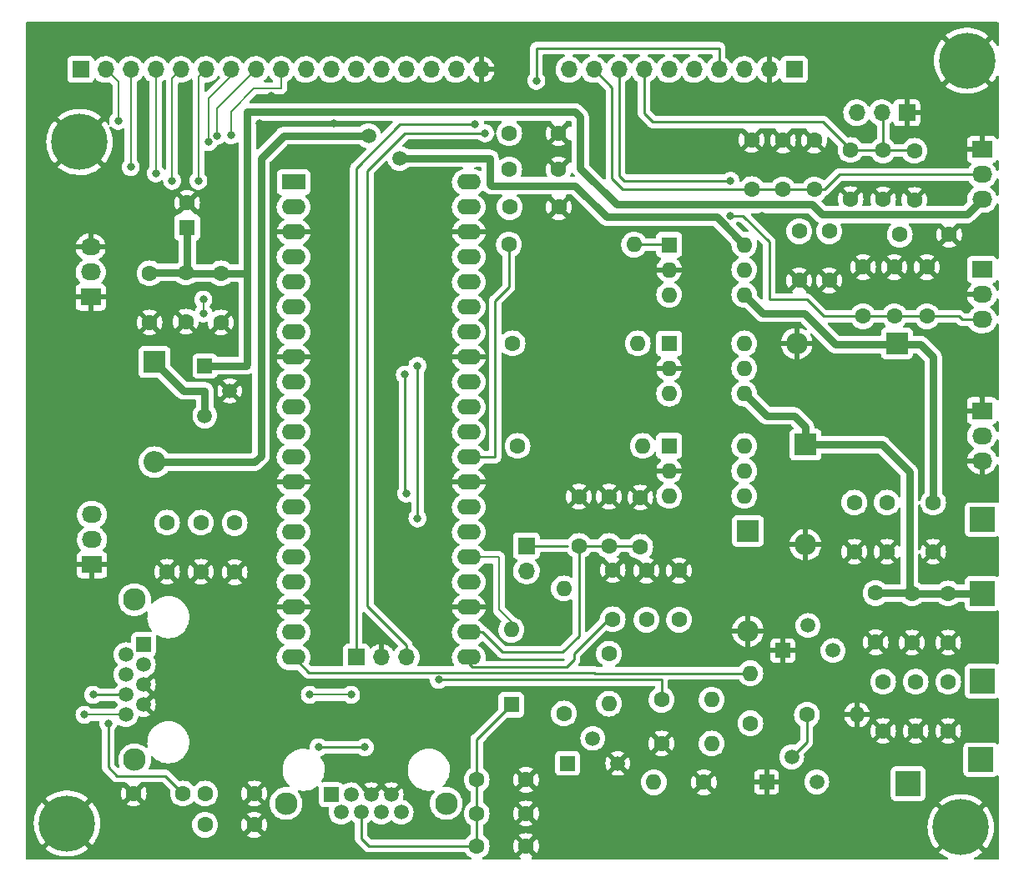
<source format=gbr>
%TF.GenerationSoftware,KiCad,Pcbnew,(6.0.9)*%
%TF.CreationDate,2023-09-14T23:12:54+02:00*%
%TF.ProjectId,Ampli144MHz,416d706c-6931-4343-944d-487a2e6b6963,1.1*%
%TF.SameCoordinates,Original*%
%TF.FileFunction,Copper,L1,Top*%
%TF.FilePolarity,Positive*%
%FSLAX46Y46*%
G04 Gerber Fmt 4.6, Leading zero omitted, Abs format (unit mm)*
G04 Created by KiCad (PCBNEW (6.0.9)) date 2023-09-14 23:12:54*
%MOMM*%
%LPD*%
G01*
G04 APERTURE LIST*
%TA.AperFunction,ComponentPad*%
%ADD10C,1.600000*%
%TD*%
%TA.AperFunction,ComponentPad*%
%ADD11R,2.200000X2.200000*%
%TD*%
%TA.AperFunction,ComponentPad*%
%ADD12O,2.200000X2.200000*%
%TD*%
%TA.AperFunction,ComponentPad*%
%ADD13R,1.700000X1.700000*%
%TD*%
%TA.AperFunction,ComponentPad*%
%ADD14O,1.700000X1.700000*%
%TD*%
%TA.AperFunction,ComponentPad*%
%ADD15R,2.030000X1.730000*%
%TD*%
%TA.AperFunction,ComponentPad*%
%ADD16O,2.030000X1.730000*%
%TD*%
%TA.AperFunction,ComponentPad*%
%ADD17R,2.500000X2.500000*%
%TD*%
%TA.AperFunction,ComponentPad*%
%ADD18O,1.600000X1.600000*%
%TD*%
%TA.AperFunction,ComponentPad*%
%ADD19R,2.400000X1.600000*%
%TD*%
%TA.AperFunction,ComponentPad*%
%ADD20O,2.400000X1.600000*%
%TD*%
%TA.AperFunction,ComponentPad*%
%ADD21R,1.500000X1.500000*%
%TD*%
%TA.AperFunction,ComponentPad*%
%ADD22C,1.500000*%
%TD*%
%TA.AperFunction,ComponentPad*%
%ADD23C,5.700000*%
%TD*%
%TA.AperFunction,ComponentPad*%
%ADD24C,2.300000*%
%TD*%
%TA.AperFunction,ComponentPad*%
%ADD25R,1.600000X1.600000*%
%TD*%
%TA.AperFunction,ViaPad*%
%ADD26C,0.800000*%
%TD*%
%TA.AperFunction,ViaPad*%
%ADD27C,1.500000*%
%TD*%
%TA.AperFunction,Conductor*%
%ADD28C,0.200000*%
%TD*%
%TA.AperFunction,Conductor*%
%ADD29C,0.250000*%
%TD*%
%TA.AperFunction,Conductor*%
%ADD30C,0.750000*%
%TD*%
%TA.AperFunction,Conductor*%
%ADD31C,1.500000*%
%TD*%
G04 APERTURE END LIST*
D10*
%TO.P,Cc6,1*%
%TO.N,PTTOut*%
X96734000Y-121793000D03*
%TO.P,Cc6,2*%
%TO.N,GND*%
X91734000Y-121793000D03*
%TD*%
D11*
%TO.P,D4,1,K*%
%TO.N,CK3*%
X154051000Y-95123000D03*
D12*
%TO.P,D4,2,A*%
%TO.N,GND*%
X154051000Y-105283000D03*
%TD*%
D13*
%TO.P,UI2C,1*%
%TO.N,SCL*%
X114315000Y-107950000D03*
D14*
%TO.P,UI2C,2*%
%TO.N,GND*%
X116855000Y-107950000D03*
%TO.P,UI2C,3*%
%TO.N,SDA*%
X119395000Y-107950000D03*
%TD*%
D13*
%TO.P,JCIV1,1*%
%TO.N,TX*%
X131572000Y-96642000D03*
D14*
%TO.P,JCIV1,2*%
%TO.N,RX*%
X131572000Y-99182000D03*
%TD*%
D10*
%TO.P,Cb15,1*%
%TO.N,TX*%
X139954000Y-96647000D03*
%TO.P,Cb15,2*%
%TO.N,GND*%
X139954000Y-91647000D03*
%TD*%
%TO.P,Cc9,1*%
%TO.N,GND*%
X174371000Y-115443000D03*
%TO.P,Cc9,2*%
%TO.N,CK3*%
X174371000Y-110443000D03*
%TD*%
%TO.P,Cb14,1*%
%TO.N,dBm*%
X157607000Y-60452000D03*
%TO.P,Cb14,2*%
%TO.N,GND*%
X157607000Y-55452000D03*
%TD*%
D15*
%TO.P,JS+P,1*%
%TO.N,PWR*%
X177800000Y-68580000D03*
D16*
%TO.P,JS+P,2*%
%TO.N,GND*%
X177800000Y-71120000D03*
%TO.P,JS+P,3*%
%TO.N,SWR*%
X177800000Y-73660000D03*
%TD*%
D10*
%TO.P,Cb9,1*%
%TO.N,GND*%
X171069000Y-115443000D03*
%TO.P,Cb9,2*%
%TO.N,CK3*%
X171069000Y-110443000D03*
%TD*%
D17*
%TO.P,CK2,1,1*%
%TO.N,CK2*%
X177800000Y-101473000D03*
%TD*%
D10*
%TO.P,R4,1*%
%TO.N,CPTTOut*%
X139954000Y-107588000D03*
D18*
%TO.P,R4,2*%
X139954000Y-112668000D03*
%TD*%
D19*
%TO.P,U1,1*%
%TO.N,N/C*%
X107950000Y-59695000D03*
D20*
%TO.P,U1,2*%
X107950000Y-62235000D03*
%TO.P,U1,3*%
%TO.N,GND*%
X107950000Y-64775000D03*
%TO.P,U1,4*%
%TO.N,N/C*%
X107950000Y-67315000D03*
%TO.P,U1,5*%
X107950000Y-69855000D03*
%TO.P,U1,6*%
X107950000Y-72395000D03*
%TO.P,U1,7*%
X107950000Y-74935000D03*
%TO.P,U1,8*%
%TO.N,GND*%
X107950000Y-77475000D03*
%TO.P,U1,9*%
%TO.N,N/C*%
X107950000Y-80015000D03*
%TO.P,U1,10*%
X107950000Y-82555000D03*
%TO.P,U1,11*%
X107950000Y-85095000D03*
%TO.P,U1,12*%
X107950000Y-87635000D03*
%TO.P,U1,13*%
%TO.N,GND*%
X107950000Y-90175000D03*
%TO.P,U1,14*%
%TO.N,N/C*%
X107950000Y-92715000D03*
%TO.P,U1,15*%
%TO.N,XP*%
X107950000Y-95255000D03*
%TO.P,U1,16*%
%TO.N,YM*%
X107950000Y-97795000D03*
%TO.P,U1,17*%
%TO.N,CPAOnOff*%
X107950000Y-100335000D03*
%TO.P,U1,18*%
%TO.N,GND*%
X107950000Y-102875000D03*
%TO.P,U1,19*%
%TO.N,T\u00B0*%
X107950000Y-105415000D03*
%TO.P,U1,20*%
%TO.N,BiasPAOff*%
X107950000Y-107955000D03*
%TO.P,U1,21*%
%TO.N,RX*%
X125730000Y-107955000D03*
%TO.P,U1,22*%
%TO.N,TX*%
X125730000Y-105415000D03*
%TO.P,U1,23*%
%TO.N,GND*%
X125730000Y-102875000D03*
%TO.P,U1,24*%
%TO.N,CPTTOut*%
X125730000Y-100335000D03*
%TO.P,U1,25*%
%TO.N,PTT In*%
X125730000Y-97795000D03*
%TO.P,U1,26*%
%TO.N,Net-(R3-Pad1)*%
X125730000Y-95255000D03*
%TO.P,U1,27*%
%TO.N,Net-(R2-Pad1)*%
X125730000Y-92715000D03*
%TO.P,U1,28*%
%TO.N,GND*%
X125730000Y-90175000D03*
%TO.P,U1,29*%
%TO.N,Net-(R1-Pad1)*%
X125730000Y-87635000D03*
%TO.P,U1,30*%
%TO.N,N/C*%
X125730000Y-85095000D03*
%TO.P,U1,31*%
%TO.N,ADC0*%
X125730000Y-82555000D03*
%TO.P,U1,32*%
%TO.N,ADC1*%
X125730000Y-80015000D03*
%TO.P,U1,33*%
%TO.N,GND*%
X125730000Y-77475000D03*
%TO.P,U1,34*%
%TO.N,N/C*%
X125730000Y-74935000D03*
%TO.P,U1,35*%
%TO.N,+3.3V*%
X125730000Y-72395000D03*
%TO.P,U1,36*%
X125730000Y-69855000D03*
%TO.P,U1,37*%
%TO.N,N/C*%
X125730000Y-67315000D03*
%TO.P,U1,38*%
%TO.N,GND*%
X125730000Y-64775000D03*
%TO.P,U1,39*%
%TO.N,+5V*%
X125730000Y-62235000D03*
%TO.P,U1,40*%
%TO.N,N/C*%
X125730000Y-59695000D03*
%TD*%
D15*
%TO.P,J5,1*%
%TO.N,GND*%
X87376000Y-71374000D03*
D16*
%TO.P,J5,2*%
%TO.N,+5V*%
X87376000Y-68834000D03*
%TO.P,J5,3*%
%TO.N,GND*%
X87376000Y-66294000D03*
%TD*%
D10*
%TO.P,Ca7,1*%
%TO.N,CK1*%
X172847000Y-92242000D03*
%TO.P,Ca7,2*%
%TO.N,GND*%
X172847000Y-97242000D03*
%TD*%
D21*
%TO.P,U7809,1,VO*%
%TO.N,+9V*%
X98954000Y-78359000D03*
D22*
%TO.P,U7809,2,GND*%
%TO.N,GND*%
X101494000Y-80899000D03*
%TO.P,U7809,3,VI*%
%TO.N,+16V*%
X98954000Y-83439000D03*
%TD*%
D10*
%TO.P,Cc4,1*%
%TO.N,Amp*%
X170942000Y-56515000D03*
%TO.P,Cc4,2*%
%TO.N,GND*%
X170942000Y-61515000D03*
%TD*%
D23*
%TO.P,H3,1,1*%
%TO.N,GND*%
X84963000Y-124841000D03*
%TD*%
D13*
%TO.P,JAmp,1*%
%TO.N,GND*%
X170165000Y-52660000D03*
D14*
%TO.P,JAmp,2*%
%TO.N,Amp*%
X167625000Y-52660000D03*
%TO.P,JAmp,3*%
%TO.N,+5V*%
X165085000Y-52660000D03*
%TD*%
D10*
%TO.P,Cc7,1*%
%TO.N,GND*%
X164846000Y-97242000D03*
%TO.P,Cc7,2*%
%TO.N,CK1*%
X164846000Y-92242000D03*
%TD*%
D11*
%TO.P,D5,1,K*%
%TO.N,+16V*%
X93853000Y-77978000D03*
D12*
%TO.P,D5,2,A*%
%TO.N,+28V*%
X93853000Y-88138000D03*
%TD*%
D10*
%TO.P,Ca3,1*%
%TO.N,SWR*%
X172212000Y-73326000D03*
%TO.P,Ca3,2*%
%TO.N,GND*%
X172212000Y-68326000D03*
%TD*%
D15*
%TO.P,JTemp,1*%
%TO.N,GND*%
X87509000Y-98552000D03*
D16*
%TO.P,JTemp,2*%
%TO.N,T\u00B0*%
X87509000Y-96012000D03*
%TO.P,JTemp,3*%
%TO.N,+5V*%
X87509000Y-93472000D03*
%TD*%
D10*
%TO.P,Cb6,1*%
%TO.N,PTTOut*%
X98973000Y-124968000D03*
%TO.P,Cb6,2*%
%TO.N,GND*%
X103973000Y-124968000D03*
%TD*%
D21*
%TO.P,RJ45-IN,1*%
%TO.N,N/C*%
X111760000Y-121920000D03*
D22*
%TO.P,RJ45-IN,2*%
X112776000Y-123700000D03*
%TO.P,RJ45-IN,3*%
X113792000Y-121920000D03*
%TO.P,RJ45-IN,4*%
%TO.N,PTT In*%
X114808000Y-123700000D03*
%TO.P,RJ45-IN,5*%
%TO.N,GND*%
X115824000Y-121920000D03*
%TO.P,RJ45-IN,6*%
%TO.N,N/C*%
X116840000Y-123700000D03*
%TO.P,RJ45-IN,7*%
%TO.N,GND*%
X117856000Y-121920000D03*
%TO.P,RJ45-IN,8*%
%TO.N,N/C*%
X118872000Y-123700000D03*
D24*
%TO.P,RJ45-IN,SH*%
X123450000Y-122810000D03*
X107190000Y-122810000D03*
%TD*%
D17*
%TO.P,CK1,1,1*%
%TO.N,CK1*%
X177800000Y-93980000D03*
%TD*%
%TO.P,CK3,1,1*%
%TO.N,CK3*%
X177800000Y-110363000D03*
%TD*%
D10*
%TO.P,Ra6,1*%
%TO.N,GND*%
X145288000Y-116713000D03*
D18*
%TO.P,Ra6,2*%
%TO.N,Net-(Q2-Pad2)*%
X150368000Y-116713000D03*
%TD*%
D25*
%TO.P,C11,1*%
%TO.N,+9V*%
X97155000Y-64301380D03*
D10*
%TO.P,C11,2*%
%TO.N,GND*%
X97155000Y-61801380D03*
%TD*%
D17*
%TO.P,CKBias1,1,1*%
%TO.N,CBiasPA*%
X170307000Y-120777000D03*
%TD*%
D10*
%TO.P,Ca13,1*%
%TO.N,GND*%
X159258000Y-69683000D03*
%TO.P,Ca13,2*%
%TO.N,PWR*%
X159258000Y-64683000D03*
%TD*%
%TO.P,Cb2,1*%
%TO.N,GND*%
X98552000Y-99274000D03*
%TO.P,Cb2,2*%
%TO.N,T\u00B0*%
X98552000Y-94274000D03*
%TD*%
%TO.P,Cb16,1*%
%TO.N,RX*%
X143764000Y-104140000D03*
%TO.P,Cb16,2*%
%TO.N,GND*%
X143764000Y-99140000D03*
%TD*%
%TO.P,R2,1*%
%TO.N,Net-(R2-Pad1)*%
X130175000Y-76073000D03*
D18*
%TO.P,R2,2*%
%TO.N,Net-(R2-Pad2)*%
X142875000Y-76073000D03*
%TD*%
D10*
%TO.P,Ca16,1*%
%TO.N,RX*%
X140335000Y-104100000D03*
%TO.P,Ca16,2*%
%TO.N,GND*%
X140335000Y-99100000D03*
%TD*%
%TO.P,Ca12,1*%
%TO.N,+9V*%
X93345000Y-68961000D03*
%TO.P,Ca12,2*%
%TO.N,GND*%
X93345000Y-73961000D03*
%TD*%
%TO.P,Cc16,1*%
%TO.N,RX*%
X147066000Y-104140000D03*
%TO.P,Cc16,2*%
%TO.N,GND*%
X147066000Y-99140000D03*
%TD*%
%TO.P,R3,1*%
%TO.N,Net-(R3-Pad1)*%
X130683000Y-86487000D03*
D18*
%TO.P,R3,2*%
%TO.N,Net-(R3-Pad2)*%
X143383000Y-86487000D03*
%TD*%
D10*
%TO.P,Ca15,1*%
%TO.N,TX*%
X136906000Y-96647000D03*
%TO.P,Ca15,2*%
%TO.N,GND*%
X136906000Y-91647000D03*
%TD*%
%TO.P,Ca14,1*%
%TO.N,dBm*%
X160782000Y-60452000D03*
%TO.P,Ca14,2*%
%TO.N,GND*%
X160782000Y-55452000D03*
%TD*%
%TO.P,Cb8,1*%
%TO.N,CK2*%
X170688000Y-101473000D03*
%TO.P,Cb8,2*%
%TO.N,GND*%
X170688000Y-106473000D03*
%TD*%
%TO.P,Cc1,1*%
%TO.N,GND*%
X134874000Y-62230000D03*
%TO.P,Cc1,2*%
%TO.N,+5V*%
X129874000Y-62230000D03*
%TD*%
D25*
%TO.P,D1,1,K*%
%TO.N,PTT In*%
X130048000Y-112776000D03*
D18*
%TO.P,D1,2,A*%
%TO.N,Net-(D1-Pad2)*%
X130048000Y-105156000D03*
%TD*%
D10*
%TO.P,Cb1,1*%
%TO.N,+5V*%
X129834000Y-58420000D03*
%TO.P,Cb1,2*%
%TO.N,GND*%
X134834000Y-58420000D03*
%TD*%
%TO.P,Cc12,1*%
%TO.N,+9V*%
X100584000Y-68961000D03*
%TO.P,Cc12,2*%
%TO.N,GND*%
X100584000Y-73961000D03*
%TD*%
D17*
%TO.P,CK220V,1,1*%
%TO.N,CK220V*%
X177673000Y-118364000D03*
%TD*%
D10*
%TO.P,Ca4,1*%
%TO.N,Amp*%
X164465000Y-56428000D03*
%TO.P,Ca4,2*%
%TO.N,GND*%
X164465000Y-61428000D03*
%TD*%
%TO.P,Ra4,1*%
%TO.N,GND*%
X149587000Y-120650000D03*
D18*
%TO.P,Ra4,2*%
%TO.N,N/C*%
X144507000Y-120650000D03*
%TD*%
D10*
%TO.P,Ca5,1*%
%TO.N,PTT In*%
X126532000Y-127127000D03*
%TO.P,Ca5,2*%
%TO.N,GND*%
X131532000Y-127127000D03*
%TD*%
%TO.P,Ca2,1*%
%TO.N,T\u00B0*%
X95123000Y-94274000D03*
%TO.P,Ca2,2*%
%TO.N,GND*%
X95123000Y-99274000D03*
%TD*%
D11*
%TO.P,D3,1,K*%
%TO.N,CK2*%
X159893000Y-86360000D03*
D12*
%TO.P,D3,2,A*%
%TO.N,GND*%
X159893000Y-96520000D03*
%TD*%
D10*
%TO.P,Cc8,1*%
%TO.N,GND*%
X167005000Y-106426000D03*
%TO.P,Cc8,2*%
%TO.N,CK2*%
X167005000Y-101426000D03*
%TD*%
%TO.P,Cc2,1*%
%TO.N,GND*%
X101981000Y-99314000D03*
%TO.P,Cc2,2*%
%TO.N,T\u00B0*%
X101981000Y-94314000D03*
%TD*%
D23*
%TO.P,H2,1,1*%
%TO.N,GND*%
X86233000Y-55626000D03*
%TD*%
D10*
%TO.P,Ca8,1*%
%TO.N,CK2*%
X174371000Y-101473000D03*
%TO.P,Ca8,2*%
%TO.N,GND*%
X174371000Y-106473000D03*
%TD*%
%TO.P,Cc3,1*%
%TO.N,SWR*%
X165735000Y-73326000D03*
%TO.P,Cc3,2*%
%TO.N,GND*%
X165735000Y-68326000D03*
%TD*%
D25*
%TO.P,U22,1*%
%TO.N,Net-(R3-Pad2)*%
X146060000Y-86487000D03*
D18*
%TO.P,U22,2*%
%TO.N,GND*%
X146060000Y-89027000D03*
%TO.P,U22,3*%
%TO.N,unconnected-(U22-Pad3)*%
X146060000Y-91567000D03*
%TO.P,U22,4*%
%TO.N,CK3*%
X153680000Y-91567000D03*
%TO.P,U22,5*%
%TO.N,unconnected-(U22-Pad5)*%
X153680000Y-89027000D03*
%TO.P,U22,6*%
%TO.N,+28V *%
X153680000Y-86487000D03*
%TD*%
D11*
%TO.P,D2,1,K*%
%TO.N,CK1*%
X169164000Y-76073000D03*
D12*
%TO.P,D2,2,A*%
%TO.N,GND*%
X159004000Y-76073000D03*
%TD*%
D10*
%TO.P,Cb4,1*%
%TO.N,Amp*%
X167767000Y-56468000D03*
%TO.P,Cb4,2*%
%TO.N,GND*%
X167767000Y-61468000D03*
%TD*%
%TO.P,Cc5,1*%
%TO.N,PTT In*%
X126532000Y-120396000D03*
%TO.P,Cc5,2*%
%TO.N,GND*%
X131532000Y-120396000D03*
%TD*%
%TO.P,Ca1,1*%
%TO.N,GND*%
X134834000Y-54737000D03*
%TO.P,Ca1,2*%
%TO.N,+5V*%
X129834000Y-54737000D03*
%TD*%
D13*
%TO.P,JADC16bits,1*%
%TO.N,+5V*%
X158750000Y-48260000D03*
D14*
%TO.P,JADC16bits,2*%
%TO.N,GND*%
X156210000Y-48260000D03*
%TO.P,JADC16bits,3*%
%TO.N,SCL*%
X153670000Y-48260000D03*
%TO.P,JADC16bits,4*%
%TO.N,SDA*%
X151130000Y-48260000D03*
%TO.P,JADC16bits,5*%
%TO.N,N/C*%
X148590000Y-48260000D03*
%TO.P,JADC16bits,6*%
X146050000Y-48260000D03*
%TO.P,JADC16bits,7*%
%TO.N,Amp*%
X143510000Y-48260000D03*
%TO.P,JADC16bits,8*%
%TO.N,SWR*%
X140970000Y-48260000D03*
%TO.P,JADC16bits,9*%
%TO.N,dBm*%
X138430000Y-48260000D03*
%TO.P,JADC16bits,10*%
%TO.N,PWR*%
X135890000Y-48260000D03*
%TD*%
D15*
%TO.P,JdBm,1*%
%TO.N,GND*%
X177800000Y-56378000D03*
D16*
%TO.P,JdBm,2*%
%TO.N,dBm*%
X177800000Y-58918000D03*
%TO.P,JdBm,3*%
%TO.N,+9V*%
X177800000Y-61458000D03*
%TD*%
D10*
%TO.P,R6,1*%
%TO.N,CPAOnOff*%
X145288000Y-112268000D03*
D18*
%TO.P,R6,2*%
%TO.N,Net-(Q2-Pad2)*%
X150368000Y-112268000D03*
%TD*%
D10*
%TO.P,Cb3,1*%
%TO.N,SWR*%
X168910000Y-73326000D03*
%TO.P,Cb3,2*%
%TO.N,GND*%
X168910000Y-68326000D03*
%TD*%
D23*
%TO.P,H4,1,1*%
%TO.N,GND*%
X175641000Y-125222000D03*
%TD*%
D10*
%TO.P,Cb5,1*%
%TO.N,PTT In*%
X126532000Y-123825000D03*
%TO.P,Cb5,2*%
%TO.N,GND*%
X131532000Y-123825000D03*
%TD*%
%TO.P,Cb13,1*%
%TO.N,GND*%
X162306000Y-69683000D03*
%TO.P,Cb13,2*%
%TO.N,PWR*%
X162306000Y-64683000D03*
%TD*%
D25*
%TO.P,U21,1*%
%TO.N,Net-(R2-Pad2)*%
X146060000Y-76088000D03*
D18*
%TO.P,U21,2*%
%TO.N,GND*%
X146060000Y-78628000D03*
%TO.P,U21,3*%
%TO.N,unconnected-(U21-Pad3)*%
X146060000Y-81168000D03*
%TO.P,U21,4*%
%TO.N,CK2*%
X153680000Y-81168000D03*
%TO.P,U21,5*%
%TO.N,unconnected-(U21-Pad5)*%
X153680000Y-78628000D03*
%TO.P,U21,6*%
%TO.N,+28V *%
X153680000Y-76088000D03*
%TD*%
D21*
%TO.P,Q3,1,C*%
%TO.N,GND*%
X155946000Y-120611000D03*
D22*
%TO.P,Q3,2,B*%
%TO.N,N/C*%
X158486000Y-118071000D03*
%TO.P,Q3,3,E*%
%TO.N,CBiasPA*%
X161026000Y-120611000D03*
%TD*%
D10*
%TO.P,Cb12,1*%
%TO.N,+9V*%
X97028000Y-68874000D03*
%TO.P,Cb12,2*%
%TO.N,GND*%
X97028000Y-73874000D03*
%TD*%
D25*
%TO.P,U20,1*%
%TO.N,Net-(R1-Pad2)*%
X146060000Y-66055000D03*
D18*
%TO.P,U20,2*%
%TO.N,GND*%
X146060000Y-68595000D03*
%TO.P,U20,3*%
%TO.N,unconnected-(U20-Pad3)*%
X146060000Y-71135000D03*
%TO.P,U20,4*%
%TO.N,CK1*%
X153680000Y-71135000D03*
%TO.P,U20,5*%
%TO.N,unconnected-(U20-Pad5)*%
X153680000Y-68595000D03*
%TO.P,U20,6*%
%TO.N,+28V *%
X153680000Y-66055000D03*
%TD*%
D10*
%TO.P,R1,1*%
%TO.N,Net-(R1-Pad1)*%
X129794000Y-66040000D03*
D18*
%TO.P,R1,2*%
%TO.N,Net-(R1-Pad2)*%
X142494000Y-66040000D03*
%TD*%
D21*
%TO.P,RJ45-OUT,1*%
%TO.N,N/C*%
X92710000Y-106680000D03*
D22*
%TO.P,RJ45-OUT,2*%
X90930000Y-107696000D03*
%TO.P,RJ45-OUT,3*%
X92710000Y-108712000D03*
%TO.P,RJ45-OUT,4*%
%TO.N,PTTOut*%
X90930000Y-109728000D03*
%TO.P,RJ45-OUT,5*%
%TO.N,GND*%
X92710000Y-110744000D03*
%TO.P,RJ45-OUT,6*%
%TO.N,N/C*%
X90930000Y-111760000D03*
%TO.P,RJ45-OUT,7*%
%TO.N,GND*%
X92710000Y-112776000D03*
%TO.P,RJ45-OUT,8*%
%TO.N,N/C*%
X90930000Y-113792000D03*
D24*
%TO.P,RJ45-OUT,SH*%
X91820000Y-118370000D03*
X91820000Y-102110000D03*
%TD*%
D10*
%TO.P,Ra7,1*%
%TO.N,N/C*%
X160039000Y-113792000D03*
D18*
%TO.P,Ra7,2*%
%TO.N,GND*%
X165119000Y-113792000D03*
%TD*%
D21*
%TO.P,Q2,1,C*%
%TO.N,GND*%
X157597000Y-107276000D03*
D22*
%TO.P,Q2,2,B*%
%TO.N,Net-(Q2-Pad2)*%
X160137000Y-104736000D03*
%TO.P,Q2,3,E*%
%TO.N,CK220V*%
X162677000Y-107276000D03*
%TD*%
D10*
%TO.P,Cc15,1*%
%TO.N,TX*%
X143129000Y-96734000D03*
%TO.P,Cc15,2*%
%TO.N,GND*%
X143129000Y-91734000D03*
%TD*%
D13*
%TO.P,JTFT+Touch,1*%
%TO.N,N/C*%
X86355000Y-48260000D03*
D14*
%TO.P,JTFT+Touch,2*%
X88895000Y-48260000D03*
%TO.P,JTFT+Touch,3*%
X91435000Y-48260000D03*
%TO.P,JTFT+Touch,4*%
X93975000Y-48260000D03*
%TO.P,JTFT+Touch,5*%
X96515000Y-48260000D03*
%TO.P,JTFT+Touch,6*%
X99055000Y-48260000D03*
%TO.P,JTFT+Touch,7*%
X101595000Y-48260000D03*
%TO.P,JTFT+Touch,8*%
X104135000Y-48260000D03*
%TO.P,JTFT+Touch,9*%
X106675000Y-48260000D03*
%TO.P,JTFT+Touch,10*%
X109215000Y-48260000D03*
%TO.P,JTFT+Touch,11*%
X111755000Y-48260000D03*
%TO.P,JTFT+Touch,12*%
%TO.N,ADC0*%
X114295000Y-48260000D03*
%TO.P,JTFT+Touch,13*%
%TO.N,ADC1*%
X116835000Y-48260000D03*
%TO.P,JTFT+Touch,14*%
%TO.N,XP*%
X119375000Y-48260000D03*
%TO.P,JTFT+Touch,15*%
%TO.N,YM*%
X121915000Y-48260000D03*
%TO.P,JTFT+Touch,16*%
%TO.N,+5V*%
X124455000Y-48260000D03*
%TO.P,JTFT+Touch,17*%
%TO.N,GND*%
X126995000Y-48260000D03*
%TD*%
D10*
%TO.P,Cc14,1*%
%TO.N,dBm*%
X154432000Y-60412000D03*
%TO.P,Cc14,2*%
%TO.N,GND*%
X154432000Y-55412000D03*
%TD*%
D15*
%TO.P,Alim +28V,1*%
%TO.N,GND*%
X177794000Y-82921000D03*
D16*
%TO.P,Alim +28V,2*%
%TO.N,+28V *%
X177794000Y-85461000D03*
%TO.P,Alim +28V,3*%
%TO.N,GND*%
X177794000Y-88001000D03*
%TD*%
D10*
%TO.P,Ca9,1*%
%TO.N,GND*%
X167767000Y-115443000D03*
%TO.P,Ca9,2*%
%TO.N,CK3*%
X167767000Y-110443000D03*
%TD*%
%TO.P,R5,1*%
%TO.N,Net-(D1-Pad2)*%
X135382000Y-113665000D03*
D18*
%TO.P,R5,2*%
%TO.N,+3.3V*%
X135382000Y-100965000D03*
%TD*%
D10*
%TO.P,Ca6,1*%
%TO.N,PTTOut*%
X98973000Y-121793000D03*
%TO.P,Ca6,2*%
%TO.N,GND*%
X103973000Y-121793000D03*
%TD*%
D21*
%TO.P,Q1,1,C*%
%TO.N,PTTOut*%
X135763000Y-118724000D03*
D22*
%TO.P,Q1,2,B*%
%TO.N,CPTTOut*%
X138303000Y-116184000D03*
%TO.P,Q1,3,E*%
%TO.N,GND*%
X140843000Y-118724000D03*
%TD*%
D10*
%TO.P,Cb7,1*%
%TO.N,GND*%
X168148000Y-97242000D03*
%TO.P,Cb7,2*%
%TO.N,CK1*%
X168148000Y-92242000D03*
%TD*%
%TO.P,Cc13,1*%
%TO.N,PWR*%
X169458000Y-65024000D03*
%TO.P,Cc13,2*%
%TO.N,GND*%
X174458000Y-65024000D03*
%TD*%
D23*
%TO.P,H1,1,1*%
%TO.N,GND*%
X176276000Y-47371000D03*
%TD*%
D10*
%TO.P,R7,1*%
%TO.N,N/C*%
X154305000Y-114662000D03*
D18*
%TO.P,R7,2*%
%TO.N,BiasPAOff*%
X154305000Y-109582000D03*
%TD*%
D26*
%TO.N,GND*%
X81788000Y-127762000D03*
X135636000Y-126492000D03*
%TO.N,*%
X99314000Y-55626000D03*
X87630000Y-111760000D03*
X98806000Y-71628000D03*
X113792000Y-111760000D03*
X99314000Y-55626000D03*
X100203000Y-54991000D03*
X93980000Y-58801000D03*
X109601000Y-111760000D03*
X98806000Y-73025000D03*
X90170000Y-53467000D03*
X86741000Y-113792000D03*
X101600000Y-54943500D03*
X91440000Y-58166000D03*
X95631000Y-59563000D03*
X98298000Y-59563000D03*
%TO.N,GND*%
X116713000Y-66040000D03*
X101854000Y-86360000D03*
X109601000Y-115443000D03*
X154178000Y-101854000D03*
X129873751Y-46218501D03*
X122809000Y-83820000D03*
X128143000Y-63754000D03*
X132715000Y-90932000D03*
X121793000Y-70612000D03*
X177800000Y-97028000D03*
X105664000Y-50927000D03*
X160655000Y-101600000D03*
X116713000Y-111252000D03*
X97028000Y-112649000D03*
X130556000Y-115316000D03*
X131953000Y-81153000D03*
X87376000Y-82550000D03*
X129667000Y-93599000D03*
X125476000Y-55880000D03*
X87376000Y-89154000D03*
X148082000Y-126873000D03*
X142240000Y-52197000D03*
X177800000Y-107569000D03*
X167894000Y-89154000D03*
X138557000Y-70231000D03*
X117221000Y-60198000D03*
X81915000Y-106553000D03*
X149475117Y-96124199D03*
X82296000Y-75565000D03*
X156591000Y-89662000D03*
X112903000Y-61468000D03*
X147447000Y-51943000D03*
X84074000Y-51435000D03*
X176149000Y-53086000D03*
X121793000Y-59944000D03*
X96266000Y-124333000D03*
X117094000Y-53975000D03*
X81661000Y-96647000D03*
X97536000Y-86487000D03*
X177927000Y-104648000D03*
X121412000Y-125476000D03*
X99060000Y-104902000D03*
X131445000Y-72517000D03*
X119126000Y-115824000D03*
X123190000Y-99695000D03*
X104267000Y-114427000D03*
X82550000Y-63881000D03*
X125476000Y-55880000D03*
X164719000Y-116840000D03*
X157353000Y-110744000D03*
X82042000Y-117475000D03*
X116713000Y-78994000D03*
X83439000Y-46990000D03*
X177795958Y-115407173D03*
X153797000Y-123698000D03*
X122677250Y-107262753D03*
X118110000Y-50800000D03*
X149098000Y-56261000D03*
X87376000Y-75565000D03*
X122047000Y-81280000D03*
X101346000Y-123317000D03*
X104521000Y-53721000D03*
X127000000Y-51181000D03*
X110236000Y-125095000D03*
X112014000Y-53721000D03*
X136525000Y-123571000D03*
X161417000Y-82550000D03*
X163703000Y-89154000D03*
X117221000Y-60198000D03*
X117475000Y-98552000D03*
X136652000Y-51181000D03*
X138684000Y-81915000D03*
X167767000Y-84455000D03*
X128143000Y-65024000D03*
X122936000Y-90170000D03*
X82042000Y-86233000D03*
X150622000Y-104648000D03*
X161671000Y-45720000D03*
X116713000Y-71882000D03*
X112903000Y-89281000D03*
X88138000Y-50673000D03*
X125984000Y-112395000D03*
X112395000Y-98552000D03*
X173736000Y-120650000D03*
X92837000Y-53594000D03*
X87757000Y-104267000D03*
X145542000Y-107696000D03*
X127762000Y-96393000D03*
X154305000Y-107696000D03*
X113030000Y-105283000D03*
X154305000Y-51943000D03*
X127635000Y-101600000D03*
X115570000Y-119380000D03*
X121793000Y-59944000D03*
X106807000Y-57404000D03*
X134366000Y-98298000D03*
X176784000Y-79121000D03*
X118237000Y-61595000D03*
X143510000Y-56261000D03*
X151384000Y-78867000D03*
X117348000Y-87884000D03*
X113030000Y-75565000D03*
X151257000Y-68072000D03*
X132588000Y-105029000D03*
X149987000Y-107696000D03*
X151257000Y-89154000D03*
X164719000Y-122936000D03*
X153289000Y-120269000D03*
X167640000Y-47371000D03*
X121793000Y-77470000D03*
X96647000Y-52705000D03*
X155448000Y-63119000D03*
X128143000Y-65024000D03*
D27*
%TO.N,+28V *%
X115570000Y-54991000D03*
X118723537Y-57277000D03*
D26*
%TO.N,SDA*%
X127381000Y-54737000D03*
X132588000Y-49403000D03*
%TO.N,SCL*%
X126365000Y-53848000D03*
%TO.N,SWR*%
X152273000Y-59563000D03*
X152273000Y-63119000D03*
%TO.N,XP*%
X119253000Y-79248000D03*
X119380000Y-91313000D03*
%TO.N,YM*%
X120523000Y-78359000D03*
X120523000Y-93853000D03*
%TO.N,PTTOut*%
X110490000Y-117094000D03*
X89154000Y-114681000D03*
X115189000Y-117094000D03*
%TO.N,CPAOnOff*%
X122682000Y-110236000D03*
%TD*%
D28*
%TO.N,*%
X99314000Y-51308000D02*
X99314000Y-55626000D01*
X86741000Y-113792000D02*
X90930000Y-113792000D01*
X93975000Y-48260000D02*
X93975000Y-58796000D01*
D29*
X160039000Y-116518000D02*
X158486000Y-118071000D01*
D28*
X101600000Y-52514500D02*
X103949500Y-50165000D01*
X101600000Y-54943500D02*
X101600000Y-52514500D01*
X101595000Y-48900000D02*
X99319000Y-51176000D01*
X100457000Y-51938000D02*
X100457000Y-51943000D01*
X104135000Y-48260000D02*
X100457000Y-51938000D01*
X90170000Y-49535000D02*
X88895000Y-48260000D01*
X103949500Y-50165000D02*
X106680000Y-50165000D01*
X101595000Y-48260000D02*
X101595000Y-48900000D01*
X90170000Y-53467000D02*
X90170000Y-49535000D01*
X100203000Y-52197000D02*
X100203000Y-54991000D01*
X95631000Y-59563000D02*
X95631000Y-49144000D01*
X98806000Y-73025000D02*
X98806000Y-71628000D01*
D29*
X87630000Y-111760000D02*
X90930000Y-111760000D01*
D28*
X100457000Y-51943000D02*
X100203000Y-52197000D01*
X106675000Y-50160000D02*
X106675000Y-48260000D01*
X109601000Y-111760000D02*
X113792000Y-111760000D01*
X98298000Y-49017000D02*
X99055000Y-48260000D01*
X99319000Y-51176000D02*
X99319000Y-51308000D01*
X91435000Y-58161000D02*
X91435000Y-48260000D01*
X91440000Y-58166000D02*
X91435000Y-58161000D01*
D29*
X160039000Y-113792000D02*
X160039000Y-116518000D01*
D28*
X98298000Y-59563000D02*
X98298000Y-49017000D01*
X93975000Y-58796000D02*
X93980000Y-58801000D01*
X95631000Y-49144000D02*
X96515000Y-48260000D01*
X106680000Y-50165000D02*
X106675000Y-50160000D01*
D29*
%TO.N,GND*%
X177673000Y-71247000D02*
X177800000Y-71120000D01*
%TO.N,PTT In*%
X115570000Y-127127000D02*
X114808000Y-126365000D01*
X126532000Y-123825000D02*
X126532000Y-120396000D01*
D28*
X130048000Y-113048000D02*
X130000000Y-113000000D01*
D29*
X122428000Y-127127000D02*
X126532000Y-127127000D01*
X126532000Y-127127000D02*
X126532000Y-123825000D01*
X126532000Y-120396000D02*
X126532000Y-116292000D01*
X122428000Y-127127000D02*
X115570000Y-127127000D01*
X114808000Y-126365000D02*
X114808000Y-123700000D01*
X126532000Y-116292000D02*
X130048000Y-112776000D01*
D30*
%TO.N,+28V *%
X106934000Y-54991000D02*
X104648000Y-57277000D01*
X104013000Y-88138000D02*
X93853000Y-88138000D01*
X136525000Y-60071000D02*
X139700000Y-63246000D01*
X127889000Y-57277000D02*
X127889000Y-59944000D01*
X104648000Y-57277000D02*
X104648000Y-87503000D01*
X115570000Y-54991000D02*
X106934000Y-54991000D01*
X139700000Y-63246000D02*
X150871000Y-63246000D01*
X127889000Y-59944000D02*
X128016000Y-60071000D01*
X118723537Y-57277000D02*
X127762000Y-57277000D01*
X104648000Y-87503000D02*
X104013000Y-88138000D01*
X150871000Y-63246000D02*
X153680000Y-66055000D01*
X128016000Y-60071000D02*
X136525000Y-60071000D01*
D29*
%TO.N,Net-(R1-Pad2)*%
X146045000Y-66040000D02*
X146060000Y-66055000D01*
X142494000Y-66040000D02*
X146045000Y-66040000D01*
%TO.N,dBm*%
X157607000Y-60452000D02*
X160782000Y-60452000D01*
X154432000Y-60412000D02*
X157567000Y-60412000D01*
X141351000Y-60412000D02*
X154432000Y-60412000D01*
X140248000Y-50078000D02*
X140248000Y-59309000D01*
X161798000Y-60452000D02*
X163332000Y-58918000D01*
X163332000Y-58918000D02*
X177800000Y-58918000D01*
X157567000Y-60412000D02*
X157607000Y-60452000D01*
X138430000Y-48260000D02*
X140248000Y-50078000D01*
X140248000Y-59309000D02*
X141351000Y-60412000D01*
X160782000Y-60452000D02*
X161798000Y-60452000D01*
%TO.N,SDA*%
X115443000Y-58547000D02*
X115443000Y-102743000D01*
X119395000Y-106695000D02*
X119395000Y-107950000D01*
X132588000Y-46101000D02*
X132588000Y-49403000D01*
X127381000Y-54737000D02*
X119253000Y-54737000D01*
X119253000Y-54737000D02*
X115443000Y-58547000D01*
X115443000Y-102743000D02*
X119395000Y-106695000D01*
X151130000Y-48260000D02*
X151130000Y-46101000D01*
X151130000Y-46101000D02*
X132588000Y-46101000D01*
%TO.N,SCL*%
X114315000Y-58278000D02*
X114315000Y-107950000D01*
X118745000Y-53848000D02*
X114315000Y-58278000D01*
X126365000Y-53848000D02*
X118745000Y-53848000D01*
%TO.N,SWR*%
X156210000Y-65786000D02*
X156210000Y-71628000D01*
X175768000Y-73660000D02*
X177800000Y-73660000D01*
X156210000Y-71628000D02*
X160020000Y-71628000D01*
X161718000Y-73326000D02*
X165735000Y-73326000D01*
X153543000Y-63119000D02*
X156210000Y-65786000D01*
X160020000Y-71628000D02*
X161718000Y-73326000D01*
X152273000Y-59563000D02*
X141478000Y-59563000D01*
X140970000Y-59055000D02*
X140970000Y-48260000D01*
X172212000Y-73326000D02*
X175434000Y-73326000D01*
X152273000Y-63119000D02*
X153543000Y-63119000D01*
X141478000Y-59563000D02*
X140970000Y-59055000D01*
X165608000Y-73326000D02*
X168910000Y-73326000D01*
X168910000Y-73326000D02*
X172212000Y-73326000D01*
X175434000Y-73326000D02*
X175768000Y-73660000D01*
%TO.N,Amp*%
X143510000Y-52705000D02*
X144399000Y-53594000D01*
X143510000Y-48260000D02*
X143510000Y-52705000D01*
X167767000Y-56468000D02*
X167767000Y-52802000D01*
X164465000Y-56388000D02*
X164465000Y-56428000D01*
X167767000Y-56468000D02*
X170895000Y-56468000D01*
X164465000Y-56428000D02*
X167727000Y-56428000D01*
X144399000Y-53594000D02*
X161671000Y-53594000D01*
X161671000Y-53594000D02*
X164465000Y-56388000D01*
X167767000Y-52802000D02*
X167625000Y-52660000D01*
D30*
%TO.N,+9V*%
X97028000Y-68874000D02*
X93432000Y-68874000D01*
X103251000Y-52578000D02*
X136525000Y-52578000D01*
X136525000Y-52578000D02*
X137033000Y-53086000D01*
X100584000Y-68961000D02*
X97790000Y-68961000D01*
X137033000Y-53086000D02*
X137033000Y-58293000D01*
X103124000Y-78359000D02*
X103251000Y-78232000D01*
X97155000Y-68747000D02*
X97028000Y-68874000D01*
X93432000Y-68874000D02*
X93345000Y-68961000D01*
X176266000Y-62992000D02*
X177800000Y-61458000D01*
X97115000Y-68961000D02*
X97028000Y-68874000D01*
X161544000Y-62992000D02*
X176266000Y-62992000D01*
X160528000Y-61976000D02*
X161544000Y-62992000D01*
X140716000Y-61976000D02*
X160528000Y-61976000D01*
X137033000Y-58293000D02*
X140716000Y-61976000D01*
X97790000Y-68961000D02*
X97115000Y-68961000D01*
X103251000Y-68834000D02*
X103251000Y-52578000D01*
X103251000Y-68834000D02*
X103124000Y-68961000D01*
X98954000Y-78359000D02*
X103124000Y-78359000D01*
X103251000Y-78232000D02*
X103251000Y-68834000D01*
D31*
X177800000Y-61458000D02*
X177792000Y-61450000D01*
D30*
X97155000Y-64301380D02*
X97155000Y-68747000D01*
X103124000Y-68961000D02*
X100584000Y-68961000D01*
D29*
%TO.N,XP*%
X119253000Y-79248000D02*
X119253000Y-91186000D01*
X119253000Y-91186000D02*
X119380000Y-91313000D01*
%TO.N,YM*%
X120523000Y-93853000D02*
X120523000Y-78359000D01*
%TO.N,TX*%
X139954000Y-96647000D02*
X143042000Y-96647000D01*
X143042000Y-96647000D02*
X143129000Y-96734000D01*
X135255000Y-107442000D02*
X136906000Y-105791000D01*
X129159000Y-107442000D02*
X135255000Y-107442000D01*
X131572000Y-96642000D02*
X135776000Y-96642000D01*
X136906000Y-96647000D02*
X139954000Y-96647000D01*
X135776000Y-96642000D02*
X135781000Y-96647000D01*
X125730000Y-105415000D02*
X127132000Y-105415000D01*
X136906000Y-105791000D02*
X136906000Y-96647000D01*
X127132000Y-105415000D02*
X129159000Y-107442000D01*
%TO.N,RX*%
X126111000Y-108966000D02*
X125730000Y-108585000D01*
X140335000Y-104100000D02*
X139867000Y-104100000D01*
X139867000Y-104100000D02*
X136398000Y-107569000D01*
X125730000Y-108585000D02*
X125730000Y-107955000D01*
X135636000Y-108966000D02*
X126111000Y-108966000D01*
X136398000Y-107569000D02*
X136398000Y-108204000D01*
X136398000Y-108204000D02*
X135636000Y-108966000D01*
%TO.N,Net-(R1-Pad1)*%
X128397000Y-87630000D02*
X125730000Y-87630000D01*
X129794000Y-66040000D02*
X129794000Y-70358000D01*
X129794000Y-70358000D02*
X128397000Y-71755000D01*
X128397000Y-71755000D02*
X128397000Y-87630000D01*
%TO.N,PTTOut*%
X94956000Y-120015000D02*
X96734000Y-121793000D01*
X90043000Y-120015000D02*
X94956000Y-120015000D01*
X115189000Y-117094000D02*
X110490000Y-117094000D01*
X89154000Y-119126000D02*
X90043000Y-120015000D01*
X89154000Y-114681000D02*
X89154000Y-119126000D01*
D28*
%TO.N,Net-(D1-Pad2)*%
X128783000Y-97795000D02*
X128783000Y-103129000D01*
X125730000Y-97795000D02*
X128783000Y-97795000D01*
X130048000Y-104394000D02*
X130048000Y-105156000D01*
X128783000Y-103129000D02*
X130048000Y-104394000D01*
D30*
%TO.N,CK2*%
X174371000Y-101473000D02*
X170474000Y-101473000D01*
X167640000Y-86360000D02*
X170434000Y-89154000D01*
X170474000Y-101473000D02*
X170434000Y-101513000D01*
X167640000Y-86360000D02*
X159893000Y-86360000D01*
X159893000Y-84582000D02*
X159893000Y-86360000D01*
X174371000Y-101473000D02*
X177800000Y-101473000D01*
X170434000Y-89154000D02*
X170434000Y-101473000D01*
X158750000Y-83439000D02*
X159893000Y-84582000D01*
X159878000Y-86375000D02*
X159893000Y-86360000D01*
X167005000Y-101426000D02*
X170347000Y-101426000D01*
X170347000Y-101426000D02*
X170434000Y-101513000D01*
X153680000Y-81168000D02*
X155951000Y-83439000D01*
X155951000Y-83439000D02*
X158750000Y-83439000D01*
%TO.N,CK1*%
X153680000Y-71135000D02*
X155570000Y-73025000D01*
X171577000Y-76200000D02*
X172847000Y-77470000D01*
X155570000Y-73025000D02*
X159766000Y-73025000D01*
X172847000Y-77470000D02*
X172847000Y-92583000D01*
X159766000Y-73025000D02*
X162941000Y-76200000D01*
X162941000Y-76200000D02*
X171577000Y-76200000D01*
%TO.N,+16V*%
X96774000Y-80899000D02*
X98954000Y-80899000D01*
X98954000Y-80899000D02*
X98954000Y-83439000D01*
X93853000Y-77978000D02*
X96774000Y-80899000D01*
D29*
%TO.N,CPAOnOff*%
X122682000Y-110236000D02*
X145288000Y-110236000D01*
X145288000Y-110236000D02*
X145288000Y-112268000D01*
%TO.N,BiasPAOff*%
X138467000Y-109511000D02*
X109506000Y-109511000D01*
X109506000Y-109511000D02*
X107950000Y-107955000D01*
X138538000Y-109582000D02*
X154305000Y-109582000D01*
X138467000Y-109511000D02*
X138538000Y-109582000D01*
%TD*%
%TA.AperFunction,Conductor*%
%TO.N,GND*%
G36*
X179433621Y-43454502D02*
G01*
X179480114Y-43508158D01*
X179491500Y-43560500D01*
X179491500Y-45760467D01*
X179471498Y-45828588D01*
X179417842Y-45875081D01*
X179347568Y-45885185D01*
X179282988Y-45855691D01*
X179254146Y-45819426D01*
X179160194Y-45641981D01*
X179156682Y-45636137D01*
X178956588Y-45340598D01*
X178952467Y-45335170D01*
X178835041Y-45196704D01*
X178822215Y-45188267D01*
X178811890Y-45194320D01*
X176648022Y-47358188D01*
X176640408Y-47372132D01*
X176640539Y-47373965D01*
X176644790Y-47380580D01*
X178810463Y-49546253D01*
X178824060Y-49553678D01*
X178833669Y-49546981D01*
X178938197Y-49425457D01*
X178942346Y-49420069D01*
X179144503Y-49125929D01*
X179148050Y-49120118D01*
X179254560Y-48922307D01*
X179304467Y-48871811D01*
X179373751Y-48856312D01*
X179440416Y-48880732D01*
X179483295Y-48937317D01*
X179491500Y-48982042D01*
X179491500Y-55190309D01*
X179471498Y-55258430D01*
X179417842Y-55304923D01*
X179347568Y-55315027D01*
X179282988Y-55285533D01*
X179264673Y-55265874D01*
X179183281Y-55157272D01*
X179170724Y-55144715D01*
X179068649Y-55068214D01*
X179053054Y-55059676D01*
X178932606Y-55014522D01*
X178917351Y-55010895D01*
X178866486Y-55005369D01*
X178859672Y-55005000D01*
X178072115Y-55005000D01*
X178056876Y-55009475D01*
X178055671Y-55010865D01*
X178054000Y-55018548D01*
X178054000Y-56506000D01*
X178033998Y-56574121D01*
X177980342Y-56620614D01*
X177928000Y-56632000D01*
X176295116Y-56632000D01*
X176279877Y-56636475D01*
X176278672Y-56637865D01*
X176277001Y-56645548D01*
X176277001Y-57287669D01*
X176277371Y-57294490D01*
X176282895Y-57345352D01*
X176286521Y-57360604D01*
X176331676Y-57481054D01*
X176340214Y-57496649D01*
X176416715Y-57598724D01*
X176429276Y-57611285D01*
X176531351Y-57687786D01*
X176546946Y-57696324D01*
X176641572Y-57731798D01*
X176698336Y-57774440D01*
X176723036Y-57841001D01*
X176707828Y-57910350D01*
X176684313Y-57940950D01*
X176621452Y-58000916D01*
X176621447Y-58000921D01*
X176617590Y-58004601D01*
X176478452Y-58191609D01*
X176476034Y-58196364D01*
X176476032Y-58196368D01*
X176466252Y-58215604D01*
X176417549Y-58267262D01*
X176353935Y-58284500D01*
X163410768Y-58284500D01*
X163399585Y-58283973D01*
X163392092Y-58282298D01*
X163384166Y-58282547D01*
X163384165Y-58282547D01*
X163324002Y-58284438D01*
X163320044Y-58284500D01*
X163292144Y-58284500D01*
X163288154Y-58285004D01*
X163276320Y-58285936D01*
X163232111Y-58287326D01*
X163224495Y-58289539D01*
X163224493Y-58289539D01*
X163212652Y-58292979D01*
X163193293Y-58296988D01*
X163191983Y-58297154D01*
X163173203Y-58299526D01*
X163165837Y-58302442D01*
X163165831Y-58302444D01*
X163132098Y-58315800D01*
X163120868Y-58319645D01*
X163086017Y-58329770D01*
X163078407Y-58331981D01*
X163071584Y-58336016D01*
X163060966Y-58342295D01*
X163043213Y-58350992D01*
X163035568Y-58354019D01*
X163024383Y-58358448D01*
X162999875Y-58376254D01*
X162988612Y-58384437D01*
X162978695Y-58390951D01*
X162940638Y-58413458D01*
X162926317Y-58427779D01*
X162911284Y-58440619D01*
X162894893Y-58452528D01*
X162881594Y-58468604D01*
X162866702Y-58486605D01*
X162858712Y-58495384D01*
X161856392Y-59497704D01*
X161794080Y-59531730D01*
X161723265Y-59526665D01*
X161678202Y-59497704D01*
X161626300Y-59445802D01*
X161621792Y-59442645D01*
X161621789Y-59442643D01*
X161531804Y-59379635D01*
X161438749Y-59314477D01*
X161433767Y-59312154D01*
X161433762Y-59312151D01*
X161236225Y-59220039D01*
X161236224Y-59220039D01*
X161231243Y-59217716D01*
X161225935Y-59216294D01*
X161225933Y-59216293D01*
X161015402Y-59159881D01*
X161015400Y-59159881D01*
X161010087Y-59158457D01*
X160782000Y-59138502D01*
X160553913Y-59158457D01*
X160548600Y-59159881D01*
X160548598Y-59159881D01*
X160338067Y-59216293D01*
X160338065Y-59216294D01*
X160332757Y-59217716D01*
X160327776Y-59220039D01*
X160327775Y-59220039D01*
X160130238Y-59312151D01*
X160130233Y-59312154D01*
X160125251Y-59314477D01*
X160032196Y-59379635D01*
X159942211Y-59442643D01*
X159942208Y-59442645D01*
X159937700Y-59445802D01*
X159775802Y-59607700D01*
X159772645Y-59612208D01*
X159772643Y-59612211D01*
X159665819Y-59764771D01*
X159610362Y-59809099D01*
X159562606Y-59818500D01*
X158826394Y-59818500D01*
X158758273Y-59798498D01*
X158723181Y-59764771D01*
X158616357Y-59612211D01*
X158616355Y-59612208D01*
X158613198Y-59607700D01*
X158451300Y-59445802D01*
X158446792Y-59442645D01*
X158446789Y-59442643D01*
X158356804Y-59379635D01*
X158263749Y-59314477D01*
X158258767Y-59312154D01*
X158258762Y-59312151D01*
X158061225Y-59220039D01*
X158061224Y-59220039D01*
X158056243Y-59217716D01*
X158050935Y-59216294D01*
X158050933Y-59216293D01*
X157840402Y-59159881D01*
X157840400Y-59159881D01*
X157835087Y-59158457D01*
X157607000Y-59138502D01*
X157378913Y-59158457D01*
X157373600Y-59159881D01*
X157373598Y-59159881D01*
X157163067Y-59216293D01*
X157163065Y-59216294D01*
X157157757Y-59217716D01*
X157152776Y-59220039D01*
X157152775Y-59220039D01*
X156955238Y-59312151D01*
X156955233Y-59312154D01*
X156950251Y-59314477D01*
X156857196Y-59379635D01*
X156767211Y-59442643D01*
X156767208Y-59442645D01*
X156762700Y-59445802D01*
X156600802Y-59607700D01*
X156597645Y-59612208D01*
X156597643Y-59612211D01*
X156572112Y-59648673D01*
X156530482Y-59708128D01*
X156518828Y-59724771D01*
X156463371Y-59769099D01*
X156415615Y-59778500D01*
X155651394Y-59778500D01*
X155583273Y-59758498D01*
X155548181Y-59724771D01*
X155441357Y-59572211D01*
X155441355Y-59572208D01*
X155438198Y-59567700D01*
X155276300Y-59405802D01*
X155271792Y-59402645D01*
X155271789Y-59402643D01*
X155149321Y-59316890D01*
X155088749Y-59274477D01*
X155083767Y-59272154D01*
X155083762Y-59272151D01*
X154886225Y-59180039D01*
X154886224Y-59180039D01*
X154881243Y-59177716D01*
X154875935Y-59176294D01*
X154875933Y-59176293D01*
X154665402Y-59119881D01*
X154665400Y-59119881D01*
X154660087Y-59118457D01*
X154432000Y-59098502D01*
X154203913Y-59118457D01*
X154198600Y-59119881D01*
X154198598Y-59119881D01*
X153988067Y-59176293D01*
X153988065Y-59176294D01*
X153982757Y-59177716D01*
X153977776Y-59180039D01*
X153977775Y-59180039D01*
X153780238Y-59272151D01*
X153780233Y-59272154D01*
X153775251Y-59274477D01*
X153714679Y-59316890D01*
X153592211Y-59402643D01*
X153592208Y-59402645D01*
X153587700Y-59405802D01*
X153425802Y-59567700D01*
X153411462Y-59588180D01*
X153356006Y-59632508D01*
X153285387Y-59639817D01*
X153222026Y-59607787D01*
X153186041Y-59546586D01*
X153182939Y-59529080D01*
X153167232Y-59379634D01*
X153167231Y-59379631D01*
X153166542Y-59373072D01*
X153107527Y-59191444D01*
X153012040Y-59026056D01*
X152996008Y-59008250D01*
X152888675Y-58889045D01*
X152888674Y-58889044D01*
X152884253Y-58884134D01*
X152778865Y-58807565D01*
X152735094Y-58775763D01*
X152735093Y-58775762D01*
X152729752Y-58771882D01*
X152723724Y-58769198D01*
X152723722Y-58769197D01*
X152561319Y-58696891D01*
X152561318Y-58696891D01*
X152555288Y-58694206D01*
X152461887Y-58674353D01*
X152374944Y-58655872D01*
X152374939Y-58655872D01*
X152368487Y-58654500D01*
X152177513Y-58654500D01*
X152171061Y-58655872D01*
X152171056Y-58655872D01*
X152084113Y-58674353D01*
X151990712Y-58694206D01*
X151984682Y-58696891D01*
X151984681Y-58696891D01*
X151822278Y-58769197D01*
X151822276Y-58769198D01*
X151816248Y-58771882D01*
X151810907Y-58775762D01*
X151810906Y-58775763D01*
X151713042Y-58846866D01*
X151661747Y-58884134D01*
X151657332Y-58889037D01*
X151652420Y-58893460D01*
X151651295Y-58892211D01*
X151597986Y-58925051D01*
X151564800Y-58929500D01*
X141792595Y-58929500D01*
X141724474Y-58909498D01*
X141703500Y-58892595D01*
X141640405Y-58829500D01*
X141606379Y-58767188D01*
X141603500Y-58740405D01*
X141603500Y-56498062D01*
X153710493Y-56498062D01*
X153719789Y-56510077D01*
X153770994Y-56545931D01*
X153780489Y-56551414D01*
X153977947Y-56643490D01*
X153988239Y-56647236D01*
X154198688Y-56703625D01*
X154209481Y-56705528D01*
X154426525Y-56724517D01*
X154437475Y-56724517D01*
X154654519Y-56705528D01*
X154665312Y-56703625D01*
X154875761Y-56647236D01*
X154886053Y-56643490D01*
X155083511Y-56551414D01*
X155093006Y-56545931D01*
X155104244Y-56538062D01*
X156885493Y-56538062D01*
X156894789Y-56550077D01*
X156945994Y-56585931D01*
X156955489Y-56591414D01*
X157152947Y-56683490D01*
X157163239Y-56687236D01*
X157373688Y-56743625D01*
X157384481Y-56745528D01*
X157601525Y-56764517D01*
X157612475Y-56764517D01*
X157829519Y-56745528D01*
X157840312Y-56743625D01*
X158050761Y-56687236D01*
X158061053Y-56683490D01*
X158258511Y-56591414D01*
X158268006Y-56585931D01*
X158320048Y-56549491D01*
X158328424Y-56539012D01*
X158327925Y-56538062D01*
X160060493Y-56538062D01*
X160069789Y-56550077D01*
X160120994Y-56585931D01*
X160130489Y-56591414D01*
X160327947Y-56683490D01*
X160338239Y-56687236D01*
X160548688Y-56743625D01*
X160559481Y-56745528D01*
X160776525Y-56764517D01*
X160787475Y-56764517D01*
X161004519Y-56745528D01*
X161015312Y-56743625D01*
X161225761Y-56687236D01*
X161236053Y-56683490D01*
X161433511Y-56591414D01*
X161443006Y-56585931D01*
X161495048Y-56549491D01*
X161503424Y-56539012D01*
X161496356Y-56525566D01*
X160794812Y-55824022D01*
X160780868Y-55816408D01*
X160779035Y-55816539D01*
X160772420Y-55820790D01*
X160066923Y-56526287D01*
X160060493Y-56538062D01*
X158327925Y-56538062D01*
X158321356Y-56525566D01*
X157619812Y-55824022D01*
X157605868Y-55816408D01*
X157604035Y-55816539D01*
X157597420Y-55820790D01*
X156891923Y-56526287D01*
X156885493Y-56538062D01*
X155104244Y-56538062D01*
X155145048Y-56509491D01*
X155153424Y-56499012D01*
X155146356Y-56485566D01*
X154444812Y-55784022D01*
X154430868Y-55776408D01*
X154429035Y-55776539D01*
X154422420Y-55780790D01*
X153716923Y-56486287D01*
X153710493Y-56498062D01*
X141603500Y-56498062D01*
X141603500Y-55417475D01*
X153119483Y-55417475D01*
X153138472Y-55634519D01*
X153140375Y-55645312D01*
X153196764Y-55855761D01*
X153200510Y-55866053D01*
X153292586Y-56063511D01*
X153298069Y-56073006D01*
X153334509Y-56125048D01*
X153344988Y-56133424D01*
X153358434Y-56126356D01*
X154059978Y-55424812D01*
X154066356Y-55413132D01*
X154796408Y-55413132D01*
X154796539Y-55414965D01*
X154800790Y-55421580D01*
X155506287Y-56127077D01*
X155518062Y-56133507D01*
X155530077Y-56124211D01*
X155565931Y-56073006D01*
X155571414Y-56063511D01*
X155663490Y-55866053D01*
X155667236Y-55855761D01*
X155723625Y-55645312D01*
X155725528Y-55634519D01*
X155741017Y-55457475D01*
X156294483Y-55457475D01*
X156313472Y-55674519D01*
X156315375Y-55685312D01*
X156371764Y-55895761D01*
X156375510Y-55906053D01*
X156467586Y-56103511D01*
X156473069Y-56113006D01*
X156509509Y-56165048D01*
X156519988Y-56173424D01*
X156533434Y-56166356D01*
X157234978Y-55464812D01*
X157241356Y-55453132D01*
X157971408Y-55453132D01*
X157971539Y-55454965D01*
X157975790Y-55461580D01*
X158681287Y-56167077D01*
X158693062Y-56173507D01*
X158705077Y-56164211D01*
X158740931Y-56113006D01*
X158746414Y-56103511D01*
X158838490Y-55906053D01*
X158842236Y-55895761D01*
X158898625Y-55685312D01*
X158900528Y-55674519D01*
X158919517Y-55457475D01*
X159469483Y-55457475D01*
X159488472Y-55674519D01*
X159490375Y-55685312D01*
X159546764Y-55895761D01*
X159550510Y-55906053D01*
X159642586Y-56103511D01*
X159648069Y-56113006D01*
X159684509Y-56165048D01*
X159694988Y-56173424D01*
X159708434Y-56166356D01*
X160409978Y-55464812D01*
X160417592Y-55450868D01*
X160417461Y-55449035D01*
X160413210Y-55442420D01*
X159707713Y-54736923D01*
X159695938Y-54730493D01*
X159683923Y-54739789D01*
X159648069Y-54790994D01*
X159642586Y-54800489D01*
X159550510Y-54997947D01*
X159546764Y-55008239D01*
X159490376Y-55218682D01*
X159488472Y-55229481D01*
X159469483Y-55446525D01*
X159469483Y-55457475D01*
X158919517Y-55457475D01*
X158919517Y-55446525D01*
X158900528Y-55229481D01*
X158898624Y-55218682D01*
X158842236Y-55008239D01*
X158838490Y-54997947D01*
X158746414Y-54800489D01*
X158740931Y-54790994D01*
X158704491Y-54738952D01*
X158694012Y-54730576D01*
X158680566Y-54737644D01*
X157979022Y-55439188D01*
X157971408Y-55453132D01*
X157241356Y-55453132D01*
X157242592Y-55450868D01*
X157242461Y-55449035D01*
X157238210Y-55442420D01*
X156532713Y-54736923D01*
X156520938Y-54730493D01*
X156508923Y-54739789D01*
X156473069Y-54790994D01*
X156467586Y-54800489D01*
X156375510Y-54997947D01*
X156371764Y-55008239D01*
X156315376Y-55218682D01*
X156313472Y-55229481D01*
X156294483Y-55446525D01*
X156294483Y-55457475D01*
X155741017Y-55457475D01*
X155744517Y-55417475D01*
X155744517Y-55406525D01*
X155725528Y-55189481D01*
X155723625Y-55178688D01*
X155667236Y-54968239D01*
X155663490Y-54957947D01*
X155571414Y-54760489D01*
X155565931Y-54750994D01*
X155529491Y-54698952D01*
X155519012Y-54690576D01*
X155505566Y-54697644D01*
X154804022Y-55399188D01*
X154796408Y-55413132D01*
X154066356Y-55413132D01*
X154067592Y-55410868D01*
X154067461Y-55409035D01*
X154063210Y-55402420D01*
X153357713Y-54696923D01*
X153345938Y-54690493D01*
X153333923Y-54699789D01*
X153298069Y-54750994D01*
X153292586Y-54760489D01*
X153200510Y-54957947D01*
X153196764Y-54968239D01*
X153140375Y-55178688D01*
X153138472Y-55189481D01*
X153119483Y-55406525D01*
X153119483Y-55417475D01*
X141603500Y-55417475D01*
X141603500Y-49540427D01*
X141623502Y-49472306D01*
X141664618Y-49432550D01*
X141667994Y-49430896D01*
X141849860Y-49301173D01*
X142008096Y-49143489D01*
X142067594Y-49060689D01*
X142138453Y-48962077D01*
X142139776Y-48963028D01*
X142186645Y-48919857D01*
X142256580Y-48907625D01*
X142322026Y-48935144D01*
X142349875Y-48966994D01*
X142365852Y-48993066D01*
X142409987Y-49065088D01*
X142556250Y-49233938D01*
X142728126Y-49376632D01*
X142814070Y-49426853D01*
X142862794Y-49478491D01*
X142876500Y-49535641D01*
X142876500Y-52626233D01*
X142875973Y-52637416D01*
X142874298Y-52644909D01*
X142874547Y-52652835D01*
X142874547Y-52652836D01*
X142876438Y-52712986D01*
X142876500Y-52716945D01*
X142876500Y-52744856D01*
X142876997Y-52748790D01*
X142876997Y-52748791D01*
X142877005Y-52748856D01*
X142877938Y-52760693D01*
X142879327Y-52804889D01*
X142884978Y-52824339D01*
X142888987Y-52843700D01*
X142891526Y-52863797D01*
X142894445Y-52871168D01*
X142894445Y-52871170D01*
X142907804Y-52904912D01*
X142911649Y-52916142D01*
X142921771Y-52950983D01*
X142923982Y-52958593D01*
X142928015Y-52965412D01*
X142928017Y-52965417D01*
X142934293Y-52976028D01*
X142942988Y-52993776D01*
X142950448Y-53012617D01*
X142955110Y-53019033D01*
X142955110Y-53019034D01*
X142976436Y-53048387D01*
X142982952Y-53058307D01*
X143000882Y-53088624D01*
X143005458Y-53096362D01*
X143019779Y-53110683D01*
X143032619Y-53125716D01*
X143044528Y-53142107D01*
X143050633Y-53147158D01*
X143050638Y-53147163D01*
X143078604Y-53170299D01*
X143087382Y-53178287D01*
X143895348Y-53986253D01*
X143902888Y-53994539D01*
X143907000Y-54001018D01*
X143912777Y-54006443D01*
X143956651Y-54047643D01*
X143959493Y-54050398D01*
X143979230Y-54070135D01*
X143982427Y-54072615D01*
X143991447Y-54080318D01*
X144023679Y-54110586D01*
X144030625Y-54114405D01*
X144030628Y-54114407D01*
X144041434Y-54120348D01*
X144057953Y-54131199D01*
X144073959Y-54143614D01*
X144081228Y-54146759D01*
X144081232Y-54146762D01*
X144114537Y-54161174D01*
X144125187Y-54166391D01*
X144163940Y-54187695D01*
X144171615Y-54189666D01*
X144171616Y-54189666D01*
X144183562Y-54192733D01*
X144202266Y-54199137D01*
X144208321Y-54201757D01*
X144220855Y-54207181D01*
X144228678Y-54208420D01*
X144228688Y-54208423D01*
X144264524Y-54214099D01*
X144276144Y-54216505D01*
X144311289Y-54225528D01*
X144318970Y-54227500D01*
X144339224Y-54227500D01*
X144358934Y-54229051D01*
X144378943Y-54232220D01*
X144386835Y-54231474D01*
X144422961Y-54228059D01*
X144434819Y-54227500D01*
X153583217Y-54227500D01*
X153651338Y-54247502D01*
X153694748Y-54294875D01*
X153717645Y-54338435D01*
X154419188Y-55039978D01*
X154433132Y-55047592D01*
X154434965Y-55047461D01*
X154441580Y-55043210D01*
X155147078Y-54337712D01*
X155171431Y-54293114D01*
X155221634Y-54242912D01*
X155282018Y-54227500D01*
X156758749Y-54227500D01*
X156826870Y-54247502D01*
X156873363Y-54301158D01*
X156883047Y-54360177D01*
X156892644Y-54378434D01*
X157594188Y-55079978D01*
X157608132Y-55087592D01*
X157609965Y-55087461D01*
X157616580Y-55083210D01*
X158322077Y-54377713D01*
X158329692Y-54363769D01*
X158329600Y-54362489D01*
X158344691Y-54293115D01*
X158394894Y-54242912D01*
X158455279Y-54227500D01*
X159933749Y-54227500D01*
X160001870Y-54247502D01*
X160048363Y-54301158D01*
X160058047Y-54360177D01*
X160067644Y-54378434D01*
X161856287Y-56167077D01*
X161868062Y-56173507D01*
X161880077Y-56164211D01*
X161915931Y-56113006D01*
X161921414Y-56103511D01*
X162013490Y-55906053D01*
X162017236Y-55895761D01*
X162073625Y-55685312D01*
X162075528Y-55674519D01*
X162094517Y-55457475D01*
X162094517Y-55446525D01*
X162075528Y-55229476D01*
X162073197Y-55216255D01*
X162081067Y-55145696D01*
X162125835Y-55090593D01*
X162193287Y-55068440D01*
X162262008Y-55086272D01*
X162286378Y-55105282D01*
X163164301Y-55983205D01*
X163198327Y-56045517D01*
X163196912Y-56104912D01*
X163172882Y-56194591D01*
X163172880Y-56194602D01*
X163171457Y-56199913D01*
X163151502Y-56428000D01*
X163171457Y-56656087D01*
X163172881Y-56661400D01*
X163172881Y-56661402D01*
X163197916Y-56754831D01*
X163230716Y-56877243D01*
X163233039Y-56882224D01*
X163233039Y-56882225D01*
X163325151Y-57079762D01*
X163325154Y-57079767D01*
X163327477Y-57084749D01*
X163458802Y-57272300D01*
X163620700Y-57434198D01*
X163625208Y-57437355D01*
X163625211Y-57437357D01*
X163643924Y-57450460D01*
X163808251Y-57565523D01*
X163813233Y-57567846D01*
X163813238Y-57567849D01*
X163988054Y-57649366D01*
X164015757Y-57662284D01*
X164021065Y-57663706D01*
X164021067Y-57663707D01*
X164231598Y-57720119D01*
X164231600Y-57720119D01*
X164236913Y-57721543D01*
X164465000Y-57741498D01*
X164693087Y-57721543D01*
X164698400Y-57720119D01*
X164698402Y-57720119D01*
X164908933Y-57663707D01*
X164908935Y-57663706D01*
X164914243Y-57662284D01*
X164941946Y-57649366D01*
X165116762Y-57567849D01*
X165116767Y-57567846D01*
X165121749Y-57565523D01*
X165286076Y-57450460D01*
X165304789Y-57437357D01*
X165304792Y-57437355D01*
X165309300Y-57434198D01*
X165471198Y-57272300D01*
X165474357Y-57267789D01*
X165581181Y-57115229D01*
X165636638Y-57070901D01*
X165684394Y-57061500D01*
X166520768Y-57061500D01*
X166588889Y-57081502D01*
X166628858Y-57123422D01*
X166629477Y-57124749D01*
X166632630Y-57129253D01*
X166632633Y-57129257D01*
X166743555Y-57287669D01*
X166760802Y-57312300D01*
X166922700Y-57474198D01*
X166927208Y-57477355D01*
X166927211Y-57477357D01*
X166980210Y-57514467D01*
X167110251Y-57605523D01*
X167115233Y-57607846D01*
X167115238Y-57607849D01*
X167309627Y-57698493D01*
X167317757Y-57702284D01*
X167323065Y-57703706D01*
X167323067Y-57703707D01*
X167533598Y-57760119D01*
X167533600Y-57760119D01*
X167538913Y-57761543D01*
X167767000Y-57781498D01*
X167995087Y-57761543D01*
X168000400Y-57760119D01*
X168000402Y-57760119D01*
X168210933Y-57703707D01*
X168210935Y-57703706D01*
X168216243Y-57702284D01*
X168224373Y-57698493D01*
X168418762Y-57607849D01*
X168418767Y-57607846D01*
X168423749Y-57605523D01*
X168553790Y-57514467D01*
X168606789Y-57477357D01*
X168606792Y-57477355D01*
X168611300Y-57474198D01*
X168773198Y-57312300D01*
X168790445Y-57287669D01*
X168883181Y-57155229D01*
X168938638Y-57110901D01*
X168986394Y-57101500D01*
X169691726Y-57101500D01*
X169759847Y-57121502D01*
X169800845Y-57164499D01*
X169802152Y-57166762D01*
X169804477Y-57171749D01*
X169807633Y-57176256D01*
X169807634Y-57176258D01*
X169919348Y-57335801D01*
X169935802Y-57359300D01*
X170097700Y-57521198D01*
X170102208Y-57524355D01*
X170102211Y-57524357D01*
X170132624Y-57545652D01*
X170285251Y-57652523D01*
X170290233Y-57654846D01*
X170290238Y-57654849D01*
X170481230Y-57743909D01*
X170492757Y-57749284D01*
X170498065Y-57750706D01*
X170498067Y-57750707D01*
X170708598Y-57807119D01*
X170708600Y-57807119D01*
X170713913Y-57808543D01*
X170942000Y-57828498D01*
X171170087Y-57808543D01*
X171175400Y-57807119D01*
X171175402Y-57807119D01*
X171385933Y-57750707D01*
X171385935Y-57750706D01*
X171391243Y-57749284D01*
X171402770Y-57743909D01*
X171593762Y-57654849D01*
X171593767Y-57654846D01*
X171598749Y-57652523D01*
X171751376Y-57545652D01*
X171781789Y-57524357D01*
X171781792Y-57524355D01*
X171786300Y-57521198D01*
X171948198Y-57359300D01*
X171970947Y-57326812D01*
X172040538Y-57227425D01*
X172079523Y-57171749D01*
X172081846Y-57166767D01*
X172081849Y-57166762D01*
X172173961Y-56969225D01*
X172173961Y-56969224D01*
X172176284Y-56964243D01*
X172187616Y-56921954D01*
X172234119Y-56748402D01*
X172234119Y-56748400D01*
X172235543Y-56743087D01*
X172255498Y-56515000D01*
X172235543Y-56286913D01*
X172208530Y-56186101D01*
X172187036Y-56105885D01*
X176277000Y-56105885D01*
X176281475Y-56121124D01*
X176282865Y-56122329D01*
X176290548Y-56124000D01*
X177527885Y-56124000D01*
X177543124Y-56119525D01*
X177544329Y-56118135D01*
X177546000Y-56110452D01*
X177546000Y-55023116D01*
X177541525Y-55007877D01*
X177540135Y-55006672D01*
X177532452Y-55005001D01*
X176740331Y-55005001D01*
X176733510Y-55005371D01*
X176682648Y-55010895D01*
X176667396Y-55014521D01*
X176546946Y-55059676D01*
X176531351Y-55068214D01*
X176429276Y-55144715D01*
X176416715Y-55157276D01*
X176340214Y-55259351D01*
X176331676Y-55274946D01*
X176286522Y-55395394D01*
X176282895Y-55410649D01*
X176277369Y-55461514D01*
X176277000Y-55468328D01*
X176277000Y-56105885D01*
X172187036Y-56105885D01*
X172177707Y-56071067D01*
X172177706Y-56071065D01*
X172176284Y-56065757D01*
X172166846Y-56045517D01*
X172081849Y-55863238D01*
X172081846Y-55863233D01*
X172079523Y-55858251D01*
X171992954Y-55734618D01*
X171951357Y-55675211D01*
X171951355Y-55675208D01*
X171948198Y-55670700D01*
X171786300Y-55508802D01*
X171781792Y-55505645D01*
X171781789Y-55505643D01*
X171659119Y-55419749D01*
X171598749Y-55377477D01*
X171593767Y-55375154D01*
X171593762Y-55375151D01*
X171396225Y-55283039D01*
X171396224Y-55283039D01*
X171391243Y-55280716D01*
X171385935Y-55279294D01*
X171385933Y-55279293D01*
X171175402Y-55222881D01*
X171175400Y-55222881D01*
X171170087Y-55221457D01*
X170942000Y-55201502D01*
X170713913Y-55221457D01*
X170708600Y-55222881D01*
X170708598Y-55222881D01*
X170498067Y-55279293D01*
X170498065Y-55279294D01*
X170492757Y-55280716D01*
X170487776Y-55283039D01*
X170487775Y-55283039D01*
X170290238Y-55375151D01*
X170290233Y-55375154D01*
X170285251Y-55377477D01*
X170224881Y-55419749D01*
X170102211Y-55505643D01*
X170102208Y-55505645D01*
X170097700Y-55508802D01*
X169935802Y-55670700D01*
X169932645Y-55675208D01*
X169932643Y-55675211D01*
X169858729Y-55780771D01*
X169803272Y-55825099D01*
X169755516Y-55834500D01*
X168986394Y-55834500D01*
X168918273Y-55814498D01*
X168883181Y-55780771D01*
X168776357Y-55628211D01*
X168776355Y-55628208D01*
X168773198Y-55623700D01*
X168611300Y-55461802D01*
X168606792Y-55458645D01*
X168606789Y-55458643D01*
X168454229Y-55351819D01*
X168409901Y-55296362D01*
X168400500Y-55248606D01*
X168400500Y-53840506D01*
X168420502Y-53772385D01*
X168453331Y-53737928D01*
X168504860Y-53701173D01*
X168557448Y-53648769D01*
X168613479Y-53592933D01*
X168675851Y-53559017D01*
X168746658Y-53564205D01*
X168803419Y-53606851D01*
X168820401Y-53637954D01*
X168861676Y-53748054D01*
X168870214Y-53763649D01*
X168946715Y-53865724D01*
X168959276Y-53878285D01*
X169061351Y-53954786D01*
X169076946Y-53963324D01*
X169197394Y-54008478D01*
X169212649Y-54012105D01*
X169263514Y-54017631D01*
X169270328Y-54018000D01*
X169892885Y-54018000D01*
X169908124Y-54013525D01*
X169909329Y-54012135D01*
X169911000Y-54004452D01*
X169911000Y-53999884D01*
X170419000Y-53999884D01*
X170423475Y-54015123D01*
X170424865Y-54016328D01*
X170432548Y-54017999D01*
X171059669Y-54017999D01*
X171066490Y-54017629D01*
X171117352Y-54012105D01*
X171132604Y-54008479D01*
X171253054Y-53963324D01*
X171268649Y-53954786D01*
X171370724Y-53878285D01*
X171383285Y-53865724D01*
X171459786Y-53763649D01*
X171468324Y-53748054D01*
X171513478Y-53627606D01*
X171517105Y-53612351D01*
X171522631Y-53561486D01*
X171523000Y-53554672D01*
X171523000Y-52932115D01*
X171518525Y-52916876D01*
X171517135Y-52915671D01*
X171509452Y-52914000D01*
X170437115Y-52914000D01*
X170421876Y-52918475D01*
X170420671Y-52919865D01*
X170419000Y-52927548D01*
X170419000Y-53999884D01*
X169911000Y-53999884D01*
X169911000Y-52387885D01*
X170419000Y-52387885D01*
X170423475Y-52403124D01*
X170424865Y-52404329D01*
X170432548Y-52406000D01*
X171504884Y-52406000D01*
X171520123Y-52401525D01*
X171521328Y-52400135D01*
X171522999Y-52392452D01*
X171522999Y-51765331D01*
X171522629Y-51758510D01*
X171517105Y-51707648D01*
X171513479Y-51692396D01*
X171468324Y-51571946D01*
X171459786Y-51556351D01*
X171383285Y-51454276D01*
X171370724Y-51441715D01*
X171268649Y-51365214D01*
X171253054Y-51356676D01*
X171132606Y-51311522D01*
X171117351Y-51307895D01*
X171066486Y-51302369D01*
X171059672Y-51302000D01*
X170437115Y-51302000D01*
X170421876Y-51306475D01*
X170420671Y-51307865D01*
X170419000Y-51315548D01*
X170419000Y-52387885D01*
X169911000Y-52387885D01*
X169911000Y-51320116D01*
X169906525Y-51304877D01*
X169905135Y-51303672D01*
X169897452Y-51302001D01*
X169270331Y-51302001D01*
X169263510Y-51302371D01*
X169212648Y-51307895D01*
X169197396Y-51311521D01*
X169076946Y-51356676D01*
X169061351Y-51365214D01*
X168959276Y-51441715D01*
X168946715Y-51454276D01*
X168870214Y-51556351D01*
X168861676Y-51571946D01*
X168820297Y-51682322D01*
X168777655Y-51739087D01*
X168711093Y-51763786D01*
X168641744Y-51748578D01*
X168609121Y-51722891D01*
X168558151Y-51666876D01*
X168558145Y-51666870D01*
X168554670Y-51663051D01*
X168550619Y-51659852D01*
X168550615Y-51659848D01*
X168383414Y-51527800D01*
X168383410Y-51527798D01*
X168379359Y-51524598D01*
X168183789Y-51416638D01*
X168178920Y-51414914D01*
X168178916Y-51414912D01*
X167978087Y-51343795D01*
X167978083Y-51343794D01*
X167973212Y-51342069D01*
X167968119Y-51341162D01*
X167968116Y-51341161D01*
X167758373Y-51303800D01*
X167758367Y-51303799D01*
X167753284Y-51302894D01*
X167679452Y-51301992D01*
X167535081Y-51300228D01*
X167535079Y-51300228D01*
X167529911Y-51300165D01*
X167309091Y-51333955D01*
X167096756Y-51403357D01*
X167066443Y-51419137D01*
X166938024Y-51485988D01*
X166898607Y-51506507D01*
X166894474Y-51509610D01*
X166894471Y-51509612D01*
X166724100Y-51637530D01*
X166719965Y-51640635D01*
X166565629Y-51802138D01*
X166458201Y-51959621D01*
X166403293Y-52004621D01*
X166332768Y-52012792D01*
X166269021Y-51981538D01*
X166248324Y-51957054D01*
X166167822Y-51832617D01*
X166167820Y-51832614D01*
X166165014Y-51828277D01*
X166014670Y-51663051D01*
X166010619Y-51659852D01*
X166010615Y-51659848D01*
X165843414Y-51527800D01*
X165843410Y-51527798D01*
X165839359Y-51524598D01*
X165643789Y-51416638D01*
X165638920Y-51414914D01*
X165638916Y-51414912D01*
X165438087Y-51343795D01*
X165438083Y-51343794D01*
X165433212Y-51342069D01*
X165428119Y-51341162D01*
X165428116Y-51341161D01*
X165218373Y-51303800D01*
X165218367Y-51303799D01*
X165213284Y-51302894D01*
X165139452Y-51301992D01*
X164995081Y-51300228D01*
X164995079Y-51300228D01*
X164989911Y-51300165D01*
X164769091Y-51333955D01*
X164556756Y-51403357D01*
X164526443Y-51419137D01*
X164398024Y-51485988D01*
X164358607Y-51506507D01*
X164354474Y-51509610D01*
X164354471Y-51509612D01*
X164184100Y-51637530D01*
X164179965Y-51640635D01*
X164025629Y-51802138D01*
X164022720Y-51806403D01*
X164022714Y-51806411D01*
X163986638Y-51859296D01*
X163899743Y-51986680D01*
X163805688Y-52189305D01*
X163745989Y-52404570D01*
X163722251Y-52626695D01*
X163722548Y-52631848D01*
X163722548Y-52631851D01*
X163734442Y-52838129D01*
X163735110Y-52849715D01*
X163736247Y-52854761D01*
X163736248Y-52854767D01*
X163755569Y-52940498D01*
X163784222Y-53067639D01*
X163868266Y-53274616D01*
X163919942Y-53358944D01*
X163982291Y-53460688D01*
X163984987Y-53465088D01*
X164131250Y-53633938D01*
X164303126Y-53776632D01*
X164496000Y-53889338D01*
X164500825Y-53891180D01*
X164500826Y-53891181D01*
X164512448Y-53895619D01*
X164704692Y-53969030D01*
X164709760Y-53970061D01*
X164709763Y-53970062D01*
X164789345Y-53986253D01*
X164923597Y-54013567D01*
X164928772Y-54013757D01*
X164928774Y-54013757D01*
X165141673Y-54021564D01*
X165141677Y-54021564D01*
X165146837Y-54021753D01*
X165151957Y-54021097D01*
X165151959Y-54021097D01*
X165363288Y-53994025D01*
X165363289Y-53994025D01*
X165368416Y-53993368D01*
X165373366Y-53991883D01*
X165577429Y-53930661D01*
X165577434Y-53930659D01*
X165582384Y-53929174D01*
X165782994Y-53830896D01*
X165964860Y-53701173D01*
X166017448Y-53648769D01*
X166073479Y-53592933D01*
X166123096Y-53543489D01*
X166129083Y-53535158D01*
X166253453Y-53362077D01*
X166254776Y-53363028D01*
X166301645Y-53319857D01*
X166371580Y-53307625D01*
X166437026Y-53335144D01*
X166464875Y-53366994D01*
X166524987Y-53465088D01*
X166671250Y-53633938D01*
X166843126Y-53776632D01*
X167036000Y-53889338D01*
X167040828Y-53891182D01*
X167040833Y-53891184D01*
X167052447Y-53895619D01*
X167108951Y-53938605D01*
X167133245Y-54005316D01*
X167133500Y-54013329D01*
X167133500Y-55248606D01*
X167113498Y-55316727D01*
X167079771Y-55351819D01*
X166927211Y-55458643D01*
X166927208Y-55458645D01*
X166922700Y-55461802D01*
X166760802Y-55623700D01*
X166757645Y-55628208D01*
X166757643Y-55628211D01*
X166678828Y-55740771D01*
X166623371Y-55785099D01*
X166575615Y-55794500D01*
X165684394Y-55794500D01*
X165616273Y-55774498D01*
X165581181Y-55740771D01*
X165474357Y-55588211D01*
X165474355Y-55588208D01*
X165471198Y-55583700D01*
X165309300Y-55421802D01*
X165304792Y-55418645D01*
X165304789Y-55418643D01*
X165209354Y-55351819D01*
X165121749Y-55290477D01*
X165116767Y-55288154D01*
X165116762Y-55288151D01*
X164919225Y-55196039D01*
X164919224Y-55196039D01*
X164914243Y-55193716D01*
X164908935Y-55192294D01*
X164908933Y-55192293D01*
X164698402Y-55135881D01*
X164698400Y-55135881D01*
X164693087Y-55134457D01*
X164465000Y-55114502D01*
X164236913Y-55134457D01*
X164205005Y-55143007D01*
X164134029Y-55141317D01*
X164083300Y-55110395D01*
X162174652Y-53201747D01*
X162167112Y-53193461D01*
X162163000Y-53186982D01*
X162149258Y-53174077D01*
X162113349Y-53140357D01*
X162110507Y-53137602D01*
X162090770Y-53117865D01*
X162087573Y-53115385D01*
X162078551Y-53107680D01*
X162072214Y-53101729D01*
X162046321Y-53077414D01*
X162039375Y-53073595D01*
X162039372Y-53073593D01*
X162028566Y-53067652D01*
X162012047Y-53056801D01*
X162007394Y-53053192D01*
X161996041Y-53044386D01*
X161988772Y-53041241D01*
X161988768Y-53041238D01*
X161955463Y-53026826D01*
X161944813Y-53021609D01*
X161906060Y-53000305D01*
X161886437Y-52995267D01*
X161867734Y-52988863D01*
X161856420Y-52983967D01*
X161856419Y-52983967D01*
X161849145Y-52980819D01*
X161841322Y-52979580D01*
X161841312Y-52979577D01*
X161805476Y-52973901D01*
X161793856Y-52971495D01*
X161758711Y-52962472D01*
X161758710Y-52962472D01*
X161751030Y-52960500D01*
X161730776Y-52960500D01*
X161711065Y-52958949D01*
X161708818Y-52958593D01*
X161691057Y-52955780D01*
X161683165Y-52956526D01*
X161647039Y-52959941D01*
X161635181Y-52960500D01*
X144713595Y-52960500D01*
X144645474Y-52940498D01*
X144624499Y-52923595D01*
X144180404Y-52479499D01*
X144146379Y-52417187D01*
X144143500Y-52390404D01*
X144143500Y-49922745D01*
X174089795Y-49922745D01*
X174089871Y-49923815D01*
X174093055Y-49928648D01*
X174373342Y-50143720D01*
X174378972Y-50147575D01*
X174683929Y-50332992D01*
X174689931Y-50336210D01*
X175013139Y-50487611D01*
X175019444Y-50490159D01*
X175357117Y-50605771D01*
X175363668Y-50607624D01*
X175711838Y-50686087D01*
X175718557Y-50687224D01*
X176073174Y-50727628D01*
X176079964Y-50728031D01*
X176436865Y-50729899D01*
X176443666Y-50729567D01*
X176798686Y-50692880D01*
X176805414Y-50691814D01*
X177154402Y-50616997D01*
X177160950Y-50615218D01*
X177499820Y-50503147D01*
X177506162Y-50500661D01*
X177830921Y-50352660D01*
X177836975Y-50349495D01*
X178143839Y-50167293D01*
X178149520Y-50163490D01*
X178434918Y-49949207D01*
X178440145Y-49944821D01*
X178452988Y-49932803D01*
X178461057Y-49919123D01*
X178461029Y-49918398D01*
X178455887Y-49910097D01*
X176288812Y-47743022D01*
X176274868Y-47735408D01*
X176273035Y-47735539D01*
X176266420Y-47739790D01*
X174097409Y-49908801D01*
X174089795Y-49922745D01*
X144143500Y-49922745D01*
X144143500Y-49540427D01*
X144163502Y-49472306D01*
X144204618Y-49432550D01*
X144207994Y-49430896D01*
X144389860Y-49301173D01*
X144548096Y-49143489D01*
X144607594Y-49060689D01*
X144678453Y-48962077D01*
X144679776Y-48963028D01*
X144726645Y-48919857D01*
X144796580Y-48907625D01*
X144862026Y-48935144D01*
X144889875Y-48966994D01*
X144905852Y-48993066D01*
X144949987Y-49065088D01*
X145096250Y-49233938D01*
X145268126Y-49376632D01*
X145461000Y-49489338D01*
X145465825Y-49491180D01*
X145465826Y-49491181D01*
X145538612Y-49518975D01*
X145669692Y-49569030D01*
X145674760Y-49570061D01*
X145674763Y-49570062D01*
X145769862Y-49589410D01*
X145888597Y-49613567D01*
X145893772Y-49613757D01*
X145893774Y-49613757D01*
X146106673Y-49621564D01*
X146106677Y-49621564D01*
X146111837Y-49621753D01*
X146116957Y-49621097D01*
X146116959Y-49621097D01*
X146328288Y-49594025D01*
X146328289Y-49594025D01*
X146333416Y-49593368D01*
X146338376Y-49591880D01*
X146542429Y-49530661D01*
X146542434Y-49530659D01*
X146547384Y-49529174D01*
X146747994Y-49430896D01*
X146929860Y-49301173D01*
X147088096Y-49143489D01*
X147147594Y-49060689D01*
X147218453Y-48962077D01*
X147219776Y-48963028D01*
X147266645Y-48919857D01*
X147336580Y-48907625D01*
X147402026Y-48935144D01*
X147429875Y-48966994D01*
X147445852Y-48993066D01*
X147489987Y-49065088D01*
X147636250Y-49233938D01*
X147808126Y-49376632D01*
X148001000Y-49489338D01*
X148005825Y-49491180D01*
X148005826Y-49491181D01*
X148078612Y-49518975D01*
X148209692Y-49569030D01*
X148214760Y-49570061D01*
X148214763Y-49570062D01*
X148309862Y-49589410D01*
X148428597Y-49613567D01*
X148433772Y-49613757D01*
X148433774Y-49613757D01*
X148646673Y-49621564D01*
X148646677Y-49621564D01*
X148651837Y-49621753D01*
X148656957Y-49621097D01*
X148656959Y-49621097D01*
X148868288Y-49594025D01*
X148868289Y-49594025D01*
X148873416Y-49593368D01*
X148878376Y-49591880D01*
X149082429Y-49530661D01*
X149082434Y-49530659D01*
X149087384Y-49529174D01*
X149287994Y-49430896D01*
X149469860Y-49301173D01*
X149628096Y-49143489D01*
X149687594Y-49060689D01*
X149758453Y-48962077D01*
X149759776Y-48963028D01*
X149806645Y-48919857D01*
X149876580Y-48907625D01*
X149942026Y-48935144D01*
X149969875Y-48966994D01*
X149985852Y-48993066D01*
X150029987Y-49065088D01*
X150176250Y-49233938D01*
X150348126Y-49376632D01*
X150541000Y-49489338D01*
X150545825Y-49491180D01*
X150545826Y-49491181D01*
X150618612Y-49518975D01*
X150749692Y-49569030D01*
X150754760Y-49570061D01*
X150754763Y-49570062D01*
X150849862Y-49589410D01*
X150968597Y-49613567D01*
X150973772Y-49613757D01*
X150973774Y-49613757D01*
X151186673Y-49621564D01*
X151186677Y-49621564D01*
X151191837Y-49621753D01*
X151196957Y-49621097D01*
X151196959Y-49621097D01*
X151408288Y-49594025D01*
X151408289Y-49594025D01*
X151413416Y-49593368D01*
X151418376Y-49591880D01*
X151622429Y-49530661D01*
X151622434Y-49530659D01*
X151627384Y-49529174D01*
X151827994Y-49430896D01*
X152009860Y-49301173D01*
X152168096Y-49143489D01*
X152227594Y-49060689D01*
X152298453Y-48962077D01*
X152299776Y-48963028D01*
X152346645Y-48919857D01*
X152416580Y-48907625D01*
X152482026Y-48935144D01*
X152509875Y-48966994D01*
X152525852Y-48993066D01*
X152569987Y-49065088D01*
X152716250Y-49233938D01*
X152888126Y-49376632D01*
X153081000Y-49489338D01*
X153085825Y-49491180D01*
X153085826Y-49491181D01*
X153158612Y-49518975D01*
X153289692Y-49569030D01*
X153294760Y-49570061D01*
X153294763Y-49570062D01*
X153389862Y-49589410D01*
X153508597Y-49613567D01*
X153513772Y-49613757D01*
X153513774Y-49613757D01*
X153726673Y-49621564D01*
X153726677Y-49621564D01*
X153731837Y-49621753D01*
X153736957Y-49621097D01*
X153736959Y-49621097D01*
X153948288Y-49594025D01*
X153948289Y-49594025D01*
X153953416Y-49593368D01*
X153958376Y-49591880D01*
X154162429Y-49530661D01*
X154162434Y-49530659D01*
X154167384Y-49529174D01*
X154367994Y-49430896D01*
X154549860Y-49301173D01*
X154708096Y-49143489D01*
X154767594Y-49060689D01*
X154838453Y-48962077D01*
X154839640Y-48962930D01*
X154886960Y-48919362D01*
X154956897Y-48907145D01*
X155022338Y-48934678D01*
X155050166Y-48966511D01*
X155107694Y-49060388D01*
X155113777Y-49068699D01*
X155253213Y-49229667D01*
X155260580Y-49236883D01*
X155424434Y-49372916D01*
X155432881Y-49378831D01*
X155616756Y-49486279D01*
X155626042Y-49490729D01*
X155825001Y-49566703D01*
X155834899Y-49569579D01*
X155938250Y-49590606D01*
X155952299Y-49589410D01*
X155956000Y-49579065D01*
X155956000Y-49578517D01*
X156464000Y-49578517D01*
X156468064Y-49592359D01*
X156481478Y-49594393D01*
X156488184Y-49593534D01*
X156498262Y-49591392D01*
X156702255Y-49530191D01*
X156711842Y-49526433D01*
X156903095Y-49432739D01*
X156911945Y-49427464D01*
X157085328Y-49303792D01*
X157093193Y-49297145D01*
X157197897Y-49192805D01*
X157260268Y-49158889D01*
X157331075Y-49164077D01*
X157387837Y-49206723D01*
X157404819Y-49237826D01*
X157427055Y-49297139D01*
X157449385Y-49356705D01*
X157536739Y-49473261D01*
X157653295Y-49560615D01*
X157789684Y-49611745D01*
X157851866Y-49618500D01*
X159648134Y-49618500D01*
X159710316Y-49611745D01*
X159846705Y-49560615D01*
X159963261Y-49473261D01*
X160050615Y-49356705D01*
X160101745Y-49220316D01*
X160108500Y-49158134D01*
X160108500Y-47362657D01*
X172913260Y-47362657D01*
X172931318Y-47719127D01*
X172932028Y-47725883D01*
X172988478Y-48078305D01*
X172989917Y-48084960D01*
X173084094Y-48429215D01*
X173086243Y-48435676D01*
X173217053Y-48767756D01*
X173219884Y-48773939D01*
X173385792Y-49089949D01*
X173389275Y-49095791D01*
X173588340Y-49392031D01*
X173592442Y-49397475D01*
X173716942Y-49545322D01*
X173729680Y-49553764D01*
X173740124Y-49547666D01*
X175903978Y-47383812D01*
X175911592Y-47369868D01*
X175911461Y-47368035D01*
X175907210Y-47361420D01*
X173741527Y-45195737D01*
X173727990Y-45188345D01*
X173718289Y-45195132D01*
X173606649Y-45325847D01*
X173602515Y-45331255D01*
X173401394Y-45626086D01*
X173397859Y-45631923D01*
X173229754Y-45946757D01*
X173226878Y-45952926D01*
X173093754Y-46284081D01*
X173091561Y-46290521D01*
X172994979Y-46634121D01*
X172993496Y-46640756D01*
X172934589Y-46992773D01*
X172933830Y-46999545D01*
X172913284Y-47355862D01*
X172913260Y-47362657D01*
X160108500Y-47362657D01*
X160108500Y-47361866D01*
X160101745Y-47299684D01*
X160050615Y-47163295D01*
X159963261Y-47046739D01*
X159846705Y-46959385D01*
X159710316Y-46908255D01*
X159648134Y-46901500D01*
X157851866Y-46901500D01*
X157789684Y-46908255D01*
X157653295Y-46959385D01*
X157536739Y-47046739D01*
X157449385Y-47163295D01*
X157446233Y-47171703D01*
X157446232Y-47171705D01*
X157404722Y-47282433D01*
X157362081Y-47339198D01*
X157295519Y-47363898D01*
X157226170Y-47348691D01*
X157193546Y-47323004D01*
X157142799Y-47267234D01*
X157135273Y-47260215D01*
X156968139Y-47128222D01*
X156959552Y-47122517D01*
X156773117Y-47019599D01*
X156763705Y-47015369D01*
X156562959Y-46944280D01*
X156552988Y-46941646D01*
X156481837Y-46928972D01*
X156468540Y-46930432D01*
X156464000Y-46944989D01*
X156464000Y-49578517D01*
X155956000Y-49578517D01*
X155956000Y-46943102D01*
X155952082Y-46929758D01*
X155937806Y-46927771D01*
X155899324Y-46933660D01*
X155889288Y-46936051D01*
X155686868Y-47002212D01*
X155677359Y-47006209D01*
X155488463Y-47104542D01*
X155479738Y-47110036D01*
X155309433Y-47237905D01*
X155301726Y-47244748D01*
X155154590Y-47398717D01*
X155148109Y-47406722D01*
X155043498Y-47560074D01*
X154988587Y-47605076D01*
X154918062Y-47613247D01*
X154854315Y-47581993D01*
X154833618Y-47557509D01*
X154752822Y-47432617D01*
X154752820Y-47432614D01*
X154750014Y-47428277D01*
X154599670Y-47263051D01*
X154595619Y-47259852D01*
X154595615Y-47259848D01*
X154428414Y-47127800D01*
X154428410Y-47127798D01*
X154424359Y-47124598D01*
X154419831Y-47122098D01*
X154303988Y-47058150D01*
X154228789Y-47016638D01*
X154223920Y-47014914D01*
X154223916Y-47014912D01*
X154023087Y-46943795D01*
X154023083Y-46943794D01*
X154018212Y-46942069D01*
X154013119Y-46941162D01*
X154013116Y-46941161D01*
X153803373Y-46903800D01*
X153803367Y-46903799D01*
X153798284Y-46902894D01*
X153724452Y-46901992D01*
X153580081Y-46900228D01*
X153580079Y-46900228D01*
X153574911Y-46900165D01*
X153354091Y-46933955D01*
X153141756Y-47003357D01*
X153068757Y-47041358D01*
X152967975Y-47093822D01*
X152943607Y-47106507D01*
X152939474Y-47109610D01*
X152939471Y-47109612D01*
X152856771Y-47171705D01*
X152764965Y-47240635D01*
X152761393Y-47244373D01*
X152653729Y-47357037D01*
X152610629Y-47402138D01*
X152503201Y-47559621D01*
X152448293Y-47604621D01*
X152377768Y-47612792D01*
X152314021Y-47581538D01*
X152293324Y-47557054D01*
X152212822Y-47432617D01*
X152212820Y-47432614D01*
X152210014Y-47428277D01*
X152059670Y-47263051D01*
X152055619Y-47259852D01*
X152055615Y-47259848D01*
X151888414Y-47127800D01*
X151888410Y-47127798D01*
X151884359Y-47124598D01*
X151879835Y-47122101D01*
X151879831Y-47122098D01*
X151828608Y-47093822D01*
X151778636Y-47043390D01*
X151763500Y-46983513D01*
X151763500Y-46172793D01*
X151765732Y-46149184D01*
X151765790Y-46148881D01*
X151765790Y-46148877D01*
X151767275Y-46141094D01*
X151763749Y-46085049D01*
X151763500Y-46077138D01*
X151763500Y-46061144D01*
X151761494Y-46045270D01*
X151760751Y-46037402D01*
X151759718Y-46020970D01*
X151757225Y-45981350D01*
X151754679Y-45973513D01*
X151749506Y-45950369D01*
X151749468Y-45950065D01*
X151749467Y-45950060D01*
X151748474Y-45942203D01*
X151745558Y-45934838D01*
X151745557Y-45934834D01*
X151727801Y-45889989D01*
X151725129Y-45882570D01*
X151707764Y-45829125D01*
X151703514Y-45822428D01*
X151703350Y-45822169D01*
X151692585Y-45801042D01*
X151692471Y-45800754D01*
X151692468Y-45800749D01*
X151689552Y-45793383D01*
X151684896Y-45786975D01*
X151684893Y-45786969D01*
X151656542Y-45747948D01*
X151652092Y-45741401D01*
X151622000Y-45693982D01*
X151615993Y-45688341D01*
X151600312Y-45670554D01*
X151600134Y-45670309D01*
X151600132Y-45670307D01*
X151595472Y-45663893D01*
X151589362Y-45658838D01*
X151552204Y-45628097D01*
X151546270Y-45622866D01*
X151511102Y-45589842D01*
X151511099Y-45589840D01*
X151505321Y-45584414D01*
X151498097Y-45580442D01*
X151478494Y-45567119D01*
X151478254Y-45566920D01*
X151478247Y-45566916D01*
X151472144Y-45561867D01*
X151421324Y-45537953D01*
X151414292Y-45534371D01*
X151365060Y-45507305D01*
X151357385Y-45505335D01*
X151357379Y-45505332D01*
X151357081Y-45505256D01*
X151334772Y-45497224D01*
X151334497Y-45497094D01*
X151334489Y-45497091D01*
X151327318Y-45493717D01*
X151272151Y-45483194D01*
X151264442Y-45481471D01*
X151230449Y-45472743D01*
X151217707Y-45469471D01*
X151217706Y-45469471D01*
X151210030Y-45467500D01*
X151201793Y-45467500D01*
X151178184Y-45465268D01*
X151177881Y-45465210D01*
X151177877Y-45465210D01*
X151170094Y-45463725D01*
X151114049Y-45467251D01*
X151106138Y-45467500D01*
X132659793Y-45467500D01*
X132636184Y-45465268D01*
X132635881Y-45465210D01*
X132635877Y-45465210D01*
X132628094Y-45463725D01*
X132572049Y-45467251D01*
X132564138Y-45467500D01*
X132548144Y-45467500D01*
X132532270Y-45469506D01*
X132524410Y-45470248D01*
X132496951Y-45471976D01*
X132476263Y-45473277D01*
X132476262Y-45473277D01*
X132468350Y-45473775D01*
X132460809Y-45476225D01*
X132460513Y-45476321D01*
X132437369Y-45481494D01*
X132437065Y-45481532D01*
X132437060Y-45481533D01*
X132429203Y-45482526D01*
X132421838Y-45485442D01*
X132421834Y-45485443D01*
X132376989Y-45503199D01*
X132369570Y-45505871D01*
X132316125Y-45523236D01*
X132309429Y-45527486D01*
X132309428Y-45527486D01*
X132309169Y-45527650D01*
X132288042Y-45538415D01*
X132287754Y-45538529D01*
X132287749Y-45538532D01*
X132280383Y-45541448D01*
X132273975Y-45546104D01*
X132273969Y-45546107D01*
X132234948Y-45574458D01*
X132228411Y-45578901D01*
X132180982Y-45609000D01*
X132175556Y-45614778D01*
X132175555Y-45614779D01*
X132175341Y-45615007D01*
X132157554Y-45630688D01*
X132157309Y-45630866D01*
X132157307Y-45630868D01*
X132150893Y-45635528D01*
X132145839Y-45641637D01*
X132145838Y-45641638D01*
X132115097Y-45678796D01*
X132109866Y-45684730D01*
X132076842Y-45719898D01*
X132076840Y-45719901D01*
X132071414Y-45725679D01*
X132067445Y-45732899D01*
X132054119Y-45752506D01*
X132053920Y-45752746D01*
X132053916Y-45752753D01*
X132048867Y-45758856D01*
X132045493Y-45766027D01*
X132024953Y-45809676D01*
X132021371Y-45816708D01*
X131994305Y-45865940D01*
X131992335Y-45873615D01*
X131992332Y-45873621D01*
X131992256Y-45873919D01*
X131984224Y-45896228D01*
X131984094Y-45896503D01*
X131984091Y-45896511D01*
X131980717Y-45903682D01*
X131970195Y-45958843D01*
X131968471Y-45966558D01*
X131954500Y-46020970D01*
X131954500Y-46029207D01*
X131952268Y-46052816D01*
X131950725Y-46060906D01*
X131951223Y-46068817D01*
X131954251Y-46116951D01*
X131954500Y-46124862D01*
X131954500Y-48700476D01*
X131934498Y-48768597D01*
X131922142Y-48784779D01*
X131848960Y-48866056D01*
X131753473Y-49031444D01*
X131694458Y-49213072D01*
X131693768Y-49219633D01*
X131693768Y-49219635D01*
X131691918Y-49237240D01*
X131674496Y-49403000D01*
X131675186Y-49409565D01*
X131691702Y-49566703D01*
X131694458Y-49592928D01*
X131753473Y-49774556D01*
X131848960Y-49939944D01*
X131976747Y-50081866D01*
X132131248Y-50194118D01*
X132137276Y-50196802D01*
X132137278Y-50196803D01*
X132144203Y-50199886D01*
X132305712Y-50271794D01*
X132399113Y-50291647D01*
X132486056Y-50310128D01*
X132486061Y-50310128D01*
X132492513Y-50311500D01*
X132683487Y-50311500D01*
X132689939Y-50310128D01*
X132689944Y-50310128D01*
X132776887Y-50291647D01*
X132870288Y-50271794D01*
X133031797Y-50199886D01*
X133038722Y-50196803D01*
X133038724Y-50196802D01*
X133044752Y-50194118D01*
X133199253Y-50081866D01*
X133327040Y-49939944D01*
X133422527Y-49774556D01*
X133481542Y-49592928D01*
X133484299Y-49566703D01*
X133500814Y-49409565D01*
X133501504Y-49403000D01*
X133484082Y-49237240D01*
X133482232Y-49219635D01*
X133482232Y-49219633D01*
X133481542Y-49213072D01*
X133422527Y-49031444D01*
X133327040Y-48866056D01*
X133253863Y-48784785D01*
X133223147Y-48720779D01*
X133221500Y-48700476D01*
X133221500Y-46860500D01*
X133241502Y-46792379D01*
X133295158Y-46745886D01*
X133347500Y-46734500D01*
X135393261Y-46734500D01*
X135461382Y-46754502D01*
X135507875Y-46808158D01*
X135517979Y-46878432D01*
X135488485Y-46943012D01*
X135432406Y-46980265D01*
X135361756Y-47003357D01*
X135288757Y-47041358D01*
X135187975Y-47093822D01*
X135163607Y-47106507D01*
X135159474Y-47109610D01*
X135159471Y-47109612D01*
X135076771Y-47171705D01*
X134984965Y-47240635D01*
X134981393Y-47244373D01*
X134873729Y-47357037D01*
X134830629Y-47402138D01*
X134704743Y-47586680D01*
X134610688Y-47789305D01*
X134550989Y-48004570D01*
X134527251Y-48226695D01*
X134540110Y-48449715D01*
X134541247Y-48454761D01*
X134541248Y-48454767D01*
X134554597Y-48514000D01*
X134589222Y-48667639D01*
X134632386Y-48773939D01*
X134665834Y-48856312D01*
X134673266Y-48874616D01*
X134711689Y-48937317D01*
X134787291Y-49060688D01*
X134789987Y-49065088D01*
X134936250Y-49233938D01*
X135108126Y-49376632D01*
X135301000Y-49489338D01*
X135305825Y-49491180D01*
X135305826Y-49491181D01*
X135378612Y-49518975D01*
X135509692Y-49569030D01*
X135514760Y-49570061D01*
X135514763Y-49570062D01*
X135609862Y-49589410D01*
X135728597Y-49613567D01*
X135733772Y-49613757D01*
X135733774Y-49613757D01*
X135946673Y-49621564D01*
X135946677Y-49621564D01*
X135951837Y-49621753D01*
X135956957Y-49621097D01*
X135956959Y-49621097D01*
X136168288Y-49594025D01*
X136168289Y-49594025D01*
X136173416Y-49593368D01*
X136178376Y-49591880D01*
X136382429Y-49530661D01*
X136382434Y-49530659D01*
X136387384Y-49529174D01*
X136587994Y-49430896D01*
X136769860Y-49301173D01*
X136928096Y-49143489D01*
X136987594Y-49060689D01*
X137058453Y-48962077D01*
X137059776Y-48963028D01*
X137106645Y-48919857D01*
X137176580Y-48907625D01*
X137242026Y-48935144D01*
X137269875Y-48966994D01*
X137285852Y-48993066D01*
X137329987Y-49065088D01*
X137476250Y-49233938D01*
X137648126Y-49376632D01*
X137841000Y-49489338D01*
X137845825Y-49491180D01*
X137845826Y-49491181D01*
X137918612Y-49518975D01*
X138049692Y-49569030D01*
X138054760Y-49570061D01*
X138054763Y-49570062D01*
X138149862Y-49589410D01*
X138268597Y-49613567D01*
X138273772Y-49613757D01*
X138273774Y-49613757D01*
X138486673Y-49621564D01*
X138486677Y-49621564D01*
X138491837Y-49621753D01*
X138496957Y-49621097D01*
X138496959Y-49621097D01*
X138708288Y-49594025D01*
X138708289Y-49594025D01*
X138713416Y-49593368D01*
X138718367Y-49591883D01*
X138718370Y-49591882D01*
X138759829Y-49579444D01*
X138830825Y-49579028D01*
X138885131Y-49611035D01*
X139577595Y-50303499D01*
X139611621Y-50365811D01*
X139614500Y-50392594D01*
X139614500Y-59230233D01*
X139613973Y-59241416D01*
X139612298Y-59248909D01*
X139612547Y-59256835D01*
X139612547Y-59256836D01*
X139614435Y-59316890D01*
X139596583Y-59385606D01*
X139544415Y-59433761D01*
X139474493Y-59446068D01*
X139409017Y-59418619D01*
X139399402Y-59409944D01*
X137953405Y-57963947D01*
X137919379Y-57901635D01*
X137916500Y-57874852D01*
X137916500Y-53165450D01*
X137918051Y-53145739D01*
X137919117Y-53139009D01*
X137920149Y-53132493D01*
X137919530Y-53120669D01*
X137916673Y-53066168D01*
X137916500Y-53059574D01*
X137916500Y-53039694D01*
X137914422Y-53019920D01*
X137913905Y-53013346D01*
X137910775Y-52953627D01*
X137910775Y-52953626D01*
X137910429Y-52947028D01*
X137908719Y-52940646D01*
X137908718Y-52940639D01*
X137906958Y-52934069D01*
X137903356Y-52914635D01*
X137902645Y-52907870D01*
X137902645Y-52907869D01*
X137901954Y-52901298D01*
X137881427Y-52838122D01*
X137879555Y-52831803D01*
X137864071Y-52774013D01*
X137864069Y-52774008D01*
X137862362Y-52767637D01*
X137859366Y-52761756D01*
X137859364Y-52761752D01*
X137856272Y-52755683D01*
X137848708Y-52737421D01*
X137846605Y-52730949D01*
X137846603Y-52730945D01*
X137844564Y-52724669D01*
X137841263Y-52718951D01*
X137811347Y-52667135D01*
X137808199Y-52661338D01*
X137807518Y-52660000D01*
X137778047Y-52602160D01*
X137769607Y-52591737D01*
X137758413Y-52575451D01*
X137751704Y-52563831D01*
X137747285Y-52558923D01*
X137747282Y-52558919D01*
X137707255Y-52514464D01*
X137702971Y-52509449D01*
X137699365Y-52504995D01*
X137695844Y-52500648D01*
X137692547Y-52496576D01*
X137692544Y-52496573D01*
X137690472Y-52494014D01*
X137676427Y-52479969D01*
X137671886Y-52475184D01*
X137631856Y-52430726D01*
X137631855Y-52430725D01*
X137627434Y-52425815D01*
X137616574Y-52417925D01*
X137601546Y-52405088D01*
X137205912Y-52009454D01*
X137193075Y-51994426D01*
X137185185Y-51983566D01*
X137135816Y-51939114D01*
X137131031Y-51934573D01*
X137116986Y-51920528D01*
X137114409Y-51918441D01*
X137101554Y-51908031D01*
X137096538Y-51903747D01*
X137052080Y-51863717D01*
X137052075Y-51863713D01*
X137047169Y-51859296D01*
X137035552Y-51852589D01*
X137019259Y-51841391D01*
X137013971Y-51837109D01*
X137008839Y-51832953D01*
X136949637Y-51802787D01*
X136943867Y-51799654D01*
X136892055Y-51769740D01*
X136892050Y-51769738D01*
X136886331Y-51766436D01*
X136880051Y-51764395D01*
X136880043Y-51764392D01*
X136873579Y-51762292D01*
X136855317Y-51754728D01*
X136849251Y-51751637D01*
X136849242Y-51751634D01*
X136843363Y-51748638D01*
X136807719Y-51739087D01*
X136779196Y-51731444D01*
X136772894Y-51729578D01*
X136709702Y-51709046D01*
X136696795Y-51707689D01*
X136696372Y-51707645D01*
X136676929Y-51704042D01*
X136663971Y-51700570D01*
X136657381Y-51700225D01*
X136657377Y-51700224D01*
X136613427Y-51697921D01*
X136597628Y-51697093D01*
X136591069Y-51696577D01*
X136571306Y-51694500D01*
X136551445Y-51694500D01*
X136544850Y-51694327D01*
X136485098Y-51691195D01*
X136485094Y-51691195D01*
X136478507Y-51690850D01*
X136465253Y-51692949D01*
X136445544Y-51694500D01*
X103584739Y-51694500D01*
X103516618Y-51674498D01*
X103470125Y-51620842D01*
X103460021Y-51550568D01*
X103489515Y-51485988D01*
X103495644Y-51479405D01*
X104164644Y-50810405D01*
X104226956Y-50776379D01*
X104253739Y-50773500D01*
X106631864Y-50773500D01*
X106648307Y-50774578D01*
X106680000Y-50778750D01*
X106688189Y-50777672D01*
X106719874Y-50773501D01*
X106719884Y-50773500D01*
X106719885Y-50773500D01*
X106838850Y-50757838D01*
X106846477Y-50754679D01*
X106846480Y-50754678D01*
X106939325Y-50716220D01*
X106986876Y-50696524D01*
X107113987Y-50598987D01*
X107211524Y-50471876D01*
X107272838Y-50323851D01*
X107289158Y-50199885D01*
X107293751Y-50165000D01*
X107284578Y-50095324D01*
X107283500Y-50078878D01*
X107283500Y-49553319D01*
X107303502Y-49485198D01*
X107354068Y-49440168D01*
X107360754Y-49436893D01*
X107368353Y-49433170D01*
X107368357Y-49433168D01*
X107372994Y-49430896D01*
X107377198Y-49427898D01*
X107377202Y-49427895D01*
X107466932Y-49363891D01*
X107554860Y-49301173D01*
X107713096Y-49143489D01*
X107772594Y-49060689D01*
X107843453Y-48962077D01*
X107844776Y-48963028D01*
X107891645Y-48919857D01*
X107961580Y-48907625D01*
X108027026Y-48935144D01*
X108054875Y-48966994D01*
X108070852Y-48993066D01*
X108114987Y-49065088D01*
X108261250Y-49233938D01*
X108433126Y-49376632D01*
X108626000Y-49489338D01*
X108630825Y-49491180D01*
X108630826Y-49491181D01*
X108703612Y-49518975D01*
X108834692Y-49569030D01*
X108839760Y-49570061D01*
X108839763Y-49570062D01*
X108934862Y-49589410D01*
X109053597Y-49613567D01*
X109058772Y-49613757D01*
X109058774Y-49613757D01*
X109271673Y-49621564D01*
X109271677Y-49621564D01*
X109276837Y-49621753D01*
X109281957Y-49621097D01*
X109281959Y-49621097D01*
X109493288Y-49594025D01*
X109493289Y-49594025D01*
X109498416Y-49593368D01*
X109503376Y-49591880D01*
X109707429Y-49530661D01*
X109707434Y-49530659D01*
X109712384Y-49529174D01*
X109912994Y-49430896D01*
X110094860Y-49301173D01*
X110253096Y-49143489D01*
X110312594Y-49060689D01*
X110383453Y-48962077D01*
X110384776Y-48963028D01*
X110431645Y-48919857D01*
X110501580Y-48907625D01*
X110567026Y-48935144D01*
X110594875Y-48966994D01*
X110610852Y-48993066D01*
X110654987Y-49065088D01*
X110801250Y-49233938D01*
X110973126Y-49376632D01*
X111166000Y-49489338D01*
X111170825Y-49491180D01*
X111170826Y-49491181D01*
X111243612Y-49518975D01*
X111374692Y-49569030D01*
X111379760Y-49570061D01*
X111379763Y-49570062D01*
X111474862Y-49589410D01*
X111593597Y-49613567D01*
X111598772Y-49613757D01*
X111598774Y-49613757D01*
X111811673Y-49621564D01*
X111811677Y-49621564D01*
X111816837Y-49621753D01*
X111821957Y-49621097D01*
X111821959Y-49621097D01*
X112033288Y-49594025D01*
X112033289Y-49594025D01*
X112038416Y-49593368D01*
X112043376Y-49591880D01*
X112247429Y-49530661D01*
X112247434Y-49530659D01*
X112252384Y-49529174D01*
X112452994Y-49430896D01*
X112634860Y-49301173D01*
X112793096Y-49143489D01*
X112852594Y-49060689D01*
X112923453Y-48962077D01*
X112924776Y-48963028D01*
X112971645Y-48919857D01*
X113041580Y-48907625D01*
X113107026Y-48935144D01*
X113134875Y-48966994D01*
X113150852Y-48993066D01*
X113194987Y-49065088D01*
X113341250Y-49233938D01*
X113513126Y-49376632D01*
X113706000Y-49489338D01*
X113710825Y-49491180D01*
X113710826Y-49491181D01*
X113783612Y-49518975D01*
X113914692Y-49569030D01*
X113919760Y-49570061D01*
X113919763Y-49570062D01*
X114014862Y-49589410D01*
X114133597Y-49613567D01*
X114138772Y-49613757D01*
X114138774Y-49613757D01*
X114351673Y-49621564D01*
X114351677Y-49621564D01*
X114356837Y-49621753D01*
X114361957Y-49621097D01*
X114361959Y-49621097D01*
X114573288Y-49594025D01*
X114573289Y-49594025D01*
X114578416Y-49593368D01*
X114583376Y-49591880D01*
X114787429Y-49530661D01*
X114787434Y-49530659D01*
X114792384Y-49529174D01*
X114992994Y-49430896D01*
X115174860Y-49301173D01*
X115333096Y-49143489D01*
X115392594Y-49060689D01*
X115463453Y-48962077D01*
X115464776Y-48963028D01*
X115511645Y-48919857D01*
X115581580Y-48907625D01*
X115647026Y-48935144D01*
X115674875Y-48966994D01*
X115690852Y-48993066D01*
X115734987Y-49065088D01*
X115881250Y-49233938D01*
X116053126Y-49376632D01*
X116246000Y-49489338D01*
X116250825Y-49491180D01*
X116250826Y-49491181D01*
X116323612Y-49518975D01*
X116454692Y-49569030D01*
X116459760Y-49570061D01*
X116459763Y-49570062D01*
X116554862Y-49589410D01*
X116673597Y-49613567D01*
X116678772Y-49613757D01*
X116678774Y-49613757D01*
X116891673Y-49621564D01*
X116891677Y-49621564D01*
X116896837Y-49621753D01*
X116901957Y-49621097D01*
X116901959Y-49621097D01*
X117113288Y-49594025D01*
X117113289Y-49594025D01*
X117118416Y-49593368D01*
X117123376Y-49591880D01*
X117327429Y-49530661D01*
X117327434Y-49530659D01*
X117332384Y-49529174D01*
X117532994Y-49430896D01*
X117714860Y-49301173D01*
X117873096Y-49143489D01*
X117932594Y-49060689D01*
X118003453Y-48962077D01*
X118004776Y-48963028D01*
X118051645Y-48919857D01*
X118121580Y-48907625D01*
X118187026Y-48935144D01*
X118214875Y-48966994D01*
X118230852Y-48993066D01*
X118274987Y-49065088D01*
X118421250Y-49233938D01*
X118593126Y-49376632D01*
X118786000Y-49489338D01*
X118790825Y-49491180D01*
X118790826Y-49491181D01*
X118863612Y-49518975D01*
X118994692Y-49569030D01*
X118999760Y-49570061D01*
X118999763Y-49570062D01*
X119094862Y-49589410D01*
X119213597Y-49613567D01*
X119218772Y-49613757D01*
X119218774Y-49613757D01*
X119431673Y-49621564D01*
X119431677Y-49621564D01*
X119436837Y-49621753D01*
X119441957Y-49621097D01*
X119441959Y-49621097D01*
X119653288Y-49594025D01*
X119653289Y-49594025D01*
X119658416Y-49593368D01*
X119663376Y-49591880D01*
X119867429Y-49530661D01*
X119867434Y-49530659D01*
X119872384Y-49529174D01*
X120072994Y-49430896D01*
X120254860Y-49301173D01*
X120413096Y-49143489D01*
X120472594Y-49060689D01*
X120543453Y-48962077D01*
X120544776Y-48963028D01*
X120591645Y-48919857D01*
X120661580Y-48907625D01*
X120727026Y-48935144D01*
X120754875Y-48966994D01*
X120770852Y-48993066D01*
X120814987Y-49065088D01*
X120961250Y-49233938D01*
X121133126Y-49376632D01*
X121326000Y-49489338D01*
X121330825Y-49491180D01*
X121330826Y-49491181D01*
X121403612Y-49518975D01*
X121534692Y-49569030D01*
X121539760Y-49570061D01*
X121539763Y-49570062D01*
X121634862Y-49589410D01*
X121753597Y-49613567D01*
X121758772Y-49613757D01*
X121758774Y-49613757D01*
X121971673Y-49621564D01*
X121971677Y-49621564D01*
X121976837Y-49621753D01*
X121981957Y-49621097D01*
X121981959Y-49621097D01*
X122193288Y-49594025D01*
X122193289Y-49594025D01*
X122198416Y-49593368D01*
X122203376Y-49591880D01*
X122407429Y-49530661D01*
X122407434Y-49530659D01*
X122412384Y-49529174D01*
X122612994Y-49430896D01*
X122794860Y-49301173D01*
X122953096Y-49143489D01*
X123012594Y-49060689D01*
X123083453Y-48962077D01*
X123084776Y-48963028D01*
X123131645Y-48919857D01*
X123201580Y-48907625D01*
X123267026Y-48935144D01*
X123294875Y-48966994D01*
X123310852Y-48993066D01*
X123354987Y-49065088D01*
X123501250Y-49233938D01*
X123673126Y-49376632D01*
X123866000Y-49489338D01*
X123870825Y-49491180D01*
X123870826Y-49491181D01*
X123943612Y-49518975D01*
X124074692Y-49569030D01*
X124079760Y-49570061D01*
X124079763Y-49570062D01*
X124174862Y-49589410D01*
X124293597Y-49613567D01*
X124298772Y-49613757D01*
X124298774Y-49613757D01*
X124511673Y-49621564D01*
X124511677Y-49621564D01*
X124516837Y-49621753D01*
X124521957Y-49621097D01*
X124521959Y-49621097D01*
X124733288Y-49594025D01*
X124733289Y-49594025D01*
X124738416Y-49593368D01*
X124743376Y-49591880D01*
X124947429Y-49530661D01*
X124947434Y-49530659D01*
X124952384Y-49529174D01*
X125152994Y-49430896D01*
X125334860Y-49301173D01*
X125493096Y-49143489D01*
X125552594Y-49060689D01*
X125623453Y-48962077D01*
X125624640Y-48962930D01*
X125671960Y-48919362D01*
X125741897Y-48907145D01*
X125807338Y-48934678D01*
X125835166Y-48966511D01*
X125892694Y-49060388D01*
X125898777Y-49068699D01*
X126038213Y-49229667D01*
X126045580Y-49236883D01*
X126209434Y-49372916D01*
X126217881Y-49378831D01*
X126401756Y-49486279D01*
X126411042Y-49490729D01*
X126610001Y-49566703D01*
X126619899Y-49569579D01*
X126723250Y-49590606D01*
X126737299Y-49589410D01*
X126741000Y-49579065D01*
X126741000Y-49578517D01*
X127249000Y-49578517D01*
X127253064Y-49592359D01*
X127266478Y-49594393D01*
X127273184Y-49593534D01*
X127283262Y-49591392D01*
X127487255Y-49530191D01*
X127496842Y-49526433D01*
X127688095Y-49432739D01*
X127696945Y-49427464D01*
X127870328Y-49303792D01*
X127878200Y-49297139D01*
X128029052Y-49146812D01*
X128035730Y-49138965D01*
X128160003Y-48966020D01*
X128165313Y-48957183D01*
X128259670Y-48766267D01*
X128263469Y-48756672D01*
X128325377Y-48552910D01*
X128327555Y-48542837D01*
X128328986Y-48531962D01*
X128326775Y-48517778D01*
X128313617Y-48514000D01*
X127267115Y-48514000D01*
X127251876Y-48518475D01*
X127250671Y-48519865D01*
X127249000Y-48527548D01*
X127249000Y-49578517D01*
X126741000Y-49578517D01*
X126741000Y-47987885D01*
X127249000Y-47987885D01*
X127253475Y-48003124D01*
X127254865Y-48004329D01*
X127262548Y-48006000D01*
X128313344Y-48006000D01*
X128326875Y-48002027D01*
X128328180Y-47992947D01*
X128286214Y-47825875D01*
X128282894Y-47816124D01*
X128197972Y-47620814D01*
X128193105Y-47611739D01*
X128077426Y-47432926D01*
X128071136Y-47424757D01*
X127927806Y-47267240D01*
X127920273Y-47260215D01*
X127753139Y-47128222D01*
X127744552Y-47122517D01*
X127558117Y-47019599D01*
X127548705Y-47015369D01*
X127347959Y-46944280D01*
X127337988Y-46941646D01*
X127266837Y-46928972D01*
X127253540Y-46930432D01*
X127249000Y-46944989D01*
X127249000Y-47987885D01*
X126741000Y-47987885D01*
X126741000Y-46943102D01*
X126737082Y-46929758D01*
X126722806Y-46927771D01*
X126684324Y-46933660D01*
X126674288Y-46936051D01*
X126471868Y-47002212D01*
X126462359Y-47006209D01*
X126273463Y-47104542D01*
X126264738Y-47110036D01*
X126094433Y-47237905D01*
X126086726Y-47244748D01*
X125939590Y-47398717D01*
X125933109Y-47406722D01*
X125828498Y-47560074D01*
X125773587Y-47605076D01*
X125703062Y-47613247D01*
X125639315Y-47581993D01*
X125618618Y-47557509D01*
X125537822Y-47432617D01*
X125537820Y-47432614D01*
X125535014Y-47428277D01*
X125384670Y-47263051D01*
X125380619Y-47259852D01*
X125380615Y-47259848D01*
X125213414Y-47127800D01*
X125213410Y-47127798D01*
X125209359Y-47124598D01*
X125204831Y-47122098D01*
X125088988Y-47058150D01*
X125013789Y-47016638D01*
X125008920Y-47014914D01*
X125008916Y-47014912D01*
X124808087Y-46943795D01*
X124808083Y-46943794D01*
X124803212Y-46942069D01*
X124798119Y-46941162D01*
X124798116Y-46941161D01*
X124588373Y-46903800D01*
X124588367Y-46903799D01*
X124583284Y-46902894D01*
X124509452Y-46901992D01*
X124365081Y-46900228D01*
X124365079Y-46900228D01*
X124359911Y-46900165D01*
X124139091Y-46933955D01*
X123926756Y-47003357D01*
X123853757Y-47041358D01*
X123752975Y-47093822D01*
X123728607Y-47106507D01*
X123724474Y-47109610D01*
X123724471Y-47109612D01*
X123641771Y-47171705D01*
X123549965Y-47240635D01*
X123546393Y-47244373D01*
X123438729Y-47357037D01*
X123395629Y-47402138D01*
X123288201Y-47559621D01*
X123233293Y-47604621D01*
X123162768Y-47612792D01*
X123099021Y-47581538D01*
X123078324Y-47557054D01*
X122997822Y-47432617D01*
X122997820Y-47432614D01*
X122995014Y-47428277D01*
X122844670Y-47263051D01*
X122840619Y-47259852D01*
X122840615Y-47259848D01*
X122673414Y-47127800D01*
X122673410Y-47127798D01*
X122669359Y-47124598D01*
X122664831Y-47122098D01*
X122548988Y-47058150D01*
X122473789Y-47016638D01*
X122468920Y-47014914D01*
X122468916Y-47014912D01*
X122268087Y-46943795D01*
X122268083Y-46943794D01*
X122263212Y-46942069D01*
X122258119Y-46941162D01*
X122258116Y-46941161D01*
X122048373Y-46903800D01*
X122048367Y-46903799D01*
X122043284Y-46902894D01*
X121969452Y-46901992D01*
X121825081Y-46900228D01*
X121825079Y-46900228D01*
X121819911Y-46900165D01*
X121599091Y-46933955D01*
X121386756Y-47003357D01*
X121313757Y-47041358D01*
X121212975Y-47093822D01*
X121188607Y-47106507D01*
X121184474Y-47109610D01*
X121184471Y-47109612D01*
X121101771Y-47171705D01*
X121009965Y-47240635D01*
X121006393Y-47244373D01*
X120898729Y-47357037D01*
X120855629Y-47402138D01*
X120748201Y-47559621D01*
X120693293Y-47604621D01*
X120622768Y-47612792D01*
X120559021Y-47581538D01*
X120538324Y-47557054D01*
X120457822Y-47432617D01*
X120457820Y-47432614D01*
X120455014Y-47428277D01*
X120304670Y-47263051D01*
X120300619Y-47259852D01*
X120300615Y-47259848D01*
X120133414Y-47127800D01*
X120133410Y-47127798D01*
X120129359Y-47124598D01*
X120124831Y-47122098D01*
X120008988Y-47058150D01*
X119933789Y-47016638D01*
X119928920Y-47014914D01*
X119928916Y-47014912D01*
X119728087Y-46943795D01*
X119728083Y-46943794D01*
X119723212Y-46942069D01*
X119718119Y-46941162D01*
X119718116Y-46941161D01*
X119508373Y-46903800D01*
X119508367Y-46903799D01*
X119503284Y-46902894D01*
X119429452Y-46901992D01*
X119285081Y-46900228D01*
X119285079Y-46900228D01*
X119279911Y-46900165D01*
X119059091Y-46933955D01*
X118846756Y-47003357D01*
X118773757Y-47041358D01*
X118672975Y-47093822D01*
X118648607Y-47106507D01*
X118644474Y-47109610D01*
X118644471Y-47109612D01*
X118561771Y-47171705D01*
X118469965Y-47240635D01*
X118466393Y-47244373D01*
X118358729Y-47357037D01*
X118315629Y-47402138D01*
X118208201Y-47559621D01*
X118153293Y-47604621D01*
X118082768Y-47612792D01*
X118019021Y-47581538D01*
X117998324Y-47557054D01*
X117917822Y-47432617D01*
X117917820Y-47432614D01*
X117915014Y-47428277D01*
X117764670Y-47263051D01*
X117760619Y-47259852D01*
X117760615Y-47259848D01*
X117593414Y-47127800D01*
X117593410Y-47127798D01*
X117589359Y-47124598D01*
X117584831Y-47122098D01*
X117468988Y-47058150D01*
X117393789Y-47016638D01*
X117388920Y-47014914D01*
X117388916Y-47014912D01*
X117188087Y-46943795D01*
X117188083Y-46943794D01*
X117183212Y-46942069D01*
X117178119Y-46941162D01*
X117178116Y-46941161D01*
X116968373Y-46903800D01*
X116968367Y-46903799D01*
X116963284Y-46902894D01*
X116889452Y-46901992D01*
X116745081Y-46900228D01*
X116745079Y-46900228D01*
X116739911Y-46900165D01*
X116519091Y-46933955D01*
X116306756Y-47003357D01*
X116233757Y-47041358D01*
X116132975Y-47093822D01*
X116108607Y-47106507D01*
X116104474Y-47109610D01*
X116104471Y-47109612D01*
X116021771Y-47171705D01*
X115929965Y-47240635D01*
X115926393Y-47244373D01*
X115818729Y-47357037D01*
X115775629Y-47402138D01*
X115668201Y-47559621D01*
X115613293Y-47604621D01*
X115542768Y-47612792D01*
X115479021Y-47581538D01*
X115458324Y-47557054D01*
X115377822Y-47432617D01*
X115377820Y-47432614D01*
X115375014Y-47428277D01*
X115224670Y-47263051D01*
X115220619Y-47259852D01*
X115220615Y-47259848D01*
X115053414Y-47127800D01*
X115053410Y-47127798D01*
X115049359Y-47124598D01*
X115044831Y-47122098D01*
X114928988Y-47058150D01*
X114853789Y-47016638D01*
X114848920Y-47014914D01*
X114848916Y-47014912D01*
X114648087Y-46943795D01*
X114648083Y-46943794D01*
X114643212Y-46942069D01*
X114638119Y-46941162D01*
X114638116Y-46941161D01*
X114428373Y-46903800D01*
X114428367Y-46903799D01*
X114423284Y-46902894D01*
X114349452Y-46901992D01*
X114205081Y-46900228D01*
X114205079Y-46900228D01*
X114199911Y-46900165D01*
X113979091Y-46933955D01*
X113766756Y-47003357D01*
X113693757Y-47041358D01*
X113592975Y-47093822D01*
X113568607Y-47106507D01*
X113564474Y-47109610D01*
X113564471Y-47109612D01*
X113481771Y-47171705D01*
X113389965Y-47240635D01*
X113386393Y-47244373D01*
X113278729Y-47357037D01*
X113235629Y-47402138D01*
X113128201Y-47559621D01*
X113073293Y-47604621D01*
X113002768Y-47612792D01*
X112939021Y-47581538D01*
X112918324Y-47557054D01*
X112837822Y-47432617D01*
X112837820Y-47432614D01*
X112835014Y-47428277D01*
X112684670Y-47263051D01*
X112680619Y-47259852D01*
X112680615Y-47259848D01*
X112513414Y-47127800D01*
X112513410Y-47127798D01*
X112509359Y-47124598D01*
X112504831Y-47122098D01*
X112388988Y-47058150D01*
X112313789Y-47016638D01*
X112308920Y-47014914D01*
X112308916Y-47014912D01*
X112108087Y-46943795D01*
X112108083Y-46943794D01*
X112103212Y-46942069D01*
X112098119Y-46941162D01*
X112098116Y-46941161D01*
X111888373Y-46903800D01*
X111888367Y-46903799D01*
X111883284Y-46902894D01*
X111809452Y-46901992D01*
X111665081Y-46900228D01*
X111665079Y-46900228D01*
X111659911Y-46900165D01*
X111439091Y-46933955D01*
X111226756Y-47003357D01*
X111153757Y-47041358D01*
X111052975Y-47093822D01*
X111028607Y-47106507D01*
X111024474Y-47109610D01*
X111024471Y-47109612D01*
X110941771Y-47171705D01*
X110849965Y-47240635D01*
X110846393Y-47244373D01*
X110738729Y-47357037D01*
X110695629Y-47402138D01*
X110588201Y-47559621D01*
X110533293Y-47604621D01*
X110462768Y-47612792D01*
X110399021Y-47581538D01*
X110378324Y-47557054D01*
X110297822Y-47432617D01*
X110297820Y-47432614D01*
X110295014Y-47428277D01*
X110144670Y-47263051D01*
X110140619Y-47259852D01*
X110140615Y-47259848D01*
X109973414Y-47127800D01*
X109973410Y-47127798D01*
X109969359Y-47124598D01*
X109964831Y-47122098D01*
X109848988Y-47058150D01*
X109773789Y-47016638D01*
X109768920Y-47014914D01*
X109768916Y-47014912D01*
X109568087Y-46943795D01*
X109568083Y-46943794D01*
X109563212Y-46942069D01*
X109558119Y-46941162D01*
X109558116Y-46941161D01*
X109348373Y-46903800D01*
X109348367Y-46903799D01*
X109343284Y-46902894D01*
X109269452Y-46901992D01*
X109125081Y-46900228D01*
X109125079Y-46900228D01*
X109119911Y-46900165D01*
X108899091Y-46933955D01*
X108686756Y-47003357D01*
X108613757Y-47041358D01*
X108512975Y-47093822D01*
X108488607Y-47106507D01*
X108484474Y-47109610D01*
X108484471Y-47109612D01*
X108401771Y-47171705D01*
X108309965Y-47240635D01*
X108306393Y-47244373D01*
X108198729Y-47357037D01*
X108155629Y-47402138D01*
X108048201Y-47559621D01*
X107993293Y-47604621D01*
X107922768Y-47612792D01*
X107859021Y-47581538D01*
X107838324Y-47557054D01*
X107757822Y-47432617D01*
X107757820Y-47432614D01*
X107755014Y-47428277D01*
X107604670Y-47263051D01*
X107600619Y-47259852D01*
X107600615Y-47259848D01*
X107433414Y-47127800D01*
X107433410Y-47127798D01*
X107429359Y-47124598D01*
X107424831Y-47122098D01*
X107308988Y-47058150D01*
X107233789Y-47016638D01*
X107228920Y-47014914D01*
X107228916Y-47014912D01*
X107028087Y-46943795D01*
X107028083Y-46943794D01*
X107023212Y-46942069D01*
X107018119Y-46941162D01*
X107018116Y-46941161D01*
X106808373Y-46903800D01*
X106808367Y-46903799D01*
X106803284Y-46902894D01*
X106729452Y-46901992D01*
X106585081Y-46900228D01*
X106585079Y-46900228D01*
X106579911Y-46900165D01*
X106359091Y-46933955D01*
X106146756Y-47003357D01*
X106073757Y-47041358D01*
X105972975Y-47093822D01*
X105948607Y-47106507D01*
X105944474Y-47109610D01*
X105944471Y-47109612D01*
X105861771Y-47171705D01*
X105769965Y-47240635D01*
X105766393Y-47244373D01*
X105658729Y-47357037D01*
X105615629Y-47402138D01*
X105508201Y-47559621D01*
X105453293Y-47604621D01*
X105382768Y-47612792D01*
X105319021Y-47581538D01*
X105298324Y-47557054D01*
X105217822Y-47432617D01*
X105217820Y-47432614D01*
X105215014Y-47428277D01*
X105064670Y-47263051D01*
X105060619Y-47259852D01*
X105060615Y-47259848D01*
X104893414Y-47127800D01*
X104893410Y-47127798D01*
X104889359Y-47124598D01*
X104884831Y-47122098D01*
X104768988Y-47058150D01*
X104693789Y-47016638D01*
X104688920Y-47014914D01*
X104688916Y-47014912D01*
X104488087Y-46943795D01*
X104488083Y-46943794D01*
X104483212Y-46942069D01*
X104478119Y-46941162D01*
X104478116Y-46941161D01*
X104268373Y-46903800D01*
X104268367Y-46903799D01*
X104263284Y-46902894D01*
X104189452Y-46901992D01*
X104045081Y-46900228D01*
X104045079Y-46900228D01*
X104039911Y-46900165D01*
X103819091Y-46933955D01*
X103606756Y-47003357D01*
X103533757Y-47041358D01*
X103432975Y-47093822D01*
X103408607Y-47106507D01*
X103404474Y-47109610D01*
X103404471Y-47109612D01*
X103321771Y-47171705D01*
X103229965Y-47240635D01*
X103226393Y-47244373D01*
X103118729Y-47357037D01*
X103075629Y-47402138D01*
X102968201Y-47559621D01*
X102913293Y-47604621D01*
X102842768Y-47612792D01*
X102779021Y-47581538D01*
X102758324Y-47557054D01*
X102677822Y-47432617D01*
X102677820Y-47432614D01*
X102675014Y-47428277D01*
X102524670Y-47263051D01*
X102520619Y-47259852D01*
X102520615Y-47259848D01*
X102353414Y-47127800D01*
X102353410Y-47127798D01*
X102349359Y-47124598D01*
X102344831Y-47122098D01*
X102228988Y-47058150D01*
X102153789Y-47016638D01*
X102148920Y-47014914D01*
X102148916Y-47014912D01*
X101948087Y-46943795D01*
X101948083Y-46943794D01*
X101943212Y-46942069D01*
X101938119Y-46941162D01*
X101938116Y-46941161D01*
X101728373Y-46903800D01*
X101728367Y-46903799D01*
X101723284Y-46902894D01*
X101649452Y-46901992D01*
X101505081Y-46900228D01*
X101505079Y-46900228D01*
X101499911Y-46900165D01*
X101279091Y-46933955D01*
X101066756Y-47003357D01*
X100993757Y-47041358D01*
X100892975Y-47093822D01*
X100868607Y-47106507D01*
X100864474Y-47109610D01*
X100864471Y-47109612D01*
X100781771Y-47171705D01*
X100689965Y-47240635D01*
X100686393Y-47244373D01*
X100578729Y-47357037D01*
X100535629Y-47402138D01*
X100428201Y-47559621D01*
X100373293Y-47604621D01*
X100302768Y-47612792D01*
X100239021Y-47581538D01*
X100218324Y-47557054D01*
X100137822Y-47432617D01*
X100137820Y-47432614D01*
X100135014Y-47428277D01*
X99984670Y-47263051D01*
X99980619Y-47259852D01*
X99980615Y-47259848D01*
X99813414Y-47127800D01*
X99813410Y-47127798D01*
X99809359Y-47124598D01*
X99804831Y-47122098D01*
X99688988Y-47058150D01*
X99613789Y-47016638D01*
X99608920Y-47014914D01*
X99608916Y-47014912D01*
X99408087Y-46943795D01*
X99408083Y-46943794D01*
X99403212Y-46942069D01*
X99398119Y-46941162D01*
X99398116Y-46941161D01*
X99188373Y-46903800D01*
X99188367Y-46903799D01*
X99183284Y-46902894D01*
X99109452Y-46901992D01*
X98965081Y-46900228D01*
X98965079Y-46900228D01*
X98959911Y-46900165D01*
X98739091Y-46933955D01*
X98526756Y-47003357D01*
X98453757Y-47041358D01*
X98352975Y-47093822D01*
X98328607Y-47106507D01*
X98324474Y-47109610D01*
X98324471Y-47109612D01*
X98241771Y-47171705D01*
X98149965Y-47240635D01*
X98146393Y-47244373D01*
X98038729Y-47357037D01*
X97995629Y-47402138D01*
X97888201Y-47559621D01*
X97833293Y-47604621D01*
X97762768Y-47612792D01*
X97699021Y-47581538D01*
X97678324Y-47557054D01*
X97597822Y-47432617D01*
X97597820Y-47432614D01*
X97595014Y-47428277D01*
X97444670Y-47263051D01*
X97440619Y-47259852D01*
X97440615Y-47259848D01*
X97273414Y-47127800D01*
X97273410Y-47127798D01*
X97269359Y-47124598D01*
X97264831Y-47122098D01*
X97148988Y-47058150D01*
X97073789Y-47016638D01*
X97068920Y-47014914D01*
X97068916Y-47014912D01*
X96868087Y-46943795D01*
X96868083Y-46943794D01*
X96863212Y-46942069D01*
X96858119Y-46941162D01*
X96858116Y-46941161D01*
X96648373Y-46903800D01*
X96648367Y-46903799D01*
X96643284Y-46902894D01*
X96569452Y-46901992D01*
X96425081Y-46900228D01*
X96425079Y-46900228D01*
X96419911Y-46900165D01*
X96199091Y-46933955D01*
X95986756Y-47003357D01*
X95913757Y-47041358D01*
X95812975Y-47093822D01*
X95788607Y-47106507D01*
X95784474Y-47109610D01*
X95784471Y-47109612D01*
X95701771Y-47171705D01*
X95609965Y-47240635D01*
X95606393Y-47244373D01*
X95498729Y-47357037D01*
X95455629Y-47402138D01*
X95348201Y-47559621D01*
X95293293Y-47604621D01*
X95222768Y-47612792D01*
X95159021Y-47581538D01*
X95138324Y-47557054D01*
X95057822Y-47432617D01*
X95057820Y-47432614D01*
X95055014Y-47428277D01*
X94904670Y-47263051D01*
X94900619Y-47259852D01*
X94900615Y-47259848D01*
X94733414Y-47127800D01*
X94733410Y-47127798D01*
X94729359Y-47124598D01*
X94724831Y-47122098D01*
X94608988Y-47058150D01*
X94533789Y-47016638D01*
X94528920Y-47014914D01*
X94528916Y-47014912D01*
X94328087Y-46943795D01*
X94328083Y-46943794D01*
X94323212Y-46942069D01*
X94318119Y-46941162D01*
X94318116Y-46941161D01*
X94108373Y-46903800D01*
X94108367Y-46903799D01*
X94103284Y-46902894D01*
X94029452Y-46901992D01*
X93885081Y-46900228D01*
X93885079Y-46900228D01*
X93879911Y-46900165D01*
X93659091Y-46933955D01*
X93446756Y-47003357D01*
X93373757Y-47041358D01*
X93272975Y-47093822D01*
X93248607Y-47106507D01*
X93244474Y-47109610D01*
X93244471Y-47109612D01*
X93161771Y-47171705D01*
X93069965Y-47240635D01*
X93066393Y-47244373D01*
X92958729Y-47357037D01*
X92915629Y-47402138D01*
X92808201Y-47559621D01*
X92753293Y-47604621D01*
X92682768Y-47612792D01*
X92619021Y-47581538D01*
X92598324Y-47557054D01*
X92517822Y-47432617D01*
X92517820Y-47432614D01*
X92515014Y-47428277D01*
X92364670Y-47263051D01*
X92360619Y-47259852D01*
X92360615Y-47259848D01*
X92193414Y-47127800D01*
X92193410Y-47127798D01*
X92189359Y-47124598D01*
X92184831Y-47122098D01*
X92068988Y-47058150D01*
X91993789Y-47016638D01*
X91988920Y-47014914D01*
X91988916Y-47014912D01*
X91788087Y-46943795D01*
X91788083Y-46943794D01*
X91783212Y-46942069D01*
X91778119Y-46941162D01*
X91778116Y-46941161D01*
X91568373Y-46903800D01*
X91568367Y-46903799D01*
X91563284Y-46902894D01*
X91489452Y-46901992D01*
X91345081Y-46900228D01*
X91345079Y-46900228D01*
X91339911Y-46900165D01*
X91119091Y-46933955D01*
X90906756Y-47003357D01*
X90833757Y-47041358D01*
X90732975Y-47093822D01*
X90708607Y-47106507D01*
X90704474Y-47109610D01*
X90704471Y-47109612D01*
X90621771Y-47171705D01*
X90529965Y-47240635D01*
X90526393Y-47244373D01*
X90418729Y-47357037D01*
X90375629Y-47402138D01*
X90268201Y-47559621D01*
X90213293Y-47604621D01*
X90142768Y-47612792D01*
X90079021Y-47581538D01*
X90058324Y-47557054D01*
X89977822Y-47432617D01*
X89977820Y-47432614D01*
X89975014Y-47428277D01*
X89824670Y-47263051D01*
X89820619Y-47259852D01*
X89820615Y-47259848D01*
X89653414Y-47127800D01*
X89653410Y-47127798D01*
X89649359Y-47124598D01*
X89644831Y-47122098D01*
X89528988Y-47058150D01*
X89453789Y-47016638D01*
X89448920Y-47014914D01*
X89448916Y-47014912D01*
X89248087Y-46943795D01*
X89248083Y-46943794D01*
X89243212Y-46942069D01*
X89238119Y-46941162D01*
X89238116Y-46941161D01*
X89028373Y-46903800D01*
X89028367Y-46903799D01*
X89023284Y-46902894D01*
X88949452Y-46901992D01*
X88805081Y-46900228D01*
X88805079Y-46900228D01*
X88799911Y-46900165D01*
X88579091Y-46933955D01*
X88366756Y-47003357D01*
X88293757Y-47041358D01*
X88192975Y-47093822D01*
X88168607Y-47106507D01*
X88164474Y-47109610D01*
X88164471Y-47109612D01*
X88081771Y-47171705D01*
X87989965Y-47240635D01*
X87911252Y-47323004D01*
X87909283Y-47325064D01*
X87847759Y-47360494D01*
X87776846Y-47357037D01*
X87719060Y-47315791D01*
X87700207Y-47282243D01*
X87658767Y-47171703D01*
X87655615Y-47163295D01*
X87568261Y-47046739D01*
X87451705Y-46959385D01*
X87315316Y-46908255D01*
X87253134Y-46901500D01*
X85456866Y-46901500D01*
X85394684Y-46908255D01*
X85258295Y-46959385D01*
X85141739Y-47046739D01*
X85054385Y-47163295D01*
X85003255Y-47299684D01*
X84996500Y-47361866D01*
X84996500Y-49158134D01*
X85003255Y-49220316D01*
X85054385Y-49356705D01*
X85141739Y-49473261D01*
X85258295Y-49560615D01*
X85394684Y-49611745D01*
X85456866Y-49618500D01*
X87253134Y-49618500D01*
X87315316Y-49611745D01*
X87451705Y-49560615D01*
X87568261Y-49473261D01*
X87655615Y-49356705D01*
X87676433Y-49301173D01*
X87699598Y-49239382D01*
X87742240Y-49182618D01*
X87808802Y-49157918D01*
X87878150Y-49173126D01*
X87912817Y-49201114D01*
X87941250Y-49233938D01*
X88113126Y-49376632D01*
X88306000Y-49489338D01*
X88310825Y-49491180D01*
X88310826Y-49491181D01*
X88383612Y-49518975D01*
X88514692Y-49569030D01*
X88519760Y-49570061D01*
X88519763Y-49570062D01*
X88614862Y-49589410D01*
X88733597Y-49613567D01*
X88738772Y-49613757D01*
X88738774Y-49613757D01*
X88951673Y-49621564D01*
X88951677Y-49621564D01*
X88956837Y-49621753D01*
X88961957Y-49621097D01*
X88961959Y-49621097D01*
X89040504Y-49611035D01*
X89178416Y-49593368D01*
X89183370Y-49591882D01*
X89183378Y-49591880D01*
X89252023Y-49571285D01*
X89323018Y-49570867D01*
X89377326Y-49602875D01*
X89524595Y-49750144D01*
X89558621Y-49812456D01*
X89561500Y-49839239D01*
X89561500Y-52736710D01*
X89541498Y-52804831D01*
X89529136Y-52821020D01*
X89435379Y-52925148D01*
X89430960Y-52930056D01*
X89387549Y-53005246D01*
X89338885Y-53089535D01*
X89335473Y-53095444D01*
X89276458Y-53277072D01*
X89256496Y-53467000D01*
X89257186Y-53473565D01*
X89274042Y-53633938D01*
X89276458Y-53656928D01*
X89278498Y-53663206D01*
X89297671Y-53722215D01*
X89299698Y-53793183D01*
X89263036Y-53853980D01*
X89199324Y-53885306D01*
X89128790Y-53877213D01*
X89073502Y-53831791D01*
X88913588Y-53595598D01*
X88909467Y-53590170D01*
X88792041Y-53451704D01*
X88779215Y-53443267D01*
X88768890Y-53449320D01*
X86605022Y-55613188D01*
X86597408Y-55627132D01*
X86597539Y-55628965D01*
X86601790Y-55635580D01*
X88767463Y-57801253D01*
X88781060Y-57808678D01*
X88790669Y-57801981D01*
X88895197Y-57680457D01*
X88899346Y-57675069D01*
X89101503Y-57380929D01*
X89105050Y-57375118D01*
X89274250Y-57060879D01*
X89277157Y-57054701D01*
X89411435Y-56724016D01*
X89413649Y-56717586D01*
X89511427Y-56374331D01*
X89512934Y-56367701D01*
X89573073Y-56015873D01*
X89573853Y-56009133D01*
X89595740Y-55651275D01*
X89595856Y-55647673D01*
X89595926Y-55627820D01*
X89595834Y-55624193D01*
X89576446Y-55266208D01*
X89575711Y-55259442D01*
X89518034Y-54907233D01*
X89516567Y-54900561D01*
X89421194Y-54556655D01*
X89419020Y-54550192D01*
X89287053Y-54218575D01*
X89284204Y-54212409D01*
X89283539Y-54211154D01*
X89283472Y-54210826D01*
X89282771Y-54209309D01*
X89283129Y-54209144D01*
X89269336Y-54141592D01*
X89294996Y-54075395D01*
X89352371Y-54033579D01*
X89423246Y-54029420D01*
X89488525Y-54067876D01*
X89558747Y-54145866D01*
X89648156Y-54210826D01*
X89703611Y-54251116D01*
X89713248Y-54258118D01*
X89719276Y-54260802D01*
X89719278Y-54260803D01*
X89877935Y-54331441D01*
X89887712Y-54335794D01*
X89981112Y-54355647D01*
X90068056Y-54374128D01*
X90068061Y-54374128D01*
X90074513Y-54375500D01*
X90265487Y-54375500D01*
X90271939Y-54374128D01*
X90271944Y-54374128D01*
X90358888Y-54355647D01*
X90452288Y-54335794D01*
X90485447Y-54321031D01*
X90584978Y-54276717D01*
X90626752Y-54258118D01*
X90632095Y-54254236D01*
X90637499Y-54251116D01*
X90706494Y-54234378D01*
X90773586Y-54257598D01*
X90817474Y-54313405D01*
X90826500Y-54360235D01*
X90826500Y-57441263D01*
X90806498Y-57509384D01*
X90794137Y-57525573D01*
X90758014Y-57565691D01*
X90709843Y-57619191D01*
X90700960Y-57629056D01*
X90697659Y-57634774D01*
X90697657Y-57634777D01*
X90625291Y-57760119D01*
X90605473Y-57794444D01*
X90546458Y-57976072D01*
X90545768Y-57982633D01*
X90545768Y-57982635D01*
X90543010Y-58008879D01*
X90526496Y-58166000D01*
X90527186Y-58172565D01*
X90545556Y-58347342D01*
X90546458Y-58355928D01*
X90605473Y-58537556D01*
X90608776Y-58543278D01*
X90608777Y-58543279D01*
X90618797Y-58560634D01*
X90700960Y-58702944D01*
X90705378Y-58707851D01*
X90705379Y-58707852D01*
X90814911Y-58829500D01*
X90828747Y-58844866D01*
X90905776Y-58900831D01*
X90977835Y-58953185D01*
X90983248Y-58957118D01*
X90989276Y-58959802D01*
X90989278Y-58959803D01*
X91115019Y-59015786D01*
X91157712Y-59034794D01*
X91251112Y-59054647D01*
X91338056Y-59073128D01*
X91338061Y-59073128D01*
X91344513Y-59074500D01*
X91535487Y-59074500D01*
X91541939Y-59073128D01*
X91541944Y-59073128D01*
X91628888Y-59054647D01*
X91722288Y-59034794D01*
X91764981Y-59015786D01*
X91890722Y-58959803D01*
X91890724Y-58959802D01*
X91896752Y-58957118D01*
X91902166Y-58953185D01*
X91974224Y-58900831D01*
X92051253Y-58844866D01*
X92065089Y-58829500D01*
X92174621Y-58707852D01*
X92174622Y-58707851D01*
X92179040Y-58702944D01*
X92261203Y-58560634D01*
X92271223Y-58543279D01*
X92271224Y-58543278D01*
X92274527Y-58537556D01*
X92333542Y-58355928D01*
X92334445Y-58347342D01*
X92352814Y-58172565D01*
X92353504Y-58166000D01*
X92336990Y-58008879D01*
X92334232Y-57982635D01*
X92334232Y-57982633D01*
X92333542Y-57976072D01*
X92274527Y-57794444D01*
X92254710Y-57760119D01*
X92232714Y-57722022D01*
X92179040Y-57629056D01*
X92118992Y-57562366D01*
X92075864Y-57514467D01*
X92045146Y-57450460D01*
X92043500Y-57430157D01*
X92043500Y-49553319D01*
X92063502Y-49485198D01*
X92114068Y-49440168D01*
X92120754Y-49436893D01*
X92128353Y-49433170D01*
X92128357Y-49433168D01*
X92132994Y-49430896D01*
X92137198Y-49427898D01*
X92137202Y-49427895D01*
X92226932Y-49363891D01*
X92314860Y-49301173D01*
X92473096Y-49143489D01*
X92532594Y-49060689D01*
X92603453Y-48962077D01*
X92604776Y-48963028D01*
X92651645Y-48919857D01*
X92721580Y-48907625D01*
X92787026Y-48935144D01*
X92814875Y-48966994D01*
X92830852Y-48993066D01*
X92874987Y-49065088D01*
X93021250Y-49233938D01*
X93193126Y-49376632D01*
X93289142Y-49432739D01*
X93304070Y-49441462D01*
X93352794Y-49493100D01*
X93366500Y-49550250D01*
X93366500Y-58076263D01*
X93346498Y-58144384D01*
X93334136Y-58160574D01*
X93264480Y-58237935D01*
X93240960Y-58264056D01*
X93237659Y-58269774D01*
X93237657Y-58269777D01*
X93149602Y-58422293D01*
X93145473Y-58429444D01*
X93086458Y-58611072D01*
X93085768Y-58617633D01*
X93085768Y-58617635D01*
X93068211Y-58784684D01*
X93066496Y-58801000D01*
X93067186Y-58807565D01*
X93085586Y-58982628D01*
X93086458Y-58990928D01*
X93145473Y-59172556D01*
X93148776Y-59178278D01*
X93148777Y-59178279D01*
X93161339Y-59200036D01*
X93240960Y-59337944D01*
X93245378Y-59342851D01*
X93245379Y-59342852D01*
X93352298Y-59461598D01*
X93368747Y-59479866D01*
X93460579Y-59546586D01*
X93495509Y-59571964D01*
X93523248Y-59592118D01*
X93529276Y-59594802D01*
X93529278Y-59594803D01*
X93650273Y-59648673D01*
X93697712Y-59669794D01*
X93790539Y-59689525D01*
X93878056Y-59708128D01*
X93878061Y-59708128D01*
X93884513Y-59709500D01*
X94075487Y-59709500D01*
X94081939Y-59708128D01*
X94081944Y-59708128D01*
X94169461Y-59689525D01*
X94262288Y-59669794D01*
X94309727Y-59648673D01*
X94430722Y-59594803D01*
X94430724Y-59594802D01*
X94436752Y-59592118D01*
X94464155Y-59572209D01*
X94523863Y-59528828D01*
X94590731Y-59504970D01*
X94659882Y-59521050D01*
X94709362Y-59571964D01*
X94723234Y-59617594D01*
X94734499Y-59724771D01*
X94737458Y-59752928D01*
X94796473Y-59934556D01*
X94891960Y-60099944D01*
X94896378Y-60104851D01*
X94896379Y-60104852D01*
X95014924Y-60236510D01*
X95019747Y-60241866D01*
X95090081Y-60292967D01*
X95140947Y-60329923D01*
X95174248Y-60354118D01*
X95180276Y-60356802D01*
X95180278Y-60356803D01*
X95342297Y-60428938D01*
X95348712Y-60431794D01*
X95442112Y-60451647D01*
X95529056Y-60470128D01*
X95529061Y-60470128D01*
X95535513Y-60471500D01*
X95726487Y-60471500D01*
X95732939Y-60470128D01*
X95732944Y-60470128D01*
X95819888Y-60451647D01*
X95913288Y-60431794D01*
X95919703Y-60428938D01*
X96081722Y-60356803D01*
X96081724Y-60356802D01*
X96087752Y-60354118D01*
X96121054Y-60329923D01*
X96171919Y-60292967D01*
X96242253Y-60241866D01*
X96247076Y-60236510D01*
X96365621Y-60104852D01*
X96365622Y-60104851D01*
X96370040Y-60099944D01*
X96465527Y-59934556D01*
X96524542Y-59752928D01*
X96527502Y-59724771D01*
X96543814Y-59569565D01*
X96544504Y-59563000D01*
X96537641Y-59497704D01*
X96525232Y-59379635D01*
X96525232Y-59379633D01*
X96524542Y-59373072D01*
X96465527Y-59191444D01*
X96370040Y-59026056D01*
X96360793Y-59015786D01*
X96271864Y-58917020D01*
X96241146Y-58853013D01*
X96239500Y-58832710D01*
X96239500Y-49740088D01*
X96259502Y-49671967D01*
X96313158Y-49625474D01*
X96370117Y-49614173D01*
X96571673Y-49621564D01*
X96571677Y-49621564D01*
X96576837Y-49621753D01*
X96581957Y-49621097D01*
X96581959Y-49621097D01*
X96793288Y-49594025D01*
X96793289Y-49594025D01*
X96798416Y-49593368D01*
X96803376Y-49591880D01*
X97007429Y-49530661D01*
X97007434Y-49530659D01*
X97012384Y-49529174D01*
X97212994Y-49430896D01*
X97394860Y-49301173D01*
X97474560Y-49221751D01*
X97536932Y-49187835D01*
X97607739Y-49193023D01*
X97664500Y-49235669D01*
X97689194Y-49302233D01*
X97689500Y-49311002D01*
X97689500Y-58832710D01*
X97669498Y-58900831D01*
X97657136Y-58917020D01*
X97568207Y-59015786D01*
X97558960Y-59026056D01*
X97463473Y-59191444D01*
X97404458Y-59373072D01*
X97403768Y-59379633D01*
X97403768Y-59379635D01*
X97391359Y-59497704D01*
X97384496Y-59563000D01*
X97385186Y-59569565D01*
X97401499Y-59724771D01*
X97404458Y-59752928D01*
X97463473Y-59934556D01*
X97558960Y-60099944D01*
X97563378Y-60104851D01*
X97563379Y-60104852D01*
X97681924Y-60236510D01*
X97686747Y-60241866D01*
X97757081Y-60292967D01*
X97807947Y-60329923D01*
X97841248Y-60354118D01*
X97847276Y-60356802D01*
X97847278Y-60356803D01*
X98009297Y-60428938D01*
X98015712Y-60431794D01*
X98109112Y-60451647D01*
X98196056Y-60470128D01*
X98196061Y-60470128D01*
X98202513Y-60471500D01*
X98393487Y-60471500D01*
X98399939Y-60470128D01*
X98399944Y-60470128D01*
X98486888Y-60451647D01*
X98580288Y-60431794D01*
X98586703Y-60428938D01*
X98748722Y-60356803D01*
X98748724Y-60356802D01*
X98754752Y-60354118D01*
X98788054Y-60329923D01*
X98838919Y-60292967D01*
X98909253Y-60241866D01*
X98914076Y-60236510D01*
X99032621Y-60104852D01*
X99032622Y-60104851D01*
X99037040Y-60099944D01*
X99132527Y-59934556D01*
X99191542Y-59752928D01*
X99194502Y-59724771D01*
X99210814Y-59569565D01*
X99211504Y-59563000D01*
X99204641Y-59497704D01*
X99192232Y-59379635D01*
X99192232Y-59379633D01*
X99191542Y-59373072D01*
X99132527Y-59191444D01*
X99037040Y-59026056D01*
X99027793Y-59015786D01*
X98938864Y-58917020D01*
X98908146Y-58853013D01*
X98906500Y-58832710D01*
X98906500Y-56623777D01*
X98926502Y-56555656D01*
X98980158Y-56509163D01*
X99050432Y-56499059D01*
X99058697Y-56500530D01*
X99212056Y-56533128D01*
X99212061Y-56533128D01*
X99218513Y-56534500D01*
X99409487Y-56534500D01*
X99415939Y-56533128D01*
X99415944Y-56533128D01*
X99502888Y-56514647D01*
X99596288Y-56494794D01*
X99602319Y-56492109D01*
X99764722Y-56419803D01*
X99764724Y-56419802D01*
X99770752Y-56417118D01*
X99776470Y-56412964D01*
X99886110Y-56333305D01*
X99925253Y-56304866D01*
X100024545Y-56194591D01*
X100048621Y-56167852D01*
X100048622Y-56167851D01*
X100053040Y-56162944D01*
X100148527Y-55997556D01*
X100152099Y-55986561D01*
X100192174Y-55927957D01*
X100257571Y-55900321D01*
X100271932Y-55899500D01*
X100298487Y-55899500D01*
X100304939Y-55898128D01*
X100304944Y-55898128D01*
X100391887Y-55879647D01*
X100485288Y-55859794D01*
X100491319Y-55857109D01*
X100653722Y-55784803D01*
X100653724Y-55784802D01*
X100659752Y-55782118D01*
X100814253Y-55669866D01*
X100833202Y-55648821D01*
X100893648Y-55611581D01*
X100964632Y-55612933D01*
X101000899Y-55631195D01*
X101091933Y-55697335D01*
X101143248Y-55734618D01*
X101149276Y-55737302D01*
X101149278Y-55737303D01*
X101311681Y-55809609D01*
X101317712Y-55812294D01*
X101411112Y-55832147D01*
X101498056Y-55850628D01*
X101498061Y-55850628D01*
X101504513Y-55852000D01*
X101695487Y-55852000D01*
X101701939Y-55850628D01*
X101701944Y-55850628D01*
X101788888Y-55832147D01*
X101882288Y-55812294D01*
X101888319Y-55809609D01*
X102050722Y-55737303D01*
X102050724Y-55737302D01*
X102056752Y-55734618D01*
X102108068Y-55697335D01*
X102167439Y-55654199D01*
X102234307Y-55630341D01*
X102303458Y-55646421D01*
X102352938Y-55697335D01*
X102367500Y-55756135D01*
X102367500Y-67951500D01*
X102347498Y-68019621D01*
X102293842Y-68066114D01*
X102241500Y-68077500D01*
X101603188Y-68077500D01*
X101535067Y-68057498D01*
X101514093Y-68040595D01*
X101428300Y-67954802D01*
X101423792Y-67951645D01*
X101423789Y-67951643D01*
X101345611Y-67896902D01*
X101240749Y-67823477D01*
X101235767Y-67821154D01*
X101235762Y-67821151D01*
X101038225Y-67729039D01*
X101038224Y-67729039D01*
X101033243Y-67726716D01*
X101027935Y-67725294D01*
X101027933Y-67725293D01*
X100817402Y-67668881D01*
X100817400Y-67668881D01*
X100812087Y-67667457D01*
X100584000Y-67647502D01*
X100355913Y-67667457D01*
X100350600Y-67668881D01*
X100350598Y-67668881D01*
X100140067Y-67725293D01*
X100140065Y-67725294D01*
X100134757Y-67726716D01*
X100129776Y-67729039D01*
X100129775Y-67729039D01*
X99932238Y-67821151D01*
X99932233Y-67821154D01*
X99927251Y-67823477D01*
X99822389Y-67896902D01*
X99744211Y-67951643D01*
X99744208Y-67951645D01*
X99739700Y-67954802D01*
X99653907Y-68040595D01*
X99591595Y-68074621D01*
X99564812Y-68077500D01*
X98164500Y-68077500D01*
X98096379Y-68057498D01*
X98049886Y-68003842D01*
X98038500Y-67951500D01*
X98038500Y-65700506D01*
X98058502Y-65632385D01*
X98112158Y-65585892D01*
X98120270Y-65582524D01*
X98193297Y-65555147D01*
X98201705Y-65551995D01*
X98318261Y-65464641D01*
X98405615Y-65348085D01*
X98456745Y-65211696D01*
X98463500Y-65149514D01*
X98463500Y-63453246D01*
X98456745Y-63391064D01*
X98405615Y-63254675D01*
X98318261Y-63138119D01*
X98201705Y-63050765D01*
X98065316Y-62999635D01*
X98021748Y-62994902D01*
X98006514Y-62993247D01*
X98006511Y-62993247D01*
X98003134Y-62992880D01*
X97999815Y-62992880D01*
X97932890Y-62969227D01*
X97897196Y-62923224D01*
X97895266Y-62924239D01*
X97889558Y-62913380D01*
X97889368Y-62913135D01*
X97889347Y-62912977D01*
X97869356Y-62874946D01*
X97167812Y-62173402D01*
X97153868Y-62165788D01*
X97152035Y-62165919D01*
X97145420Y-62170170D01*
X96439923Y-62875667D01*
X96417129Y-62917409D01*
X96414953Y-62927409D01*
X96364747Y-62977607D01*
X96311186Y-62992831D01*
X96310281Y-62992880D01*
X96306866Y-62992880D01*
X96303470Y-62993249D01*
X96303468Y-62993249D01*
X96291121Y-62994590D01*
X96244684Y-62999635D01*
X96108295Y-63050765D01*
X95991739Y-63138119D01*
X95904385Y-63254675D01*
X95853255Y-63391064D01*
X95846500Y-63453246D01*
X95846500Y-65149514D01*
X95853255Y-65211696D01*
X95904385Y-65348085D01*
X95991739Y-65464641D01*
X96108295Y-65551995D01*
X96116703Y-65555147D01*
X96189730Y-65582524D01*
X96246494Y-65625166D01*
X96271194Y-65691728D01*
X96271500Y-65700506D01*
X96271500Y-67740733D01*
X96251498Y-67808854D01*
X96217770Y-67843946D01*
X96183700Y-67867802D01*
X96097907Y-67953595D01*
X96035595Y-67987621D01*
X96008812Y-67990500D01*
X94276957Y-67990500D01*
X94208836Y-67970498D01*
X94195964Y-67961020D01*
X94193192Y-67958694D01*
X94189300Y-67954802D01*
X94001749Y-67823477D01*
X93996767Y-67821154D01*
X93996762Y-67821151D01*
X93799225Y-67729039D01*
X93799224Y-67729039D01*
X93794243Y-67726716D01*
X93788935Y-67725294D01*
X93788933Y-67725293D01*
X93578402Y-67668881D01*
X93578400Y-67668881D01*
X93573087Y-67667457D01*
X93345000Y-67647502D01*
X93116913Y-67667457D01*
X93111600Y-67668881D01*
X93111598Y-67668881D01*
X92901067Y-67725293D01*
X92901065Y-67725294D01*
X92895757Y-67726716D01*
X92890776Y-67729039D01*
X92890775Y-67729039D01*
X92693238Y-67821151D01*
X92693233Y-67821154D01*
X92688251Y-67823477D01*
X92583389Y-67896902D01*
X92505211Y-67951643D01*
X92505208Y-67951645D01*
X92500700Y-67954802D01*
X92338802Y-68116700D01*
X92207477Y-68304251D01*
X92205154Y-68309233D01*
X92205151Y-68309238D01*
X92147477Y-68432922D01*
X92110716Y-68511757D01*
X92109294Y-68517065D01*
X92109293Y-68517067D01*
X92067956Y-68671338D01*
X92051457Y-68732913D01*
X92031502Y-68961000D01*
X92051457Y-69189087D01*
X92052881Y-69194400D01*
X92052881Y-69194402D01*
X92062138Y-69228947D01*
X92110716Y-69410243D01*
X92113039Y-69415224D01*
X92113039Y-69415225D01*
X92205151Y-69612762D01*
X92205154Y-69612767D01*
X92207477Y-69617749D01*
X92280902Y-69722611D01*
X92333496Y-69797722D01*
X92338802Y-69805300D01*
X92500700Y-69967198D01*
X92505208Y-69970355D01*
X92505211Y-69970357D01*
X92514723Y-69977017D01*
X92688251Y-70098523D01*
X92693233Y-70100846D01*
X92693238Y-70100849D01*
X92890342Y-70192759D01*
X92895757Y-70195284D01*
X92901065Y-70196706D01*
X92901067Y-70196707D01*
X93111598Y-70253119D01*
X93111600Y-70253119D01*
X93116913Y-70254543D01*
X93345000Y-70274498D01*
X93573087Y-70254543D01*
X93578400Y-70253119D01*
X93578402Y-70253119D01*
X93788933Y-70196707D01*
X93788935Y-70196706D01*
X93794243Y-70195284D01*
X93799658Y-70192759D01*
X93996762Y-70100849D01*
X93996767Y-70100846D01*
X94001749Y-70098523D01*
X94175277Y-69977017D01*
X94184789Y-69970357D01*
X94184792Y-69970355D01*
X94189300Y-69967198D01*
X94351198Y-69805300D01*
X94353362Y-69802209D01*
X94412031Y-69763180D01*
X94449436Y-69757500D01*
X96008812Y-69757500D01*
X96076933Y-69777502D01*
X96097907Y-69794405D01*
X96183700Y-69880198D01*
X96188206Y-69883353D01*
X96188211Y-69883357D01*
X96260084Y-69933683D01*
X96371251Y-70011523D01*
X96376233Y-70013846D01*
X96376238Y-70013849D01*
X96551054Y-70095366D01*
X96578757Y-70108284D01*
X96584065Y-70109706D01*
X96584067Y-70109707D01*
X96794598Y-70166119D01*
X96794600Y-70166119D01*
X96799913Y-70167543D01*
X97028000Y-70187498D01*
X97256087Y-70167543D01*
X97261400Y-70166119D01*
X97261402Y-70166119D01*
X97471933Y-70109707D01*
X97471935Y-70109706D01*
X97477243Y-70108284D01*
X97504946Y-70095366D01*
X97679762Y-70013849D01*
X97679767Y-70013846D01*
X97684749Y-70011523D01*
X97872300Y-69880198D01*
X97876192Y-69876306D01*
X97878964Y-69873980D01*
X97944003Y-69845514D01*
X97959957Y-69844500D01*
X99564812Y-69844500D01*
X99632933Y-69864502D01*
X99653907Y-69881405D01*
X99739700Y-69967198D01*
X99744208Y-69970355D01*
X99744211Y-69970357D01*
X99753723Y-69977017D01*
X99927251Y-70098523D01*
X99932233Y-70100846D01*
X99932238Y-70100849D01*
X100129342Y-70192759D01*
X100134757Y-70195284D01*
X100140065Y-70196706D01*
X100140067Y-70196707D01*
X100350598Y-70253119D01*
X100350600Y-70253119D01*
X100355913Y-70254543D01*
X100584000Y-70274498D01*
X100812087Y-70254543D01*
X100817400Y-70253119D01*
X100817402Y-70253119D01*
X101027933Y-70196707D01*
X101027935Y-70196706D01*
X101033243Y-70195284D01*
X101038658Y-70192759D01*
X101235762Y-70100849D01*
X101235767Y-70100846D01*
X101240749Y-70098523D01*
X101414277Y-69977017D01*
X101423789Y-69970357D01*
X101423792Y-69970355D01*
X101428300Y-69967198D01*
X101514093Y-69881405D01*
X101576405Y-69847379D01*
X101603188Y-69844500D01*
X102241500Y-69844500D01*
X102309621Y-69864502D01*
X102356114Y-69918158D01*
X102367500Y-69970500D01*
X102367500Y-77349500D01*
X102347498Y-77417621D01*
X102293842Y-77464114D01*
X102241500Y-77475500D01*
X100284382Y-77475500D01*
X100216261Y-77455498D01*
X100169768Y-77401842D01*
X100166401Y-77393731D01*
X100157769Y-77370707D01*
X100157767Y-77370703D01*
X100154615Y-77362295D01*
X100067261Y-77245739D01*
X99950705Y-77158385D01*
X99814316Y-77107255D01*
X99752134Y-77100500D01*
X98155866Y-77100500D01*
X98093684Y-77107255D01*
X97957295Y-77158385D01*
X97840739Y-77245739D01*
X97753385Y-77362295D01*
X97702255Y-77498684D01*
X97695500Y-77560866D01*
X97695500Y-79157134D01*
X97702255Y-79219316D01*
X97753385Y-79355705D01*
X97840739Y-79472261D01*
X97957295Y-79559615D01*
X98093684Y-79610745D01*
X98155866Y-79617500D01*
X99752134Y-79617500D01*
X99814316Y-79610745D01*
X99950705Y-79559615D01*
X100067261Y-79472261D01*
X100154615Y-79355705D01*
X100163543Y-79331891D01*
X100166401Y-79324269D01*
X100209043Y-79267505D01*
X100275605Y-79242806D01*
X100284382Y-79242500D01*
X103044543Y-79242500D01*
X103064255Y-79244051D01*
X103077507Y-79246150D01*
X103084094Y-79245805D01*
X103084098Y-79245805D01*
X103143850Y-79242673D01*
X103150445Y-79242500D01*
X103170306Y-79242500D01*
X103190069Y-79240423D01*
X103196628Y-79239907D01*
X103212427Y-79239079D01*
X103256377Y-79236776D01*
X103256381Y-79236775D01*
X103262971Y-79236430D01*
X103275929Y-79232958D01*
X103295372Y-79229355D01*
X103295795Y-79229311D01*
X103308702Y-79227954D01*
X103371894Y-79207422D01*
X103378196Y-79205556D01*
X103435985Y-79190071D01*
X103442363Y-79188362D01*
X103448242Y-79185366D01*
X103448251Y-79185363D01*
X103454317Y-79182272D01*
X103472579Y-79174708D01*
X103479043Y-79172608D01*
X103479051Y-79172605D01*
X103485331Y-79170564D01*
X103491050Y-79167262D01*
X103491055Y-79167260D01*
X103542867Y-79137346D01*
X103548653Y-79134204D01*
X103571198Y-79122717D01*
X103581298Y-79117571D01*
X103651075Y-79104467D01*
X103716859Y-79131168D01*
X103757765Y-79189196D01*
X103764500Y-79229838D01*
X103764500Y-87084852D01*
X103744498Y-87152973D01*
X103727594Y-87173948D01*
X103683945Y-87217596D01*
X103621633Y-87251621D01*
X103594851Y-87254500D01*
X95268648Y-87254500D01*
X95200527Y-87234498D01*
X95164311Y-87197498D01*
X95163826Y-87197851D01*
X95161434Y-87194559D01*
X95161216Y-87194336D01*
X95160913Y-87193842D01*
X95160910Y-87193838D01*
X95158328Y-87189624D01*
X94993898Y-86997102D01*
X94801376Y-86832672D01*
X94585502Y-86700384D01*
X94580932Y-86698491D01*
X94580928Y-86698489D01*
X94356164Y-86605389D01*
X94356162Y-86605388D01*
X94351591Y-86603495D01*
X94266968Y-86583179D01*
X94110216Y-86545546D01*
X94110210Y-86545545D01*
X94105403Y-86544391D01*
X93853000Y-86524526D01*
X93600597Y-86544391D01*
X93595790Y-86545545D01*
X93595784Y-86545546D01*
X93439032Y-86583179D01*
X93354409Y-86603495D01*
X93349838Y-86605388D01*
X93349836Y-86605389D01*
X93125072Y-86698489D01*
X93125068Y-86698491D01*
X93120498Y-86700384D01*
X92904624Y-86832672D01*
X92712102Y-86997102D01*
X92547672Y-87189624D01*
X92415384Y-87405498D01*
X92413491Y-87410068D01*
X92413489Y-87410072D01*
X92320389Y-87634836D01*
X92318495Y-87639409D01*
X92312470Y-87664505D01*
X92262655Y-87872003D01*
X92259391Y-87885597D01*
X92239526Y-88138000D01*
X92259391Y-88390403D01*
X92260545Y-88395210D01*
X92260546Y-88395216D01*
X92284218Y-88493815D01*
X92318495Y-88636591D01*
X92320388Y-88641162D01*
X92320389Y-88641164D01*
X92412447Y-88863411D01*
X92415384Y-88870502D01*
X92547672Y-89086376D01*
X92712102Y-89278898D01*
X92904624Y-89443328D01*
X93120498Y-89575616D01*
X93125068Y-89577509D01*
X93125072Y-89577511D01*
X93349836Y-89670611D01*
X93354409Y-89672505D01*
X93439032Y-89692821D01*
X93595784Y-89730454D01*
X93595790Y-89730455D01*
X93600597Y-89731609D01*
X93853000Y-89751474D01*
X94105403Y-89731609D01*
X94110210Y-89730455D01*
X94110216Y-89730454D01*
X94266968Y-89692821D01*
X94351591Y-89672505D01*
X94356164Y-89670611D01*
X94580928Y-89577511D01*
X94580932Y-89577509D01*
X94585502Y-89575616D01*
X94801376Y-89443328D01*
X94993898Y-89278898D01*
X95158328Y-89086376D01*
X95161216Y-89081664D01*
X95161380Y-89081516D01*
X95163826Y-89078149D01*
X95164533Y-89078663D01*
X95213865Y-89034033D01*
X95268648Y-89021500D01*
X103933543Y-89021500D01*
X103953255Y-89023051D01*
X103966507Y-89025150D01*
X103973094Y-89024805D01*
X103973098Y-89024805D01*
X104032850Y-89021673D01*
X104039445Y-89021500D01*
X104059306Y-89021500D01*
X104079069Y-89019423D01*
X104085628Y-89018907D01*
X104101427Y-89018079D01*
X104145377Y-89015776D01*
X104145381Y-89015775D01*
X104151971Y-89015430D01*
X104164929Y-89011958D01*
X104184372Y-89008355D01*
X104184795Y-89008311D01*
X104197702Y-89006954D01*
X104260894Y-88986422D01*
X104267196Y-88984556D01*
X104324985Y-88969071D01*
X104331363Y-88967362D01*
X104337242Y-88964366D01*
X104337251Y-88964363D01*
X104343317Y-88961272D01*
X104361579Y-88953708D01*
X104368043Y-88951608D01*
X104368051Y-88951605D01*
X104374331Y-88949564D01*
X104380050Y-88946262D01*
X104380055Y-88946260D01*
X104431867Y-88916346D01*
X104437637Y-88913213D01*
X104496839Y-88883047D01*
X104507259Y-88874609D01*
X104523552Y-88863411D01*
X104523903Y-88863209D01*
X104535169Y-88856704D01*
X104540075Y-88852287D01*
X104540080Y-88852283D01*
X104584538Y-88812253D01*
X104589554Y-88807969D01*
X104602409Y-88797559D01*
X104602412Y-88797556D01*
X104604986Y-88795472D01*
X104619031Y-88781427D01*
X104623816Y-88776886D01*
X104647564Y-88755503D01*
X104673185Y-88732434D01*
X104681069Y-88721582D01*
X104693912Y-88706545D01*
X105216542Y-88183915D01*
X105231577Y-88171074D01*
X105237084Y-88167073D01*
X105237090Y-88167068D01*
X105242434Y-88163185D01*
X105286895Y-88113806D01*
X105291436Y-88109021D01*
X105305472Y-88094985D01*
X105317969Y-88079553D01*
X105322253Y-88074538D01*
X105362283Y-88030080D01*
X105362287Y-88030075D01*
X105366704Y-88025169D01*
X105373412Y-88013551D01*
X105384607Y-87997263D01*
X105388890Y-87991974D01*
X105388891Y-87991973D01*
X105393048Y-87986839D01*
X105423214Y-87927634D01*
X105426337Y-87921881D01*
X105459564Y-87864331D01*
X105461606Y-87858047D01*
X105461608Y-87858042D01*
X105463708Y-87851579D01*
X105471272Y-87833317D01*
X105474363Y-87827251D01*
X105474366Y-87827242D01*
X105477362Y-87821363D01*
X105486102Y-87788745D01*
X105494556Y-87757196D01*
X105496422Y-87750894D01*
X105516954Y-87687702D01*
X105518355Y-87674372D01*
X105521958Y-87654929D01*
X105525430Y-87641971D01*
X105525796Y-87635000D01*
X106236502Y-87635000D01*
X106256457Y-87863087D01*
X106257881Y-87868400D01*
X106257881Y-87868402D01*
X106313773Y-88076990D01*
X106315716Y-88084243D01*
X106318039Y-88089224D01*
X106318039Y-88089225D01*
X106410151Y-88286762D01*
X106410154Y-88286767D01*
X106412477Y-88291749D01*
X106543802Y-88479300D01*
X106705700Y-88641198D01*
X106710208Y-88644355D01*
X106710211Y-88644357D01*
X106747063Y-88670161D01*
X106893251Y-88772523D01*
X106898233Y-88774846D01*
X106898238Y-88774849D01*
X106933049Y-88791081D01*
X106986334Y-88837998D01*
X107005795Y-88906275D01*
X106985253Y-88974235D01*
X106933049Y-89019471D01*
X106898489Y-89035586D01*
X106888993Y-89041069D01*
X106710533Y-89166028D01*
X106702125Y-89173084D01*
X106548084Y-89327125D01*
X106541028Y-89335533D01*
X106416069Y-89513993D01*
X106410586Y-89523489D01*
X106318510Y-89720947D01*
X106314764Y-89731239D01*
X106268606Y-89903503D01*
X106268942Y-89917599D01*
X106276884Y-89921000D01*
X109617967Y-89921000D01*
X109631498Y-89917027D01*
X109632727Y-89908478D01*
X109585236Y-89731239D01*
X109581490Y-89720947D01*
X109489414Y-89523489D01*
X109483931Y-89513993D01*
X109358972Y-89335533D01*
X109351916Y-89327125D01*
X109197875Y-89173084D01*
X109189467Y-89166028D01*
X109011007Y-89041069D01*
X109001511Y-89035586D01*
X108966951Y-89019471D01*
X108913666Y-88972554D01*
X108894205Y-88904277D01*
X108914747Y-88836317D01*
X108966951Y-88791081D01*
X109001762Y-88774849D01*
X109001767Y-88774846D01*
X109006749Y-88772523D01*
X109152937Y-88670161D01*
X109189789Y-88644357D01*
X109189792Y-88644355D01*
X109194300Y-88641198D01*
X109356198Y-88479300D01*
X109487523Y-88291749D01*
X109489846Y-88286767D01*
X109489849Y-88286762D01*
X109581961Y-88089225D01*
X109581961Y-88089224D01*
X109584284Y-88084243D01*
X109586228Y-88076990D01*
X109642119Y-87868402D01*
X109642119Y-87868400D01*
X109643543Y-87863087D01*
X109663498Y-87635000D01*
X109643543Y-87406913D01*
X109642033Y-87401278D01*
X109585707Y-87191067D01*
X109585706Y-87191065D01*
X109584284Y-87185757D01*
X109565143Y-87144708D01*
X109489849Y-86983238D01*
X109489846Y-86983233D01*
X109487523Y-86978251D01*
X109410862Y-86868768D01*
X109359357Y-86795211D01*
X109359355Y-86795208D01*
X109356198Y-86790700D01*
X109194300Y-86628802D01*
X109189792Y-86625645D01*
X109189789Y-86625643D01*
X109073195Y-86544003D01*
X109006749Y-86497477D01*
X109001767Y-86495154D01*
X109001762Y-86495151D01*
X108967543Y-86479195D01*
X108914258Y-86432278D01*
X108894797Y-86364001D01*
X108915339Y-86296041D01*
X108967543Y-86250805D01*
X109001762Y-86234849D01*
X109001767Y-86234846D01*
X109006749Y-86232523D01*
X109111611Y-86159098D01*
X109189789Y-86104357D01*
X109189792Y-86104355D01*
X109194300Y-86101198D01*
X109356198Y-85939300D01*
X109487523Y-85751749D01*
X109489846Y-85746767D01*
X109489849Y-85746762D01*
X109581961Y-85549225D01*
X109581961Y-85549224D01*
X109584284Y-85544243D01*
X109587930Y-85530638D01*
X109642119Y-85328402D01*
X109642119Y-85328400D01*
X109643543Y-85323087D01*
X109663498Y-85095000D01*
X109643543Y-84866913D01*
X109637276Y-84843525D01*
X109585707Y-84651067D01*
X109585706Y-84651065D01*
X109584284Y-84645757D01*
X109574043Y-84623795D01*
X109489849Y-84443238D01*
X109489846Y-84443233D01*
X109487523Y-84438251D01*
X109394860Y-84305915D01*
X109359357Y-84255211D01*
X109359355Y-84255208D01*
X109356198Y-84250700D01*
X109194300Y-84088802D01*
X109189792Y-84085645D01*
X109189789Y-84085643D01*
X109107599Y-84028093D01*
X109006749Y-83957477D01*
X109001767Y-83955154D01*
X109001762Y-83955151D01*
X108967543Y-83939195D01*
X108914258Y-83892278D01*
X108894797Y-83824001D01*
X108915339Y-83756041D01*
X108967543Y-83710805D01*
X109001762Y-83694849D01*
X109001767Y-83694846D01*
X109006749Y-83692523D01*
X109111611Y-83619098D01*
X109189789Y-83564357D01*
X109189792Y-83564355D01*
X109194300Y-83561198D01*
X109356198Y-83399300D01*
X109487523Y-83211749D01*
X109489846Y-83206767D01*
X109489849Y-83206762D01*
X109581961Y-83009225D01*
X109581961Y-83009224D01*
X109584284Y-83004243D01*
X109640198Y-82795573D01*
X109642119Y-82788402D01*
X109642119Y-82788400D01*
X109643543Y-82783087D01*
X109663498Y-82555000D01*
X109643543Y-82326913D01*
X109584284Y-82105757D01*
X109540705Y-82012300D01*
X109489849Y-81903238D01*
X109489846Y-81903233D01*
X109487523Y-81898251D01*
X109394860Y-81765915D01*
X109359357Y-81715211D01*
X109359355Y-81715208D01*
X109356198Y-81710700D01*
X109194300Y-81548802D01*
X109189792Y-81545645D01*
X109189789Y-81545643D01*
X109078249Y-81467542D01*
X109006749Y-81417477D01*
X109001767Y-81415154D01*
X109001762Y-81415151D01*
X108967543Y-81399195D01*
X108914258Y-81352278D01*
X108894797Y-81284001D01*
X108915339Y-81216041D01*
X108967543Y-81170805D01*
X109001762Y-81154849D01*
X109001767Y-81154846D01*
X109006749Y-81152523D01*
X109111611Y-81079098D01*
X109189789Y-81024357D01*
X109189792Y-81024355D01*
X109194300Y-81021198D01*
X109356198Y-80859300D01*
X109487523Y-80671749D01*
X109489846Y-80666767D01*
X109489849Y-80666762D01*
X109581961Y-80469225D01*
X109581961Y-80469224D01*
X109584284Y-80464243D01*
X109636732Y-80268508D01*
X109642119Y-80248402D01*
X109642119Y-80248400D01*
X109643543Y-80243087D01*
X109663498Y-80015000D01*
X109643543Y-79786913D01*
X109636849Y-79761931D01*
X109585707Y-79571067D01*
X109585706Y-79571065D01*
X109584284Y-79565757D01*
X109581420Y-79559615D01*
X109489849Y-79363238D01*
X109489846Y-79363233D01*
X109487523Y-79358251D01*
X109394860Y-79225915D01*
X109359357Y-79175211D01*
X109359355Y-79175208D01*
X109356198Y-79170700D01*
X109194300Y-79008802D01*
X109189792Y-79005645D01*
X109189789Y-79005643D01*
X109111611Y-78950902D01*
X109006749Y-78877477D01*
X109001767Y-78875154D01*
X109001762Y-78875151D01*
X108966951Y-78858919D01*
X108913666Y-78812002D01*
X108894205Y-78743725D01*
X108914747Y-78675765D01*
X108966951Y-78630529D01*
X109001511Y-78614414D01*
X109011007Y-78608931D01*
X109189467Y-78483972D01*
X109197875Y-78476916D01*
X109351916Y-78322875D01*
X109358972Y-78314467D01*
X109483931Y-78136007D01*
X109489414Y-78126511D01*
X109581490Y-77929053D01*
X109585236Y-77918761D01*
X109631394Y-77746497D01*
X109631058Y-77732401D01*
X109623116Y-77729000D01*
X106282033Y-77729000D01*
X106268502Y-77732973D01*
X106267273Y-77741522D01*
X106314764Y-77918761D01*
X106318510Y-77929053D01*
X106410586Y-78126511D01*
X106416069Y-78136007D01*
X106541028Y-78314467D01*
X106548084Y-78322875D01*
X106702125Y-78476916D01*
X106710533Y-78483972D01*
X106888993Y-78608931D01*
X106898489Y-78614414D01*
X106933049Y-78630529D01*
X106986334Y-78677446D01*
X107005795Y-78745723D01*
X106985253Y-78813683D01*
X106933049Y-78858919D01*
X106898238Y-78875151D01*
X106898233Y-78875154D01*
X106893251Y-78877477D01*
X106788389Y-78950902D01*
X106710211Y-79005643D01*
X106710208Y-79005645D01*
X106705700Y-79008802D01*
X106543802Y-79170700D01*
X106540645Y-79175208D01*
X106540643Y-79175211D01*
X106505140Y-79225915D01*
X106412477Y-79358251D01*
X106410154Y-79363233D01*
X106410151Y-79363238D01*
X106318580Y-79559615D01*
X106315716Y-79565757D01*
X106314294Y-79571065D01*
X106314293Y-79571067D01*
X106263151Y-79761931D01*
X106256457Y-79786913D01*
X106236502Y-80015000D01*
X106256457Y-80243087D01*
X106257881Y-80248400D01*
X106257881Y-80248402D01*
X106263269Y-80268508D01*
X106315716Y-80464243D01*
X106318039Y-80469224D01*
X106318039Y-80469225D01*
X106410151Y-80666762D01*
X106410154Y-80666767D01*
X106412477Y-80671749D01*
X106543802Y-80859300D01*
X106705700Y-81021198D01*
X106710208Y-81024355D01*
X106710211Y-81024357D01*
X106788389Y-81079098D01*
X106893251Y-81152523D01*
X106898233Y-81154846D01*
X106898238Y-81154849D01*
X106932457Y-81170805D01*
X106985742Y-81217722D01*
X107005203Y-81285999D01*
X106984661Y-81353959D01*
X106932457Y-81399195D01*
X106898238Y-81415151D01*
X106898233Y-81415154D01*
X106893251Y-81417477D01*
X106821751Y-81467542D01*
X106710211Y-81545643D01*
X106710208Y-81545645D01*
X106705700Y-81548802D01*
X106543802Y-81710700D01*
X106540645Y-81715208D01*
X106540643Y-81715211D01*
X106505140Y-81765915D01*
X106412477Y-81898251D01*
X106410154Y-81903233D01*
X106410151Y-81903238D01*
X106359295Y-82012300D01*
X106315716Y-82105757D01*
X106256457Y-82326913D01*
X106236502Y-82555000D01*
X106256457Y-82783087D01*
X106257881Y-82788400D01*
X106257881Y-82788402D01*
X106259803Y-82795573D01*
X106315716Y-83004243D01*
X106318039Y-83009224D01*
X106318039Y-83009225D01*
X106410151Y-83206762D01*
X106410154Y-83206767D01*
X106412477Y-83211749D01*
X106543802Y-83399300D01*
X106705700Y-83561198D01*
X106710208Y-83564355D01*
X106710211Y-83564357D01*
X106788389Y-83619098D01*
X106893251Y-83692523D01*
X106898233Y-83694846D01*
X106898238Y-83694849D01*
X106932457Y-83710805D01*
X106985742Y-83757722D01*
X107005203Y-83825999D01*
X106984661Y-83893959D01*
X106932457Y-83939195D01*
X106898238Y-83955151D01*
X106898233Y-83955154D01*
X106893251Y-83957477D01*
X106792401Y-84028093D01*
X106710211Y-84085643D01*
X106710208Y-84085645D01*
X106705700Y-84088802D01*
X106543802Y-84250700D01*
X106540645Y-84255208D01*
X106540643Y-84255211D01*
X106505140Y-84305915D01*
X106412477Y-84438251D01*
X106410154Y-84443233D01*
X106410151Y-84443238D01*
X106325957Y-84623795D01*
X106315716Y-84645757D01*
X106314294Y-84651065D01*
X106314293Y-84651067D01*
X106262724Y-84843525D01*
X106256457Y-84866913D01*
X106236502Y-85095000D01*
X106256457Y-85323087D01*
X106257881Y-85328400D01*
X106257881Y-85328402D01*
X106312071Y-85530638D01*
X106315716Y-85544243D01*
X106318039Y-85549224D01*
X106318039Y-85549225D01*
X106410151Y-85746762D01*
X106410154Y-85746767D01*
X106412477Y-85751749D01*
X106543802Y-85939300D01*
X106705700Y-86101198D01*
X106710208Y-86104355D01*
X106710211Y-86104357D01*
X106788389Y-86159098D01*
X106893251Y-86232523D01*
X106898233Y-86234846D01*
X106898238Y-86234849D01*
X106932457Y-86250805D01*
X106985742Y-86297722D01*
X107005203Y-86365999D01*
X106984661Y-86433959D01*
X106932457Y-86479195D01*
X106898238Y-86495151D01*
X106898233Y-86495154D01*
X106893251Y-86497477D01*
X106826805Y-86544003D01*
X106710211Y-86625643D01*
X106710208Y-86625645D01*
X106705700Y-86628802D01*
X106543802Y-86790700D01*
X106540645Y-86795208D01*
X106540643Y-86795211D01*
X106489138Y-86868768D01*
X106412477Y-86978251D01*
X106410154Y-86983233D01*
X106410151Y-86983238D01*
X106334857Y-87144708D01*
X106315716Y-87185757D01*
X106314294Y-87191065D01*
X106314293Y-87191067D01*
X106257967Y-87401278D01*
X106256457Y-87406913D01*
X106236502Y-87635000D01*
X105525796Y-87635000D01*
X105528907Y-87575633D01*
X105529424Y-87569059D01*
X105531500Y-87549306D01*
X105531500Y-87529445D01*
X105531673Y-87522850D01*
X105534805Y-87463098D01*
X105534805Y-87463094D01*
X105535150Y-87456507D01*
X105533051Y-87443253D01*
X105531500Y-87423544D01*
X105531500Y-74935000D01*
X106236502Y-74935000D01*
X106256457Y-75163087D01*
X106257881Y-75168400D01*
X106257881Y-75168402D01*
X106312071Y-75370638D01*
X106315716Y-75384243D01*
X106318039Y-75389224D01*
X106318039Y-75389225D01*
X106410151Y-75586762D01*
X106410154Y-75586767D01*
X106412477Y-75591749D01*
X106543802Y-75779300D01*
X106705700Y-75941198D01*
X106710208Y-75944355D01*
X106710211Y-75944357D01*
X106788389Y-75999098D01*
X106893251Y-76072523D01*
X106898233Y-76074846D01*
X106898238Y-76074849D01*
X106933049Y-76091081D01*
X106986334Y-76137998D01*
X107005795Y-76206275D01*
X106985253Y-76274235D01*
X106933049Y-76319471D01*
X106898489Y-76335586D01*
X106888993Y-76341069D01*
X106710533Y-76466028D01*
X106702125Y-76473084D01*
X106548084Y-76627125D01*
X106541028Y-76635533D01*
X106416069Y-76813993D01*
X106410586Y-76823489D01*
X106318510Y-77020947D01*
X106314764Y-77031239D01*
X106268606Y-77203503D01*
X106268942Y-77217599D01*
X106276884Y-77221000D01*
X109617967Y-77221000D01*
X109631498Y-77217027D01*
X109632727Y-77208478D01*
X109585236Y-77031239D01*
X109581490Y-77020947D01*
X109489414Y-76823489D01*
X109483931Y-76813993D01*
X109358972Y-76635533D01*
X109351916Y-76627125D01*
X109197875Y-76473084D01*
X109189467Y-76466028D01*
X109011007Y-76341069D01*
X109001511Y-76335586D01*
X108966951Y-76319471D01*
X108913666Y-76272554D01*
X108894205Y-76204277D01*
X108914747Y-76136317D01*
X108966951Y-76091081D01*
X109001762Y-76074849D01*
X109001767Y-76074846D01*
X109006749Y-76072523D01*
X109111611Y-75999098D01*
X109189789Y-75944357D01*
X109189792Y-75944355D01*
X109194300Y-75941198D01*
X109356198Y-75779300D01*
X109487523Y-75591749D01*
X109489846Y-75586767D01*
X109489849Y-75586762D01*
X109581961Y-75389225D01*
X109581961Y-75389224D01*
X109584284Y-75384243D01*
X109587930Y-75370638D01*
X109642119Y-75168402D01*
X109642119Y-75168400D01*
X109643543Y-75163087D01*
X109663498Y-74935000D01*
X109643543Y-74706913D01*
X109639548Y-74692004D01*
X109585707Y-74491067D01*
X109585706Y-74491065D01*
X109584284Y-74485757D01*
X109577124Y-74470402D01*
X109489849Y-74283238D01*
X109489846Y-74283233D01*
X109487523Y-74278251D01*
X109388011Y-74136134D01*
X109359357Y-74095211D01*
X109359355Y-74095208D01*
X109356198Y-74090700D01*
X109194300Y-73928802D01*
X109189792Y-73925645D01*
X109189789Y-73925643D01*
X109083706Y-73851363D01*
X109006749Y-73797477D01*
X109001767Y-73795154D01*
X109001762Y-73795151D01*
X108967543Y-73779195D01*
X108914258Y-73732278D01*
X108894797Y-73664001D01*
X108915339Y-73596041D01*
X108967543Y-73550805D01*
X109001762Y-73534849D01*
X109001767Y-73534846D01*
X109006749Y-73532523D01*
X109111611Y-73459098D01*
X109189789Y-73404357D01*
X109189792Y-73404355D01*
X109194300Y-73401198D01*
X109356198Y-73239300D01*
X109367970Y-73222489D01*
X109484366Y-73056257D01*
X109487523Y-73051749D01*
X109489846Y-73046767D01*
X109489849Y-73046762D01*
X109581961Y-72849225D01*
X109581961Y-72849224D01*
X109584284Y-72844243D01*
X109586742Y-72835072D01*
X109642119Y-72628402D01*
X109642119Y-72628400D01*
X109643543Y-72623087D01*
X109663498Y-72395000D01*
X109643543Y-72166913D01*
X109636653Y-72141198D01*
X109585707Y-71951067D01*
X109585706Y-71951065D01*
X109584284Y-71945757D01*
X109579699Y-71935925D01*
X109489849Y-71743238D01*
X109489846Y-71743233D01*
X109487523Y-71738251D01*
X109368394Y-71568117D01*
X109359357Y-71555211D01*
X109359355Y-71555208D01*
X109356198Y-71550700D01*
X109194300Y-71388802D01*
X109189792Y-71385645D01*
X109189789Y-71385643D01*
X109085545Y-71312651D01*
X109006749Y-71257477D01*
X109001767Y-71255154D01*
X109001762Y-71255151D01*
X108967543Y-71239195D01*
X108914258Y-71192278D01*
X108894797Y-71124001D01*
X108915339Y-71056041D01*
X108967543Y-71010805D01*
X109001762Y-70994849D01*
X109001767Y-70994846D01*
X109006749Y-70992523D01*
X109121186Y-70912393D01*
X109189789Y-70864357D01*
X109189792Y-70864355D01*
X109194300Y-70861198D01*
X109356198Y-70699300D01*
X109361778Y-70691332D01*
X109457427Y-70554730D01*
X109487523Y-70511749D01*
X109489846Y-70506767D01*
X109489849Y-70506762D01*
X109581961Y-70309225D01*
X109581961Y-70309224D01*
X109584284Y-70304243D01*
X109610207Y-70207500D01*
X109642119Y-70088402D01*
X109642119Y-70088400D01*
X109643543Y-70083087D01*
X109663498Y-69855000D01*
X109643543Y-69626913D01*
X109641564Y-69619528D01*
X109585707Y-69411067D01*
X109585706Y-69411065D01*
X109584284Y-69405757D01*
X109543639Y-69318592D01*
X109489849Y-69203238D01*
X109489846Y-69203233D01*
X109487523Y-69198251D01*
X109381971Y-69047507D01*
X109359357Y-69015211D01*
X109359355Y-69015208D01*
X109356198Y-69010700D01*
X109194300Y-68848802D01*
X109189792Y-68845645D01*
X109189789Y-68845643D01*
X109111611Y-68790902D01*
X109006749Y-68717477D01*
X109001767Y-68715154D01*
X109001762Y-68715151D01*
X108967543Y-68699195D01*
X108914258Y-68652278D01*
X108894797Y-68584001D01*
X108915339Y-68516041D01*
X108967543Y-68470805D01*
X109001762Y-68454849D01*
X109001767Y-68454846D01*
X109006749Y-68452523D01*
X109123914Y-68370483D01*
X109189789Y-68324357D01*
X109189792Y-68324355D01*
X109194300Y-68321198D01*
X109356198Y-68159300D01*
X109361843Y-68151239D01*
X109449274Y-68026374D01*
X109487523Y-67971749D01*
X109489846Y-67966767D01*
X109489849Y-67966762D01*
X109581961Y-67769225D01*
X109581961Y-67769224D01*
X109584284Y-67764243D01*
X109586298Y-67756729D01*
X109642119Y-67548402D01*
X109642119Y-67548400D01*
X109643543Y-67543087D01*
X109663498Y-67315000D01*
X109643543Y-67086913D01*
X109636653Y-67061198D01*
X109585707Y-66871067D01*
X109585706Y-66871065D01*
X109584284Y-66865757D01*
X109519688Y-66727229D01*
X109489849Y-66663238D01*
X109489846Y-66663233D01*
X109487523Y-66658251D01*
X109375967Y-66498933D01*
X109359357Y-66475211D01*
X109359355Y-66475208D01*
X109356198Y-66470700D01*
X109194300Y-66308802D01*
X109189792Y-66305645D01*
X109189789Y-66305643D01*
X109111611Y-66250902D01*
X109006749Y-66177477D01*
X109001767Y-66175154D01*
X109001762Y-66175151D01*
X108966951Y-66158919D01*
X108913666Y-66112002D01*
X108894205Y-66043725D01*
X108914747Y-65975765D01*
X108966951Y-65930529D01*
X109001511Y-65914414D01*
X109011007Y-65908931D01*
X109189467Y-65783972D01*
X109197875Y-65776916D01*
X109351916Y-65622875D01*
X109358972Y-65614467D01*
X109483931Y-65436007D01*
X109489414Y-65426511D01*
X109581490Y-65229053D01*
X109585236Y-65218761D01*
X109631394Y-65046497D01*
X109631058Y-65032401D01*
X109623116Y-65029000D01*
X106282033Y-65029000D01*
X106268502Y-65032973D01*
X106267273Y-65041522D01*
X106314764Y-65218761D01*
X106318510Y-65229053D01*
X106410586Y-65426511D01*
X106416069Y-65436007D01*
X106541028Y-65614467D01*
X106548084Y-65622875D01*
X106702125Y-65776916D01*
X106710533Y-65783972D01*
X106888993Y-65908931D01*
X106898489Y-65914414D01*
X106933049Y-65930529D01*
X106986334Y-65977446D01*
X107005795Y-66045723D01*
X106985253Y-66113683D01*
X106933049Y-66158919D01*
X106898238Y-66175151D01*
X106898233Y-66175154D01*
X106893251Y-66177477D01*
X106788389Y-66250902D01*
X106710211Y-66305643D01*
X106710208Y-66305645D01*
X106705700Y-66308802D01*
X106543802Y-66470700D01*
X106540645Y-66475208D01*
X106540643Y-66475211D01*
X106524033Y-66498933D01*
X106412477Y-66658251D01*
X106410154Y-66663233D01*
X106410151Y-66663238D01*
X106380312Y-66727229D01*
X106315716Y-66865757D01*
X106314294Y-66871065D01*
X106314293Y-66871067D01*
X106263347Y-67061198D01*
X106256457Y-67086913D01*
X106236502Y-67315000D01*
X106256457Y-67543087D01*
X106257881Y-67548400D01*
X106257881Y-67548402D01*
X106313703Y-67756729D01*
X106315716Y-67764243D01*
X106318039Y-67769224D01*
X106318039Y-67769225D01*
X106410151Y-67966762D01*
X106410154Y-67966767D01*
X106412477Y-67971749D01*
X106450726Y-68026374D01*
X106538158Y-68151239D01*
X106543802Y-68159300D01*
X106705700Y-68321198D01*
X106710208Y-68324355D01*
X106710211Y-68324357D01*
X106776086Y-68370483D01*
X106893251Y-68452523D01*
X106898233Y-68454846D01*
X106898238Y-68454849D01*
X106932457Y-68470805D01*
X106985742Y-68517722D01*
X107005203Y-68585999D01*
X106984661Y-68653959D01*
X106932457Y-68699195D01*
X106898238Y-68715151D01*
X106898233Y-68715154D01*
X106893251Y-68717477D01*
X106788389Y-68790902D01*
X106710211Y-68845643D01*
X106710208Y-68845645D01*
X106705700Y-68848802D01*
X106543802Y-69010700D01*
X106540645Y-69015208D01*
X106540643Y-69015211D01*
X106518029Y-69047507D01*
X106412477Y-69198251D01*
X106410154Y-69203233D01*
X106410151Y-69203238D01*
X106356361Y-69318592D01*
X106315716Y-69405757D01*
X106314294Y-69411065D01*
X106314293Y-69411067D01*
X106258436Y-69619528D01*
X106256457Y-69626913D01*
X106236502Y-69855000D01*
X106256457Y-70083087D01*
X106257881Y-70088400D01*
X106257881Y-70088402D01*
X106289794Y-70207500D01*
X106315716Y-70304243D01*
X106318039Y-70309224D01*
X106318039Y-70309225D01*
X106410151Y-70506762D01*
X106410154Y-70506767D01*
X106412477Y-70511749D01*
X106442573Y-70554730D01*
X106538223Y-70691332D01*
X106543802Y-70699300D01*
X106705700Y-70861198D01*
X106710208Y-70864355D01*
X106710211Y-70864357D01*
X106778814Y-70912393D01*
X106893251Y-70992523D01*
X106898233Y-70994846D01*
X106898238Y-70994849D01*
X106932457Y-71010805D01*
X106985742Y-71057722D01*
X107005203Y-71125999D01*
X106984661Y-71193959D01*
X106932457Y-71239195D01*
X106898238Y-71255151D01*
X106898233Y-71255154D01*
X106893251Y-71257477D01*
X106814455Y-71312651D01*
X106710211Y-71385643D01*
X106710208Y-71385645D01*
X106705700Y-71388802D01*
X106543802Y-71550700D01*
X106540645Y-71555208D01*
X106540643Y-71555211D01*
X106531606Y-71568117D01*
X106412477Y-71738251D01*
X106410154Y-71743233D01*
X106410151Y-71743238D01*
X106320301Y-71935925D01*
X106315716Y-71945757D01*
X106314294Y-71951065D01*
X106314293Y-71951067D01*
X106263347Y-72141198D01*
X106256457Y-72166913D01*
X106236502Y-72395000D01*
X106256457Y-72623087D01*
X106257881Y-72628400D01*
X106257881Y-72628402D01*
X106313259Y-72835072D01*
X106315716Y-72844243D01*
X106318039Y-72849224D01*
X106318039Y-72849225D01*
X106410151Y-73046762D01*
X106410154Y-73046767D01*
X106412477Y-73051749D01*
X106415634Y-73056257D01*
X106532031Y-73222489D01*
X106543802Y-73239300D01*
X106705700Y-73401198D01*
X106710208Y-73404355D01*
X106710211Y-73404357D01*
X106788389Y-73459098D01*
X106893251Y-73532523D01*
X106898233Y-73534846D01*
X106898238Y-73534849D01*
X106932457Y-73550805D01*
X106985742Y-73597722D01*
X107005203Y-73665999D01*
X106984661Y-73733959D01*
X106932457Y-73779195D01*
X106898238Y-73795151D01*
X106898233Y-73795154D01*
X106893251Y-73797477D01*
X106816294Y-73851363D01*
X106710211Y-73925643D01*
X106710208Y-73925645D01*
X106705700Y-73928802D01*
X106543802Y-74090700D01*
X106540645Y-74095208D01*
X106540643Y-74095211D01*
X106511989Y-74136134D01*
X106412477Y-74278251D01*
X106410154Y-74283233D01*
X106410151Y-74283238D01*
X106322876Y-74470402D01*
X106315716Y-74485757D01*
X106314294Y-74491065D01*
X106314293Y-74491067D01*
X106260452Y-74692004D01*
X106256457Y-74706913D01*
X106236502Y-74935000D01*
X105531500Y-74935000D01*
X105531500Y-62235000D01*
X106236502Y-62235000D01*
X106256457Y-62463087D01*
X106257881Y-62468400D01*
X106257881Y-62468402D01*
X106309881Y-62662465D01*
X106315716Y-62684243D01*
X106318039Y-62689224D01*
X106318039Y-62689225D01*
X106410151Y-62886762D01*
X106410154Y-62886767D01*
X106412477Y-62891749D01*
X106447290Y-62941467D01*
X106540508Y-63074595D01*
X106543802Y-63079300D01*
X106705700Y-63241198D01*
X106710208Y-63244355D01*
X106710211Y-63244357D01*
X106714684Y-63247489D01*
X106893251Y-63372523D01*
X106898233Y-63374846D01*
X106898238Y-63374849D01*
X106933049Y-63391081D01*
X106986334Y-63437998D01*
X107005795Y-63506275D01*
X106985253Y-63574235D01*
X106933049Y-63619471D01*
X106898489Y-63635586D01*
X106888993Y-63641069D01*
X106710533Y-63766028D01*
X106702125Y-63773084D01*
X106548084Y-63927125D01*
X106541028Y-63935533D01*
X106416069Y-64113993D01*
X106410586Y-64123489D01*
X106318510Y-64320947D01*
X106314764Y-64331239D01*
X106268606Y-64503503D01*
X106268942Y-64517599D01*
X106276884Y-64521000D01*
X109617967Y-64521000D01*
X109631498Y-64517027D01*
X109632727Y-64508478D01*
X109585236Y-64331239D01*
X109581490Y-64320947D01*
X109489414Y-64123489D01*
X109483931Y-64113993D01*
X109358972Y-63935533D01*
X109351916Y-63927125D01*
X109197875Y-63773084D01*
X109189467Y-63766028D01*
X109011007Y-63641069D01*
X109001511Y-63635586D01*
X108966951Y-63619471D01*
X108913666Y-63572554D01*
X108894205Y-63504277D01*
X108914747Y-63436317D01*
X108966951Y-63391081D01*
X109001762Y-63374849D01*
X109001767Y-63374846D01*
X109006749Y-63372523D01*
X109185316Y-63247489D01*
X109189789Y-63244357D01*
X109189792Y-63244355D01*
X109194300Y-63241198D01*
X109356198Y-63079300D01*
X109359493Y-63074595D01*
X109452710Y-62941467D01*
X109487523Y-62891749D01*
X109489846Y-62886767D01*
X109489849Y-62886762D01*
X109581961Y-62689225D01*
X109581961Y-62689224D01*
X109584284Y-62684243D01*
X109590120Y-62662465D01*
X109642119Y-62468402D01*
X109642119Y-62468400D01*
X109643543Y-62463087D01*
X109663498Y-62235000D01*
X109643543Y-62006913D01*
X109642119Y-62001598D01*
X109585707Y-61791067D01*
X109585706Y-61791065D01*
X109584284Y-61785757D01*
X109581961Y-61780775D01*
X109489849Y-61583238D01*
X109489846Y-61583233D01*
X109487523Y-61578251D01*
X109388598Y-61436972D01*
X109359357Y-61395211D01*
X109359355Y-61395208D01*
X109356198Y-61390700D01*
X109194300Y-61228802D01*
X109189789Y-61225643D01*
X109185576Y-61222108D01*
X109186527Y-61220974D01*
X109146529Y-61170929D01*
X109139224Y-61100310D01*
X109171258Y-61036951D01*
X109232462Y-61000970D01*
X109249517Y-60997918D01*
X109260316Y-60996745D01*
X109396705Y-60945615D01*
X109513261Y-60858261D01*
X109600615Y-60741705D01*
X109651745Y-60605316D01*
X109658500Y-60543134D01*
X109658500Y-58846866D01*
X109651745Y-58784684D01*
X109600615Y-58648295D01*
X109513261Y-58531739D01*
X109396705Y-58444385D01*
X109260316Y-58393255D01*
X109198134Y-58386500D01*
X106701866Y-58386500D01*
X106639684Y-58393255D01*
X106503295Y-58444385D01*
X106386739Y-58531739D01*
X106299385Y-58648295D01*
X106248255Y-58784684D01*
X106241500Y-58846866D01*
X106241500Y-60543134D01*
X106248255Y-60605316D01*
X106299385Y-60741705D01*
X106386739Y-60858261D01*
X106503295Y-60945615D01*
X106639684Y-60996745D01*
X106650474Y-60997917D01*
X106652606Y-60998803D01*
X106655222Y-60999425D01*
X106655121Y-60999848D01*
X106716035Y-61025155D01*
X106756463Y-61083517D01*
X106758922Y-61154471D01*
X106722629Y-61215490D01*
X106713969Y-61222489D01*
X106710207Y-61225646D01*
X106705700Y-61228802D01*
X106543802Y-61390700D01*
X106540645Y-61395208D01*
X106540643Y-61395211D01*
X106511402Y-61436972D01*
X106412477Y-61578251D01*
X106410154Y-61583233D01*
X106410151Y-61583238D01*
X106318039Y-61780775D01*
X106315716Y-61785757D01*
X106314294Y-61791065D01*
X106314293Y-61791067D01*
X106257881Y-62001598D01*
X106256457Y-62006913D01*
X106236502Y-62235000D01*
X105531500Y-62235000D01*
X105531500Y-57695148D01*
X105551502Y-57627027D01*
X105568405Y-57606053D01*
X107263053Y-55911405D01*
X107325365Y-55877379D01*
X107352148Y-55874500D01*
X114621523Y-55874500D01*
X114689644Y-55894502D01*
X114710618Y-55911405D01*
X114757962Y-55958749D01*
X114762471Y-55961906D01*
X114762473Y-55961908D01*
X114813384Y-55997556D01*
X114938346Y-56085056D01*
X115137924Y-56178120D01*
X115143236Y-56179543D01*
X115143246Y-56179547D01*
X115227648Y-56202163D01*
X115288270Y-56239114D01*
X115319292Y-56302975D01*
X115310863Y-56373470D01*
X115284131Y-56412964D01*
X113922747Y-57774348D01*
X113914461Y-57781888D01*
X113907982Y-57786000D01*
X113902557Y-57791777D01*
X113861357Y-57835651D01*
X113858602Y-57838493D01*
X113838865Y-57858230D01*
X113836385Y-57861427D01*
X113828682Y-57870447D01*
X113798414Y-57902679D01*
X113794595Y-57909625D01*
X113794593Y-57909628D01*
X113788652Y-57920434D01*
X113777801Y-57936953D01*
X113765386Y-57952959D01*
X113762241Y-57960228D01*
X113762238Y-57960232D01*
X113747826Y-57993537D01*
X113742609Y-58004187D01*
X113721305Y-58042940D01*
X113719334Y-58050615D01*
X113719334Y-58050616D01*
X113716267Y-58062562D01*
X113709863Y-58081266D01*
X113701819Y-58099855D01*
X113700580Y-58107678D01*
X113700577Y-58107688D01*
X113694901Y-58143524D01*
X113692495Y-58155144D01*
X113684110Y-58187803D01*
X113681500Y-58197970D01*
X113681500Y-58218224D01*
X113679949Y-58237934D01*
X113676780Y-58257943D01*
X113677526Y-58265835D01*
X113680941Y-58301961D01*
X113681500Y-58313819D01*
X113681500Y-106465500D01*
X113661498Y-106533621D01*
X113607842Y-106580114D01*
X113555500Y-106591500D01*
X113416866Y-106591500D01*
X113354684Y-106598255D01*
X113218295Y-106649385D01*
X113101739Y-106736739D01*
X113014385Y-106853295D01*
X112963255Y-106989684D01*
X112956500Y-107051866D01*
X112956500Y-108751500D01*
X112936498Y-108819621D01*
X112882842Y-108866114D01*
X112830500Y-108877500D01*
X109820595Y-108877500D01*
X109752474Y-108857498D01*
X109731500Y-108840595D01*
X109554720Y-108663815D01*
X109520694Y-108601503D01*
X109525759Y-108530688D01*
X109529614Y-108521483D01*
X109584284Y-108404243D01*
X109592822Y-108372381D01*
X109642119Y-108188402D01*
X109642119Y-108188400D01*
X109643543Y-108183087D01*
X109663498Y-107955000D01*
X109643543Y-107726913D01*
X109641054Y-107717625D01*
X109585707Y-107511067D01*
X109585706Y-107511065D01*
X109584284Y-107505757D01*
X109576887Y-107489894D01*
X109489849Y-107303238D01*
X109489846Y-107303233D01*
X109487523Y-107298251D01*
X109381971Y-107147507D01*
X109359357Y-107115211D01*
X109359355Y-107115208D01*
X109356198Y-107110700D01*
X109194300Y-106948802D01*
X109189792Y-106945645D01*
X109189789Y-106945643D01*
X109111611Y-106890902D01*
X109006749Y-106817477D01*
X109001767Y-106815154D01*
X109001762Y-106815151D01*
X108967543Y-106799195D01*
X108914258Y-106752278D01*
X108894797Y-106684001D01*
X108915339Y-106616041D01*
X108967543Y-106570805D01*
X109001762Y-106554849D01*
X109001767Y-106554846D01*
X109006749Y-106552523D01*
X109126005Y-106469019D01*
X109189789Y-106424357D01*
X109189792Y-106424355D01*
X109194300Y-106421198D01*
X109356198Y-106259300D01*
X109382518Y-106221712D01*
X109464793Y-106104210D01*
X109487523Y-106071749D01*
X109489846Y-106066767D01*
X109489849Y-106066762D01*
X109581961Y-105869225D01*
X109581961Y-105869224D01*
X109584284Y-105864243D01*
X109587403Y-105852605D01*
X109642119Y-105648402D01*
X109642119Y-105648400D01*
X109643543Y-105643087D01*
X109663498Y-105415000D01*
X109643543Y-105186913D01*
X109641549Y-105179472D01*
X109585707Y-104971067D01*
X109585706Y-104971065D01*
X109584284Y-104965757D01*
X109569193Y-104933393D01*
X109489849Y-104763238D01*
X109489846Y-104763233D01*
X109487523Y-104758251D01*
X109414098Y-104653389D01*
X109359357Y-104575211D01*
X109359355Y-104575208D01*
X109356198Y-104570700D01*
X109194300Y-104408802D01*
X109189792Y-104405645D01*
X109189789Y-104405643D01*
X109062949Y-104316829D01*
X109006749Y-104277477D01*
X109001767Y-104275154D01*
X109001762Y-104275151D01*
X108966951Y-104258919D01*
X108913666Y-104212002D01*
X108894205Y-104143725D01*
X108914747Y-104075765D01*
X108966951Y-104030529D01*
X109001511Y-104014414D01*
X109011007Y-104008931D01*
X109189467Y-103883972D01*
X109197875Y-103876916D01*
X109351916Y-103722875D01*
X109358972Y-103714467D01*
X109483931Y-103536007D01*
X109489414Y-103526511D01*
X109581490Y-103329053D01*
X109585236Y-103318761D01*
X109631394Y-103146497D01*
X109631058Y-103132401D01*
X109623116Y-103129000D01*
X106282033Y-103129000D01*
X106268502Y-103132973D01*
X106267273Y-103141522D01*
X106314764Y-103318761D01*
X106318510Y-103329053D01*
X106410586Y-103526511D01*
X106416069Y-103536007D01*
X106541028Y-103714467D01*
X106548084Y-103722875D01*
X106702125Y-103876916D01*
X106710533Y-103883972D01*
X106888993Y-104008931D01*
X106898489Y-104014414D01*
X106933049Y-104030529D01*
X106986334Y-104077446D01*
X107005795Y-104145723D01*
X106985253Y-104213683D01*
X106933049Y-104258919D01*
X106898238Y-104275151D01*
X106898233Y-104275154D01*
X106893251Y-104277477D01*
X106837051Y-104316829D01*
X106710211Y-104405643D01*
X106710208Y-104405645D01*
X106705700Y-104408802D01*
X106543802Y-104570700D01*
X106540645Y-104575208D01*
X106540643Y-104575211D01*
X106485902Y-104653389D01*
X106412477Y-104758251D01*
X106410154Y-104763233D01*
X106410151Y-104763238D01*
X106330807Y-104933393D01*
X106315716Y-104965757D01*
X106314294Y-104971065D01*
X106314293Y-104971067D01*
X106258451Y-105179472D01*
X106256457Y-105186913D01*
X106236502Y-105415000D01*
X106256457Y-105643087D01*
X106257881Y-105648400D01*
X106257881Y-105648402D01*
X106312598Y-105852605D01*
X106315716Y-105864243D01*
X106318039Y-105869224D01*
X106318039Y-105869225D01*
X106410151Y-106066762D01*
X106410154Y-106066767D01*
X106412477Y-106071749D01*
X106435207Y-106104210D01*
X106517483Y-106221712D01*
X106543802Y-106259300D01*
X106705700Y-106421198D01*
X106710208Y-106424355D01*
X106710211Y-106424357D01*
X106773995Y-106469019D01*
X106893251Y-106552523D01*
X106898233Y-106554846D01*
X106898238Y-106554849D01*
X106932457Y-106570805D01*
X106985742Y-106617722D01*
X107005203Y-106685999D01*
X106984661Y-106753959D01*
X106932457Y-106799195D01*
X106898238Y-106815151D01*
X106898233Y-106815154D01*
X106893251Y-106817477D01*
X106788389Y-106890902D01*
X106710211Y-106945643D01*
X106710208Y-106945645D01*
X106705700Y-106948802D01*
X106543802Y-107110700D01*
X106540645Y-107115208D01*
X106540643Y-107115211D01*
X106518029Y-107147507D01*
X106412477Y-107298251D01*
X106410154Y-107303233D01*
X106410151Y-107303238D01*
X106323113Y-107489894D01*
X106315716Y-107505757D01*
X106314294Y-107511065D01*
X106314293Y-107511067D01*
X106258946Y-107717625D01*
X106256457Y-107726913D01*
X106236502Y-107955000D01*
X106256457Y-108183087D01*
X106257881Y-108188400D01*
X106257881Y-108188402D01*
X106307179Y-108372381D01*
X106315716Y-108404243D01*
X106318039Y-108409224D01*
X106318039Y-108409225D01*
X106410151Y-108606762D01*
X106410154Y-108606767D01*
X106412477Y-108611749D01*
X106459727Y-108679229D01*
X106526608Y-108774744D01*
X106543802Y-108799300D01*
X106705700Y-108961198D01*
X106710208Y-108964355D01*
X106710211Y-108964357D01*
X106754381Y-108995285D01*
X106893251Y-109092523D01*
X106898233Y-109094846D01*
X106898238Y-109094849D01*
X107095775Y-109186961D01*
X107100757Y-109189284D01*
X107106065Y-109190706D01*
X107106067Y-109190707D01*
X107316598Y-109247119D01*
X107316600Y-109247119D01*
X107321913Y-109248543D01*
X107421480Y-109257254D01*
X107490149Y-109263262D01*
X107490156Y-109263262D01*
X107492873Y-109263500D01*
X108310406Y-109263500D01*
X108378527Y-109283502D01*
X108399501Y-109300405D01*
X109002343Y-109903247D01*
X109009887Y-109911537D01*
X109014000Y-109918018D01*
X109019777Y-109923443D01*
X109063667Y-109964658D01*
X109066509Y-109967413D01*
X109086230Y-109987134D01*
X109089425Y-109989612D01*
X109098447Y-109997318D01*
X109130679Y-110027586D01*
X109137628Y-110031406D01*
X109148432Y-110037346D01*
X109164956Y-110048199D01*
X109180959Y-110060613D01*
X109221543Y-110078176D01*
X109232173Y-110083383D01*
X109270940Y-110104695D01*
X109278617Y-110106666D01*
X109278622Y-110106668D01*
X109290558Y-110109732D01*
X109309266Y-110116137D01*
X109327855Y-110124181D01*
X109335683Y-110125421D01*
X109335690Y-110125423D01*
X109371524Y-110131099D01*
X109383144Y-110133505D01*
X109418289Y-110142528D01*
X109425970Y-110144500D01*
X109446224Y-110144500D01*
X109465934Y-110146051D01*
X109485943Y-110149220D01*
X109493835Y-110148474D01*
X109529961Y-110145059D01*
X109541819Y-110144500D01*
X121645428Y-110144500D01*
X121713549Y-110164502D01*
X121760042Y-110218158D01*
X121770738Y-110257329D01*
X121788458Y-110425928D01*
X121847473Y-110607556D01*
X121942960Y-110772944D01*
X122070747Y-110914866D01*
X122225248Y-111027118D01*
X122231276Y-111029802D01*
X122231278Y-111029803D01*
X122393681Y-111102109D01*
X122399712Y-111104794D01*
X122469538Y-111119636D01*
X122580056Y-111143128D01*
X122580061Y-111143128D01*
X122586513Y-111144500D01*
X122777487Y-111144500D01*
X122783939Y-111143128D01*
X122783944Y-111143128D01*
X122894462Y-111119636D01*
X122964288Y-111104794D01*
X122970319Y-111102109D01*
X123132722Y-111029803D01*
X123132724Y-111029802D01*
X123138752Y-111027118D01*
X123209274Y-110975881D01*
X123271671Y-110930546D01*
X123293253Y-110914866D01*
X123297668Y-110909963D01*
X123302580Y-110905540D01*
X123303705Y-110906789D01*
X123357014Y-110873949D01*
X123390200Y-110869500D01*
X144528500Y-110869500D01*
X144596621Y-110889502D01*
X144643114Y-110943158D01*
X144654500Y-110995500D01*
X144654500Y-111048606D01*
X144634498Y-111116727D01*
X144600771Y-111151819D01*
X144448211Y-111258643D01*
X144448208Y-111258645D01*
X144443700Y-111261802D01*
X144281802Y-111423700D01*
X144278645Y-111428208D01*
X144278643Y-111428211D01*
X144223902Y-111506389D01*
X144150477Y-111611251D01*
X144148154Y-111616233D01*
X144148151Y-111616238D01*
X144078053Y-111766565D01*
X144053716Y-111818757D01*
X144052294Y-111824065D01*
X144052293Y-111824067D01*
X144010679Y-111979371D01*
X143994457Y-112039913D01*
X143974502Y-112268000D01*
X143994457Y-112496087D01*
X143995881Y-112501400D01*
X143995881Y-112501402D01*
X144040288Y-112667128D01*
X144053716Y-112717243D01*
X144056039Y-112722224D01*
X144056039Y-112722225D01*
X144148151Y-112919762D01*
X144148154Y-112919767D01*
X144150477Y-112924749D01*
X144281802Y-113112300D01*
X144443700Y-113274198D01*
X144448208Y-113277355D01*
X144448211Y-113277357D01*
X144508772Y-113319762D01*
X144631251Y-113405523D01*
X144636233Y-113407846D01*
X144636238Y-113407849D01*
X144737741Y-113455180D01*
X144838757Y-113502284D01*
X144844065Y-113503706D01*
X144844067Y-113503707D01*
X145054598Y-113560119D01*
X145054600Y-113560119D01*
X145059913Y-113561543D01*
X145288000Y-113581498D01*
X145516087Y-113561543D01*
X145521400Y-113560119D01*
X145521402Y-113560119D01*
X145731933Y-113503707D01*
X145731935Y-113503706D01*
X145737243Y-113502284D01*
X145838259Y-113455180D01*
X145939762Y-113407849D01*
X145939767Y-113407846D01*
X145944749Y-113405523D01*
X146067228Y-113319762D01*
X146127789Y-113277357D01*
X146127792Y-113277355D01*
X146132300Y-113274198D01*
X146294198Y-113112300D01*
X146425523Y-112924749D01*
X146427846Y-112919767D01*
X146427849Y-112919762D01*
X146519961Y-112722225D01*
X146519961Y-112722224D01*
X146522284Y-112717243D01*
X146535713Y-112667128D01*
X146580119Y-112501402D01*
X146580119Y-112501400D01*
X146581543Y-112496087D01*
X146601498Y-112268000D01*
X149054502Y-112268000D01*
X149074457Y-112496087D01*
X149075881Y-112501400D01*
X149075881Y-112501402D01*
X149120288Y-112667128D01*
X149133716Y-112717243D01*
X149136039Y-112722224D01*
X149136039Y-112722225D01*
X149228151Y-112919762D01*
X149228154Y-112919767D01*
X149230477Y-112924749D01*
X149361802Y-113112300D01*
X149523700Y-113274198D01*
X149528208Y-113277355D01*
X149528211Y-113277357D01*
X149588772Y-113319762D01*
X149711251Y-113405523D01*
X149716233Y-113407846D01*
X149716238Y-113407849D01*
X149817741Y-113455180D01*
X149918757Y-113502284D01*
X149924065Y-113503706D01*
X149924067Y-113503707D01*
X150134598Y-113560119D01*
X150134600Y-113560119D01*
X150139913Y-113561543D01*
X150368000Y-113581498D01*
X150596087Y-113561543D01*
X150601400Y-113560119D01*
X150601402Y-113560119D01*
X150811933Y-113503707D01*
X150811935Y-113503706D01*
X150817243Y-113502284D01*
X150918259Y-113455180D01*
X151019762Y-113407849D01*
X151019767Y-113407846D01*
X151024749Y-113405523D01*
X151147228Y-113319762D01*
X151207789Y-113277357D01*
X151207792Y-113277355D01*
X151212300Y-113274198D01*
X151374198Y-113112300D01*
X151505523Y-112924749D01*
X151507846Y-112919767D01*
X151507849Y-112919762D01*
X151599961Y-112722225D01*
X151599961Y-112722224D01*
X151602284Y-112717243D01*
X151615713Y-112667128D01*
X151660119Y-112501402D01*
X151660119Y-112501400D01*
X151661543Y-112496087D01*
X151681498Y-112268000D01*
X151661543Y-112039913D01*
X151645321Y-111979371D01*
X151603707Y-111824067D01*
X151603706Y-111824065D01*
X151602284Y-111818757D01*
X151577947Y-111766565D01*
X151507849Y-111616238D01*
X151507846Y-111616233D01*
X151505523Y-111611251D01*
X151432098Y-111506389D01*
X151377357Y-111428211D01*
X151377355Y-111428208D01*
X151374198Y-111423700D01*
X151212300Y-111261802D01*
X151207792Y-111258645D01*
X151207789Y-111258643D01*
X151055228Y-111151819D01*
X151024749Y-111130477D01*
X151019767Y-111128154D01*
X151019762Y-111128151D01*
X150822225Y-111036039D01*
X150822224Y-111036039D01*
X150817243Y-111033716D01*
X150811935Y-111032294D01*
X150811933Y-111032293D01*
X150601402Y-110975881D01*
X150601400Y-110975881D01*
X150596087Y-110974457D01*
X150368000Y-110954502D01*
X150139913Y-110974457D01*
X150134600Y-110975881D01*
X150134598Y-110975881D01*
X149924067Y-111032293D01*
X149924065Y-111032294D01*
X149918757Y-111033716D01*
X149913776Y-111036039D01*
X149913775Y-111036039D01*
X149716238Y-111128151D01*
X149716233Y-111128154D01*
X149711251Y-111130477D01*
X149680772Y-111151819D01*
X149528211Y-111258643D01*
X149528208Y-111258645D01*
X149523700Y-111261802D01*
X149361802Y-111423700D01*
X149358645Y-111428208D01*
X149358643Y-111428211D01*
X149303902Y-111506389D01*
X149230477Y-111611251D01*
X149228154Y-111616233D01*
X149228151Y-111616238D01*
X149158053Y-111766565D01*
X149133716Y-111818757D01*
X149132294Y-111824065D01*
X149132293Y-111824067D01*
X149090679Y-111979371D01*
X149074457Y-112039913D01*
X149054502Y-112268000D01*
X146601498Y-112268000D01*
X146581543Y-112039913D01*
X146565321Y-111979371D01*
X146523707Y-111824067D01*
X146523706Y-111824065D01*
X146522284Y-111818757D01*
X146497947Y-111766565D01*
X146427849Y-111616238D01*
X146427846Y-111616233D01*
X146425523Y-111611251D01*
X146352098Y-111506389D01*
X146297357Y-111428211D01*
X146297355Y-111428208D01*
X146294198Y-111423700D01*
X146132300Y-111261802D01*
X146127792Y-111258645D01*
X146127789Y-111258643D01*
X145975229Y-111151819D01*
X145930901Y-111096362D01*
X145921500Y-111048606D01*
X145921500Y-110341500D01*
X145941502Y-110273379D01*
X145995158Y-110226886D01*
X146047500Y-110215500D01*
X153085606Y-110215500D01*
X153153727Y-110235502D01*
X153188819Y-110269229D01*
X153239424Y-110341500D01*
X153298802Y-110426300D01*
X153460700Y-110588198D01*
X153465208Y-110591355D01*
X153465211Y-110591357D01*
X153479370Y-110601271D01*
X153648251Y-110719523D01*
X153653233Y-110721846D01*
X153653238Y-110721849D01*
X153850775Y-110813961D01*
X153855757Y-110816284D01*
X153861065Y-110817706D01*
X153861067Y-110817707D01*
X154071598Y-110874119D01*
X154071600Y-110874119D01*
X154076913Y-110875543D01*
X154305000Y-110895498D01*
X154533087Y-110875543D01*
X154538400Y-110874119D01*
X154538402Y-110874119D01*
X154748933Y-110817707D01*
X154748935Y-110817706D01*
X154754243Y-110816284D01*
X154759225Y-110813961D01*
X154956762Y-110721849D01*
X154956767Y-110721846D01*
X154961749Y-110719523D01*
X155130630Y-110601271D01*
X155144789Y-110591357D01*
X155144792Y-110591355D01*
X155149300Y-110588198D01*
X155294498Y-110443000D01*
X166453502Y-110443000D01*
X166473457Y-110671087D01*
X166474881Y-110676400D01*
X166474881Y-110676402D01*
X166528370Y-110876022D01*
X166532716Y-110892243D01*
X166535039Y-110897224D01*
X166535039Y-110897225D01*
X166627151Y-111094762D01*
X166627154Y-111094767D01*
X166629477Y-111099749D01*
X166660812Y-111144500D01*
X166745677Y-111265699D01*
X166760802Y-111287300D01*
X166922700Y-111449198D01*
X166927208Y-111452355D01*
X166927211Y-111452357D01*
X167005389Y-111507098D01*
X167110251Y-111580523D01*
X167115233Y-111582846D01*
X167115238Y-111582849D01*
X167312775Y-111674961D01*
X167317757Y-111677284D01*
X167323065Y-111678706D01*
X167323067Y-111678707D01*
X167533598Y-111735119D01*
X167533600Y-111735119D01*
X167538913Y-111736543D01*
X167767000Y-111756498D01*
X167995087Y-111736543D01*
X168000400Y-111735119D01*
X168000402Y-111735119D01*
X168210933Y-111678707D01*
X168210935Y-111678706D01*
X168216243Y-111677284D01*
X168221225Y-111674961D01*
X168418762Y-111582849D01*
X168418767Y-111582846D01*
X168423749Y-111580523D01*
X168528611Y-111507098D01*
X168606789Y-111452357D01*
X168606792Y-111452355D01*
X168611300Y-111449198D01*
X168773198Y-111287300D01*
X168788324Y-111265699D01*
X168873188Y-111144500D01*
X168904523Y-111099749D01*
X168906846Y-111094767D01*
X168906849Y-111094762D01*
X168998961Y-110897225D01*
X168998961Y-110897224D01*
X169001284Y-110892243D01*
X169005631Y-110876022D01*
X169059119Y-110676402D01*
X169059119Y-110676400D01*
X169060543Y-110671087D01*
X169080498Y-110443000D01*
X169755502Y-110443000D01*
X169775457Y-110671087D01*
X169776881Y-110676400D01*
X169776881Y-110676402D01*
X169830370Y-110876022D01*
X169834716Y-110892243D01*
X169837039Y-110897224D01*
X169837039Y-110897225D01*
X169929151Y-111094762D01*
X169929154Y-111094767D01*
X169931477Y-111099749D01*
X169962812Y-111144500D01*
X170047677Y-111265699D01*
X170062802Y-111287300D01*
X170224700Y-111449198D01*
X170229208Y-111452355D01*
X170229211Y-111452357D01*
X170307389Y-111507098D01*
X170412251Y-111580523D01*
X170417233Y-111582846D01*
X170417238Y-111582849D01*
X170614775Y-111674961D01*
X170619757Y-111677284D01*
X170625065Y-111678706D01*
X170625067Y-111678707D01*
X170835598Y-111735119D01*
X170835600Y-111735119D01*
X170840913Y-111736543D01*
X171069000Y-111756498D01*
X171297087Y-111736543D01*
X171302400Y-111735119D01*
X171302402Y-111735119D01*
X171512933Y-111678707D01*
X171512935Y-111678706D01*
X171518243Y-111677284D01*
X171523225Y-111674961D01*
X171720762Y-111582849D01*
X171720767Y-111582846D01*
X171725749Y-111580523D01*
X171830611Y-111507098D01*
X171908789Y-111452357D01*
X171908792Y-111452355D01*
X171913300Y-111449198D01*
X172075198Y-111287300D01*
X172090324Y-111265699D01*
X172175188Y-111144500D01*
X172206523Y-111099749D01*
X172208846Y-111094767D01*
X172208849Y-111094762D01*
X172300961Y-110897225D01*
X172300961Y-110897224D01*
X172303284Y-110892243D01*
X172307631Y-110876022D01*
X172361119Y-110676402D01*
X172361119Y-110676400D01*
X172362543Y-110671087D01*
X172382498Y-110443000D01*
X173057502Y-110443000D01*
X173077457Y-110671087D01*
X173078881Y-110676400D01*
X173078881Y-110676402D01*
X173132370Y-110876022D01*
X173136716Y-110892243D01*
X173139039Y-110897224D01*
X173139039Y-110897225D01*
X173231151Y-111094762D01*
X173231154Y-111094767D01*
X173233477Y-111099749D01*
X173264812Y-111144500D01*
X173349677Y-111265699D01*
X173364802Y-111287300D01*
X173526700Y-111449198D01*
X173531208Y-111452355D01*
X173531211Y-111452357D01*
X173609389Y-111507098D01*
X173714251Y-111580523D01*
X173719233Y-111582846D01*
X173719238Y-111582849D01*
X173916775Y-111674961D01*
X173921757Y-111677284D01*
X173927065Y-111678706D01*
X173927067Y-111678707D01*
X174137598Y-111735119D01*
X174137600Y-111735119D01*
X174142913Y-111736543D01*
X174371000Y-111756498D01*
X174599087Y-111736543D01*
X174604400Y-111735119D01*
X174604402Y-111735119D01*
X174814933Y-111678707D01*
X174814935Y-111678706D01*
X174820243Y-111677284D01*
X174825225Y-111674961D01*
X175022762Y-111582849D01*
X175022767Y-111582846D01*
X175027749Y-111580523D01*
X175132611Y-111507098D01*
X175210789Y-111452357D01*
X175210792Y-111452355D01*
X175215300Y-111449198D01*
X175377198Y-111287300D01*
X175392324Y-111265699D01*
X175477188Y-111144500D01*
X175508523Y-111099749D01*
X175510846Y-111094767D01*
X175510849Y-111094762D01*
X175602961Y-110897225D01*
X175602961Y-110897224D01*
X175605284Y-110892243D01*
X175609631Y-110876022D01*
X175663119Y-110676402D01*
X175663119Y-110676400D01*
X175664543Y-110671087D01*
X175684498Y-110443000D01*
X175664543Y-110214913D01*
X175651035Y-110164502D01*
X175606707Y-109999067D01*
X175606706Y-109999065D01*
X175605284Y-109993757D01*
X175591715Y-109964658D01*
X175510849Y-109791238D01*
X175510846Y-109791233D01*
X175508523Y-109786251D01*
X175377198Y-109598700D01*
X175215300Y-109436802D01*
X175210792Y-109433645D01*
X175210789Y-109433643D01*
X175104749Y-109359393D01*
X175027749Y-109305477D01*
X175022767Y-109303154D01*
X175022762Y-109303151D01*
X174825225Y-109211039D01*
X174825224Y-109211039D01*
X174820243Y-109208716D01*
X174814935Y-109207294D01*
X174814933Y-109207293D01*
X174604402Y-109150881D01*
X174604400Y-109150881D01*
X174599087Y-109149457D01*
X174371000Y-109129502D01*
X174142913Y-109149457D01*
X174137600Y-109150881D01*
X174137598Y-109150881D01*
X173927067Y-109207293D01*
X173927065Y-109207294D01*
X173921757Y-109208716D01*
X173916776Y-109211039D01*
X173916775Y-109211039D01*
X173719238Y-109303151D01*
X173719233Y-109303154D01*
X173714251Y-109305477D01*
X173637251Y-109359393D01*
X173531211Y-109433643D01*
X173531208Y-109433645D01*
X173526700Y-109436802D01*
X173364802Y-109598700D01*
X173233477Y-109786251D01*
X173231154Y-109791233D01*
X173231151Y-109791238D01*
X173150285Y-109964658D01*
X173136716Y-109993757D01*
X173135294Y-109999065D01*
X173135293Y-109999067D01*
X173090965Y-110164502D01*
X173077457Y-110214913D01*
X173057502Y-110443000D01*
X172382498Y-110443000D01*
X172362543Y-110214913D01*
X172349035Y-110164502D01*
X172304707Y-109999067D01*
X172304706Y-109999065D01*
X172303284Y-109993757D01*
X172289715Y-109964658D01*
X172208849Y-109791238D01*
X172208846Y-109791233D01*
X172206523Y-109786251D01*
X172075198Y-109598700D01*
X171913300Y-109436802D01*
X171908792Y-109433645D01*
X171908789Y-109433643D01*
X171802749Y-109359393D01*
X171725749Y-109305477D01*
X171720767Y-109303154D01*
X171720762Y-109303151D01*
X171523225Y-109211039D01*
X171523224Y-109211039D01*
X171518243Y-109208716D01*
X171512935Y-109207294D01*
X171512933Y-109207293D01*
X171302402Y-109150881D01*
X171302400Y-109150881D01*
X171297087Y-109149457D01*
X171069000Y-109129502D01*
X170840913Y-109149457D01*
X170835600Y-109150881D01*
X170835598Y-109150881D01*
X170625067Y-109207293D01*
X170625065Y-109207294D01*
X170619757Y-109208716D01*
X170614776Y-109211039D01*
X170614775Y-109211039D01*
X170417238Y-109303151D01*
X170417233Y-109303154D01*
X170412251Y-109305477D01*
X170335251Y-109359393D01*
X170229211Y-109433643D01*
X170229208Y-109433645D01*
X170224700Y-109436802D01*
X170062802Y-109598700D01*
X169931477Y-109786251D01*
X169929154Y-109791233D01*
X169929151Y-109791238D01*
X169848285Y-109964658D01*
X169834716Y-109993757D01*
X169833294Y-109999065D01*
X169833293Y-109999067D01*
X169788965Y-110164502D01*
X169775457Y-110214913D01*
X169755502Y-110443000D01*
X169080498Y-110443000D01*
X169060543Y-110214913D01*
X169047035Y-110164502D01*
X169002707Y-109999067D01*
X169002706Y-109999065D01*
X169001284Y-109993757D01*
X168987715Y-109964658D01*
X168906849Y-109791238D01*
X168906846Y-109791233D01*
X168904523Y-109786251D01*
X168773198Y-109598700D01*
X168611300Y-109436802D01*
X168606792Y-109433645D01*
X168606789Y-109433643D01*
X168500749Y-109359393D01*
X168423749Y-109305477D01*
X168418767Y-109303154D01*
X168418762Y-109303151D01*
X168221225Y-109211039D01*
X168221224Y-109211039D01*
X168216243Y-109208716D01*
X168210935Y-109207294D01*
X168210933Y-109207293D01*
X168000402Y-109150881D01*
X168000400Y-109150881D01*
X167995087Y-109149457D01*
X167767000Y-109129502D01*
X167538913Y-109149457D01*
X167533600Y-109150881D01*
X167533598Y-109150881D01*
X167323067Y-109207293D01*
X167323065Y-109207294D01*
X167317757Y-109208716D01*
X167312776Y-109211039D01*
X167312775Y-109211039D01*
X167115238Y-109303151D01*
X167115233Y-109303154D01*
X167110251Y-109305477D01*
X167033251Y-109359393D01*
X166927211Y-109433643D01*
X166927208Y-109433645D01*
X166922700Y-109436802D01*
X166760802Y-109598700D01*
X166629477Y-109786251D01*
X166627154Y-109791233D01*
X166627151Y-109791238D01*
X166546285Y-109964658D01*
X166532716Y-109993757D01*
X166531294Y-109999065D01*
X166531293Y-109999067D01*
X166486965Y-110164502D01*
X166473457Y-110214913D01*
X166453502Y-110443000D01*
X155294498Y-110443000D01*
X155311198Y-110426300D01*
X155442523Y-110238749D01*
X155444846Y-110233767D01*
X155444849Y-110233762D01*
X155536961Y-110036225D01*
X155536961Y-110036224D01*
X155539284Y-110031243D01*
X155541719Y-110022158D01*
X155597119Y-109815402D01*
X155597119Y-109815400D01*
X155598543Y-109810087D01*
X155618498Y-109582000D01*
X155598543Y-109353913D01*
X155594458Y-109338666D01*
X155540707Y-109138067D01*
X155540706Y-109138065D01*
X155539284Y-109132757D01*
X155522306Y-109096347D01*
X155444849Y-108930238D01*
X155444846Y-108930233D01*
X155442523Y-108925251D01*
X155337137Y-108774744D01*
X155314357Y-108742211D01*
X155314355Y-108742208D01*
X155311198Y-108737700D01*
X155149300Y-108575802D01*
X155144792Y-108572645D01*
X155144789Y-108572643D01*
X155024567Y-108488463D01*
X154961749Y-108444477D01*
X154956767Y-108442154D01*
X154956762Y-108442151D01*
X154759225Y-108350039D01*
X154759224Y-108350039D01*
X154754243Y-108347716D01*
X154748935Y-108346294D01*
X154748933Y-108346293D01*
X154538402Y-108289881D01*
X154538400Y-108289881D01*
X154533087Y-108288457D01*
X154305000Y-108268502D01*
X154076913Y-108288457D01*
X154071600Y-108289881D01*
X154071598Y-108289881D01*
X153861067Y-108346293D01*
X153861065Y-108346294D01*
X153855757Y-108347716D01*
X153850776Y-108350039D01*
X153850775Y-108350039D01*
X153653238Y-108442151D01*
X153653233Y-108442154D01*
X153648251Y-108444477D01*
X153585433Y-108488463D01*
X153465211Y-108572643D01*
X153465208Y-108572645D01*
X153460700Y-108575802D01*
X153298802Y-108737700D01*
X153295645Y-108742208D01*
X153295643Y-108742211D01*
X153188819Y-108894771D01*
X153133362Y-108939099D01*
X153085606Y-108948500D01*
X140691926Y-108948500D01*
X140623805Y-108928498D01*
X140577312Y-108874842D01*
X140567208Y-108804568D01*
X140596702Y-108739988D01*
X140619655Y-108719287D01*
X140793789Y-108597357D01*
X140793792Y-108597355D01*
X140798300Y-108594198D01*
X140960198Y-108432300D01*
X140976356Y-108409225D01*
X141036965Y-108322666D01*
X141091523Y-108244749D01*
X141093846Y-108239767D01*
X141093849Y-108239762D01*
X141172697Y-108070669D01*
X156339001Y-108070669D01*
X156339371Y-108077490D01*
X156344895Y-108128352D01*
X156348521Y-108143604D01*
X156393676Y-108264054D01*
X156402214Y-108279649D01*
X156478715Y-108381724D01*
X156491276Y-108394285D01*
X156593351Y-108470786D01*
X156608946Y-108479324D01*
X156729394Y-108524478D01*
X156744649Y-108528105D01*
X156795514Y-108533631D01*
X156802328Y-108534000D01*
X157324885Y-108534000D01*
X157340124Y-108529525D01*
X157341329Y-108528135D01*
X157343000Y-108520452D01*
X157343000Y-108515884D01*
X157851000Y-108515884D01*
X157855475Y-108531123D01*
X157856865Y-108532328D01*
X157864548Y-108533999D01*
X158391669Y-108533999D01*
X158398490Y-108533629D01*
X158449352Y-108528105D01*
X158464604Y-108524479D01*
X158585054Y-108479324D01*
X158600649Y-108470786D01*
X158702724Y-108394285D01*
X158715285Y-108381724D01*
X158791786Y-108279649D01*
X158800324Y-108264054D01*
X158845478Y-108143606D01*
X158849105Y-108128351D01*
X158854631Y-108077486D01*
X158855000Y-108070672D01*
X158855000Y-107548115D01*
X158850525Y-107532876D01*
X158849135Y-107531671D01*
X158841452Y-107530000D01*
X157869115Y-107530000D01*
X157853876Y-107534475D01*
X157852671Y-107535865D01*
X157851000Y-107543548D01*
X157851000Y-108515884D01*
X157343000Y-108515884D01*
X157343000Y-107548115D01*
X157338525Y-107532876D01*
X157337135Y-107531671D01*
X157329452Y-107530000D01*
X156357116Y-107530000D01*
X156341877Y-107534475D01*
X156340672Y-107535865D01*
X156339001Y-107543548D01*
X156339001Y-108070669D01*
X141172697Y-108070669D01*
X141185961Y-108042225D01*
X141185961Y-108042224D01*
X141188284Y-108037243D01*
X141197848Y-108001552D01*
X141246119Y-107821402D01*
X141246119Y-107821400D01*
X141247543Y-107816087D01*
X141267498Y-107588000D01*
X141247543Y-107359913D01*
X141233054Y-107305840D01*
X141225058Y-107276000D01*
X161413693Y-107276000D01*
X161432885Y-107495371D01*
X161489880Y-107708076D01*
X161504075Y-107738517D01*
X161580618Y-107902666D01*
X161580621Y-107902671D01*
X161582944Y-107907653D01*
X161586100Y-107912160D01*
X161586101Y-107912162D01*
X161703866Y-108080347D01*
X161709251Y-108088038D01*
X161864962Y-108243749D01*
X161869471Y-108246906D01*
X161869473Y-108246908D01*
X161911165Y-108276101D01*
X162045346Y-108370056D01*
X162244924Y-108463120D01*
X162457629Y-108520115D01*
X162677000Y-108539307D01*
X162896371Y-108520115D01*
X163109076Y-108463120D01*
X163308654Y-108370056D01*
X163442835Y-108276101D01*
X163484527Y-108246908D01*
X163484529Y-108246906D01*
X163489038Y-108243749D01*
X163644749Y-108088038D01*
X163650135Y-108080347D01*
X163767899Y-107912162D01*
X163767900Y-107912160D01*
X163771056Y-107907653D01*
X163773379Y-107902671D01*
X163773382Y-107902666D01*
X163849925Y-107738517D01*
X163864120Y-107708076D01*
X163916643Y-107512062D01*
X166283493Y-107512062D01*
X166292789Y-107524077D01*
X166343994Y-107559931D01*
X166353489Y-107565414D01*
X166550947Y-107657490D01*
X166561239Y-107661236D01*
X166771688Y-107717625D01*
X166782481Y-107719528D01*
X166999525Y-107738517D01*
X167010475Y-107738517D01*
X167227519Y-107719528D01*
X167238312Y-107717625D01*
X167448761Y-107661236D01*
X167459053Y-107657490D01*
X167656511Y-107565414D01*
X167666006Y-107559931D01*
X167667247Y-107559062D01*
X169966493Y-107559062D01*
X169975789Y-107571077D01*
X170026994Y-107606931D01*
X170036489Y-107612414D01*
X170233947Y-107704490D01*
X170244239Y-107708236D01*
X170454688Y-107764625D01*
X170465481Y-107766528D01*
X170682525Y-107785517D01*
X170693475Y-107785517D01*
X170910519Y-107766528D01*
X170921312Y-107764625D01*
X171131761Y-107708236D01*
X171142053Y-107704490D01*
X171339511Y-107612414D01*
X171349006Y-107606931D01*
X171401048Y-107570491D01*
X171409424Y-107560012D01*
X171408925Y-107559062D01*
X173649493Y-107559062D01*
X173658789Y-107571077D01*
X173709994Y-107606931D01*
X173719489Y-107612414D01*
X173916947Y-107704490D01*
X173927239Y-107708236D01*
X174137688Y-107764625D01*
X174148481Y-107766528D01*
X174365525Y-107785517D01*
X174376475Y-107785517D01*
X174593519Y-107766528D01*
X174604312Y-107764625D01*
X174814761Y-107708236D01*
X174825053Y-107704490D01*
X175022511Y-107612414D01*
X175032006Y-107606931D01*
X175084048Y-107570491D01*
X175092424Y-107560012D01*
X175085356Y-107546566D01*
X174383812Y-106845022D01*
X174369868Y-106837408D01*
X174368035Y-106837539D01*
X174361420Y-106841790D01*
X173655923Y-107547287D01*
X173649493Y-107559062D01*
X171408925Y-107559062D01*
X171402356Y-107546566D01*
X170700812Y-106845022D01*
X170686868Y-106837408D01*
X170685035Y-106837539D01*
X170678420Y-106841790D01*
X169972923Y-107547287D01*
X169966493Y-107559062D01*
X167667247Y-107559062D01*
X167718048Y-107523491D01*
X167726424Y-107513012D01*
X167719356Y-107499566D01*
X167017812Y-106798022D01*
X167003868Y-106790408D01*
X167002035Y-106790539D01*
X166995420Y-106794790D01*
X166289923Y-107500287D01*
X166283493Y-107512062D01*
X163916643Y-107512062D01*
X163921115Y-107495371D01*
X163940307Y-107276000D01*
X163921115Y-107056629D01*
X163864120Y-106843924D01*
X163806667Y-106720716D01*
X163773382Y-106649334D01*
X163773379Y-106649329D01*
X163771056Y-106644347D01*
X163767523Y-106639301D01*
X163647908Y-106468473D01*
X163647906Y-106468470D01*
X163644749Y-106463962D01*
X163612262Y-106431475D01*
X165692483Y-106431475D01*
X165711472Y-106648519D01*
X165713375Y-106659312D01*
X165769764Y-106869761D01*
X165773510Y-106880053D01*
X165865586Y-107077511D01*
X165871069Y-107087006D01*
X165907509Y-107139048D01*
X165917988Y-107147424D01*
X165931434Y-107140356D01*
X166632978Y-106438812D01*
X166639356Y-106427132D01*
X167369408Y-106427132D01*
X167369539Y-106428965D01*
X167373790Y-106435580D01*
X168079287Y-107141077D01*
X168091062Y-107147507D01*
X168103077Y-107138211D01*
X168138931Y-107087006D01*
X168144414Y-107077511D01*
X168236490Y-106880053D01*
X168240236Y-106869761D01*
X168296625Y-106659312D01*
X168298528Y-106648519D01*
X168313405Y-106478475D01*
X169375483Y-106478475D01*
X169394472Y-106695519D01*
X169396375Y-106706312D01*
X169452764Y-106916761D01*
X169456510Y-106927053D01*
X169548586Y-107124511D01*
X169554069Y-107134006D01*
X169590509Y-107186048D01*
X169600988Y-107194424D01*
X169614434Y-107187356D01*
X170315978Y-106485812D01*
X170322356Y-106474132D01*
X171052408Y-106474132D01*
X171052539Y-106475965D01*
X171056790Y-106482580D01*
X171762287Y-107188077D01*
X171774062Y-107194507D01*
X171786077Y-107185211D01*
X171821931Y-107134006D01*
X171827414Y-107124511D01*
X171919490Y-106927053D01*
X171923236Y-106916761D01*
X171979625Y-106706312D01*
X171981528Y-106695519D01*
X172000517Y-106478475D01*
X173058483Y-106478475D01*
X173077472Y-106695519D01*
X173079375Y-106706312D01*
X173135764Y-106916761D01*
X173139510Y-106927053D01*
X173231586Y-107124511D01*
X173237069Y-107134006D01*
X173273509Y-107186048D01*
X173283988Y-107194424D01*
X173297434Y-107187356D01*
X173998978Y-106485812D01*
X174005356Y-106474132D01*
X174735408Y-106474132D01*
X174735539Y-106475965D01*
X174739790Y-106482580D01*
X175445287Y-107188077D01*
X175457062Y-107194507D01*
X175469077Y-107185211D01*
X175504931Y-107134006D01*
X175510414Y-107124511D01*
X175602490Y-106927053D01*
X175606236Y-106916761D01*
X175662625Y-106706312D01*
X175664528Y-106695519D01*
X175683517Y-106478475D01*
X175683517Y-106467525D01*
X175664528Y-106250481D01*
X175662625Y-106239688D01*
X175606236Y-106029239D01*
X175602490Y-106018947D01*
X175510414Y-105821489D01*
X175504931Y-105811994D01*
X175468491Y-105759952D01*
X175458012Y-105751576D01*
X175444566Y-105758644D01*
X174743022Y-106460188D01*
X174735408Y-106474132D01*
X174005356Y-106474132D01*
X174006592Y-106471868D01*
X174006461Y-106470035D01*
X174002210Y-106463420D01*
X173296713Y-105757923D01*
X173284938Y-105751493D01*
X173272923Y-105760789D01*
X173237069Y-105811994D01*
X173231586Y-105821489D01*
X173139510Y-106018947D01*
X173135764Y-106029239D01*
X173079375Y-106239688D01*
X173077472Y-106250481D01*
X173058483Y-106467525D01*
X173058483Y-106478475D01*
X172000517Y-106478475D01*
X172000517Y-106467525D01*
X171981528Y-106250481D01*
X171979625Y-106239688D01*
X171923236Y-106029239D01*
X171919490Y-106018947D01*
X171827414Y-105821489D01*
X171821931Y-105811994D01*
X171785491Y-105759952D01*
X171775012Y-105751576D01*
X171761566Y-105758644D01*
X171060022Y-106460188D01*
X171052408Y-106474132D01*
X170322356Y-106474132D01*
X170323592Y-106471868D01*
X170323461Y-106470035D01*
X170319210Y-106463420D01*
X169613713Y-105757923D01*
X169601938Y-105751493D01*
X169589923Y-105760789D01*
X169554069Y-105811994D01*
X169548586Y-105821489D01*
X169456510Y-106018947D01*
X169452764Y-106029239D01*
X169396375Y-106239688D01*
X169394472Y-106250481D01*
X169375483Y-106467525D01*
X169375483Y-106478475D01*
X168313405Y-106478475D01*
X168317517Y-106431475D01*
X168317517Y-106420525D01*
X168298528Y-106203481D01*
X168296625Y-106192688D01*
X168240236Y-105982239D01*
X168236490Y-105971947D01*
X168144414Y-105774489D01*
X168138931Y-105764994D01*
X168102491Y-105712952D01*
X168092012Y-105704576D01*
X168078566Y-105711644D01*
X167377022Y-106413188D01*
X167369408Y-106427132D01*
X166639356Y-106427132D01*
X166640592Y-106424868D01*
X166640461Y-106423035D01*
X166636210Y-106416420D01*
X165930713Y-105710923D01*
X165918938Y-105704493D01*
X165906923Y-105713789D01*
X165871069Y-105764994D01*
X165865586Y-105774489D01*
X165773510Y-105971947D01*
X165769764Y-105982239D01*
X165713375Y-106192688D01*
X165711472Y-106203481D01*
X165692483Y-106420525D01*
X165692483Y-106431475D01*
X163612262Y-106431475D01*
X163489038Y-106308251D01*
X163471327Y-106295849D01*
X163365448Y-106221712D01*
X163308654Y-106181944D01*
X163109076Y-106088880D01*
X162896371Y-106031885D01*
X162677000Y-106012693D01*
X162457629Y-106031885D01*
X162244924Y-106088880D01*
X162151562Y-106132415D01*
X162050334Y-106179618D01*
X162050329Y-106179621D01*
X162045347Y-106181944D01*
X162040840Y-106185100D01*
X162040838Y-106185101D01*
X161869473Y-106305092D01*
X161869470Y-106305094D01*
X161864962Y-106308251D01*
X161709251Y-106463962D01*
X161706094Y-106468470D01*
X161706092Y-106468473D01*
X161586477Y-106639301D01*
X161582944Y-106644347D01*
X161580621Y-106649329D01*
X161580618Y-106649334D01*
X161547333Y-106720716D01*
X161489880Y-106843924D01*
X161432885Y-107056629D01*
X161413693Y-107276000D01*
X141225058Y-107276000D01*
X141189707Y-107144067D01*
X141189706Y-107144065D01*
X141188284Y-107138757D01*
X141178734Y-107118277D01*
X141125393Y-107003885D01*
X156339000Y-107003885D01*
X156343475Y-107019124D01*
X156344865Y-107020329D01*
X156352548Y-107022000D01*
X157324885Y-107022000D01*
X157340124Y-107017525D01*
X157341329Y-107016135D01*
X157343000Y-107008452D01*
X157343000Y-107003885D01*
X157851000Y-107003885D01*
X157855475Y-107019124D01*
X157856865Y-107020329D01*
X157864548Y-107022000D01*
X158836884Y-107022000D01*
X158852123Y-107017525D01*
X158853328Y-107016135D01*
X158854999Y-107008452D01*
X158854999Y-106481331D01*
X158854629Y-106474510D01*
X158849105Y-106423648D01*
X158845479Y-106408396D01*
X158800324Y-106287946D01*
X158791786Y-106272351D01*
X158715285Y-106170276D01*
X158702724Y-106157715D01*
X158600649Y-106081214D01*
X158585054Y-106072676D01*
X158464606Y-106027522D01*
X158449351Y-106023895D01*
X158398486Y-106018369D01*
X158391672Y-106018000D01*
X157869115Y-106018000D01*
X157853876Y-106022475D01*
X157852671Y-106023865D01*
X157851000Y-106031548D01*
X157851000Y-107003885D01*
X157343000Y-107003885D01*
X157343000Y-106036116D01*
X157338525Y-106020877D01*
X157337135Y-106019672D01*
X157329452Y-106018001D01*
X156802331Y-106018001D01*
X156795510Y-106018371D01*
X156744648Y-106023895D01*
X156729396Y-106027521D01*
X156608946Y-106072676D01*
X156593351Y-106081214D01*
X156491276Y-106157715D01*
X156478715Y-106170276D01*
X156402214Y-106272351D01*
X156393676Y-106287946D01*
X156348522Y-106408394D01*
X156344895Y-106423649D01*
X156339369Y-106474514D01*
X156339000Y-106481328D01*
X156339000Y-107003885D01*
X141125393Y-107003885D01*
X141093849Y-106936238D01*
X141093846Y-106936233D01*
X141091523Y-106931251D01*
X141010217Y-106815134D01*
X140963357Y-106748211D01*
X140963355Y-106748208D01*
X140960198Y-106743700D01*
X140798300Y-106581802D01*
X140793792Y-106578645D01*
X140793789Y-106578643D01*
X140694157Y-106508880D01*
X140610749Y-106450477D01*
X140605767Y-106448154D01*
X140605762Y-106448151D01*
X140408225Y-106356039D01*
X140408224Y-106356039D01*
X140403243Y-106353716D01*
X140397935Y-106352294D01*
X140397933Y-106352293D01*
X140187402Y-106295881D01*
X140187400Y-106295881D01*
X140182087Y-106294457D01*
X139954000Y-106274502D01*
X139725913Y-106294457D01*
X139720600Y-106295881D01*
X139720598Y-106295881D01*
X139510067Y-106352293D01*
X139510065Y-106352294D01*
X139504757Y-106353716D01*
X139499776Y-106356039D01*
X139499775Y-106356039D01*
X139302238Y-106448151D01*
X139302233Y-106448154D01*
X139297251Y-106450477D01*
X139213843Y-106508880D01*
X139114211Y-106578643D01*
X139114208Y-106578645D01*
X139109700Y-106581802D01*
X138947802Y-106743700D01*
X138944645Y-106748208D01*
X138944643Y-106748211D01*
X138897783Y-106815134D01*
X138816477Y-106931251D01*
X138814154Y-106936233D01*
X138814151Y-106936238D01*
X138729266Y-107118277D01*
X138719716Y-107138757D01*
X138718294Y-107144065D01*
X138718293Y-107144067D01*
X138674946Y-107305840D01*
X138660457Y-107359913D01*
X138640502Y-107588000D01*
X138660457Y-107816087D01*
X138661881Y-107821400D01*
X138661881Y-107821402D01*
X138710153Y-108001552D01*
X138719716Y-108037243D01*
X138722039Y-108042224D01*
X138722039Y-108042225D01*
X138814151Y-108239762D01*
X138814154Y-108239767D01*
X138816477Y-108244749D01*
X138871035Y-108322666D01*
X138931645Y-108409225D01*
X138947802Y-108432300D01*
X139109700Y-108594198D01*
X139114208Y-108597355D01*
X139114211Y-108597357D01*
X139288345Y-108719287D01*
X139332673Y-108774744D01*
X139339982Y-108845364D01*
X139307951Y-108908724D01*
X139246750Y-108944709D01*
X139216074Y-108948500D01*
X138791155Y-108948500D01*
X138730455Y-108932915D01*
X138709005Y-108921123D01*
X138702060Y-108917305D01*
X138682437Y-108912267D01*
X138663734Y-108905863D01*
X138652420Y-108900967D01*
X138652419Y-108900967D01*
X138645145Y-108897819D01*
X138637322Y-108896580D01*
X138637312Y-108896577D01*
X138601476Y-108890901D01*
X138589856Y-108888495D01*
X138554711Y-108879472D01*
X138554710Y-108879472D01*
X138547030Y-108877500D01*
X138526776Y-108877500D01*
X138507065Y-108875949D01*
X138494886Y-108874020D01*
X138487057Y-108872780D01*
X138465244Y-108874842D01*
X138443039Y-108876941D01*
X138431181Y-108877500D01*
X136925747Y-108877500D01*
X136857626Y-108857498D01*
X136811133Y-108803842D01*
X136801029Y-108733568D01*
X136833896Y-108665248D01*
X136851642Y-108646350D01*
X136854398Y-108643507D01*
X136874135Y-108623770D01*
X136876615Y-108620573D01*
X136884320Y-108611551D01*
X136897649Y-108597357D01*
X136914586Y-108579321D01*
X136918405Y-108572375D01*
X136918407Y-108572372D01*
X136924348Y-108561566D01*
X136935199Y-108545047D01*
X136939651Y-108539307D01*
X136947614Y-108529041D01*
X136950759Y-108521772D01*
X136950762Y-108521768D01*
X136965174Y-108488463D01*
X136970391Y-108477813D01*
X136991695Y-108439060D01*
X136996733Y-108419437D01*
X137003137Y-108400734D01*
X137008033Y-108389420D01*
X137008033Y-108389419D01*
X137011181Y-108382145D01*
X137012420Y-108374322D01*
X137012423Y-108374312D01*
X137018099Y-108338476D01*
X137020505Y-108326856D01*
X137029528Y-108291711D01*
X137029528Y-108291710D01*
X137031500Y-108284030D01*
X137031500Y-108263776D01*
X137033051Y-108244065D01*
X137034980Y-108231886D01*
X137036220Y-108224057D01*
X137032059Y-108180038D01*
X137031500Y-108168181D01*
X137031500Y-107883594D01*
X137051502Y-107815473D01*
X137068405Y-107794499D01*
X139312473Y-105550431D01*
X152461512Y-105550431D01*
X152515817Y-105776624D01*
X152518866Y-105786009D01*
X152611936Y-106010700D01*
X152616417Y-106019494D01*
X152743496Y-106226867D01*
X152749289Y-106234840D01*
X152907249Y-106419787D01*
X152914213Y-106426751D01*
X153099160Y-106584711D01*
X153107133Y-106590504D01*
X153314506Y-106717583D01*
X153323300Y-106722064D01*
X153547991Y-106815134D01*
X153557376Y-106818183D01*
X153779385Y-106871483D01*
X153793470Y-106870778D01*
X153797000Y-106861899D01*
X153797000Y-106857597D01*
X154305000Y-106857597D01*
X154308973Y-106871128D01*
X154318431Y-106872488D01*
X154544624Y-106818183D01*
X154554009Y-106815134D01*
X154778700Y-106722064D01*
X154787494Y-106717583D01*
X154994867Y-106590504D01*
X155002840Y-106584711D01*
X155187787Y-106426751D01*
X155194751Y-106419787D01*
X155352711Y-106234840D01*
X155358504Y-106226867D01*
X155485583Y-106019494D01*
X155490064Y-106010700D01*
X155583134Y-105786009D01*
X155586183Y-105776624D01*
X155639483Y-105554615D01*
X155638778Y-105540530D01*
X155629899Y-105537000D01*
X154323115Y-105537000D01*
X154307876Y-105541475D01*
X154306671Y-105542865D01*
X154305000Y-105550548D01*
X154305000Y-106857597D01*
X153797000Y-106857597D01*
X153797000Y-105555115D01*
X153792525Y-105539876D01*
X153791135Y-105538671D01*
X153783452Y-105537000D01*
X152476403Y-105537000D01*
X152462872Y-105540973D01*
X152461512Y-105550431D01*
X139312473Y-105550431D01*
X139579809Y-105283095D01*
X139642121Y-105249069D01*
X139712936Y-105254134D01*
X139722154Y-105257995D01*
X139872116Y-105327923D01*
X139885757Y-105334284D01*
X139891065Y-105335706D01*
X139891067Y-105335707D01*
X140101598Y-105392119D01*
X140101600Y-105392119D01*
X140106913Y-105393543D01*
X140335000Y-105413498
... [489657 chars truncated]
</source>
